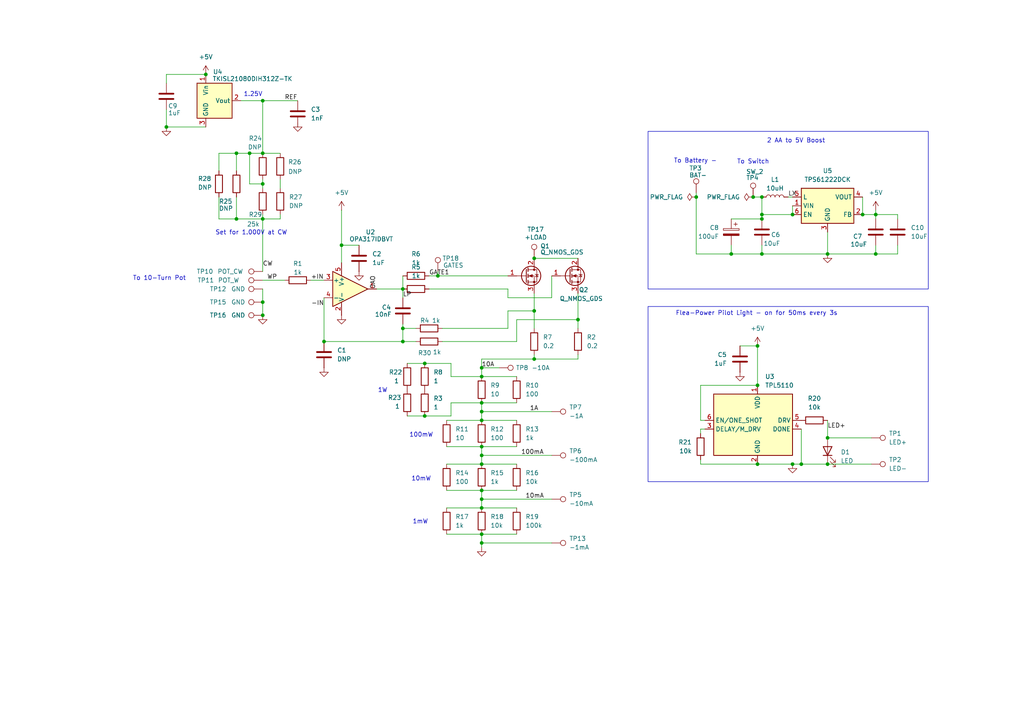
<source format=kicad_sch>
(kicad_sch
	(version 20231120)
	(generator "eeschema")
	(generator_version "8.0")
	(uuid "79984302-4d3c-4903-b0f1-367f930b4c04")
	(paper "A4")
	(lib_symbols
		(symbol "Amplifier_Operational:MCP6001-OT"
			(pin_names
				(offset 0.127)
			)
			(exclude_from_sim no)
			(in_bom yes)
			(on_board yes)
			(property "Reference" "U"
				(at -1.27 6.35 0)
				(effects
					(font
						(size 1.27 1.27)
					)
					(justify left)
				)
			)
			(property "Value" "MCP6001-OT"
				(at -1.27 3.81 0)
				(effects
					(font
						(size 1.27 1.27)
					)
					(justify left)
				)
			)
			(property "Footprint" "Package_TO_SOT_SMD:SOT-23-5"
				(at -2.54 -5.08 0)
				(effects
					(font
						(size 1.27 1.27)
					)
					(justify left)
					(hide yes)
				)
			)
			(property "Datasheet" "https://ww1.microchip.com/downloads/en/DeviceDoc/MCP6001-1R-1U-2-4-1-MHz-Low-Power-Op-Amp-DS20001733L.pdf"
				(at 0 5.08 0)
				(effects
					(font
						(size 1.27 1.27)
					)
					(hide yes)
				)
			)
			(property "Description" "1MHz, Low-Power Op Amp, SOT-23-5"
				(at 0 0 0)
				(effects
					(font
						(size 1.27 1.27)
					)
					(hide yes)
				)
			)
			(property "ki_keywords" "single opamp"
				(at 0 0 0)
				(effects
					(font
						(size 1.27 1.27)
					)
					(hide yes)
				)
			)
			(property "ki_fp_filters" "SOT?23*"
				(at 0 0 0)
				(effects
					(font
						(size 1.27 1.27)
					)
					(hide yes)
				)
			)
			(symbol "MCP6001-OT_0_1"
				(polyline
					(pts
						(xy -5.08 5.08) (xy 5.08 0) (xy -5.08 -5.08) (xy -5.08 5.08)
					)
					(stroke
						(width 0.254)
						(type default)
					)
					(fill
						(type background)
					)
				)
				(pin power_in line
					(at -2.54 -7.62 90)
					(length 3.81)
					(name "V-"
						(effects
							(font
								(size 1.27 1.27)
							)
						)
					)
					(number "2"
						(effects
							(font
								(size 1.27 1.27)
							)
						)
					)
				)
				(pin power_in line
					(at -2.54 7.62 270)
					(length 3.81)
					(name "V+"
						(effects
							(font
								(size 1.27 1.27)
							)
						)
					)
					(number "5"
						(effects
							(font
								(size 1.27 1.27)
							)
						)
					)
				)
			)
			(symbol "MCP6001-OT_1_1"
				(pin output line
					(at 7.62 0 180)
					(length 2.54)
					(name "~"
						(effects
							(font
								(size 1.27 1.27)
							)
						)
					)
					(number "1"
						(effects
							(font
								(size 1.27 1.27)
							)
						)
					)
				)
				(pin input line
					(at -7.62 2.54 0)
					(length 2.54)
					(name "+"
						(effects
							(font
								(size 1.27 1.27)
							)
						)
					)
					(number "3"
						(effects
							(font
								(size 1.27 1.27)
							)
						)
					)
				)
				(pin input line
					(at -7.62 -2.54 0)
					(length 2.54)
					(name "-"
						(effects
							(font
								(size 1.27 1.27)
							)
						)
					)
					(number "4"
						(effects
							(font
								(size 1.27 1.27)
							)
						)
					)
				)
			)
		)
		(symbol "Connector:TestPoint"
			(pin_numbers hide)
			(pin_names
				(offset 0.762) hide)
			(exclude_from_sim no)
			(in_bom yes)
			(on_board yes)
			(property "Reference" "TP"
				(at 0 6.858 0)
				(effects
					(font
						(size 1.27 1.27)
					)
				)
			)
			(property "Value" "TestPoint"
				(at 0 5.08 0)
				(effects
					(font
						(size 1.27 1.27)
					)
				)
			)
			(property "Footprint" ""
				(at 5.08 0 0)
				(effects
					(font
						(size 1.27 1.27)
					)
					(hide yes)
				)
			)
			(property "Datasheet" "~"
				(at 5.08 0 0)
				(effects
					(font
						(size 1.27 1.27)
					)
					(hide yes)
				)
			)
			(property "Description" "test point"
				(at 0 0 0)
				(effects
					(font
						(size 1.27 1.27)
					)
					(hide yes)
				)
			)
			(property "ki_keywords" "test point tp"
				(at 0 0 0)
				(effects
					(font
						(size 1.27 1.27)
					)
					(hide yes)
				)
			)
			(property "ki_fp_filters" "Pin* Test*"
				(at 0 0 0)
				(effects
					(font
						(size 1.27 1.27)
					)
					(hide yes)
				)
			)
			(symbol "TestPoint_0_1"
				(circle
					(center 0 3.302)
					(radius 0.762)
					(stroke
						(width 0)
						(type default)
					)
					(fill
						(type none)
					)
				)
			)
			(symbol "TestPoint_1_1"
				(pin passive line
					(at 0 0 90)
					(length 2.54)
					(name "1"
						(effects
							(font
								(size 1.27 1.27)
							)
						)
					)
					(number "1"
						(effects
							(font
								(size 1.27 1.27)
							)
						)
					)
				)
			)
		)
		(symbol "Device:C"
			(pin_numbers hide)
			(pin_names
				(offset 0.254)
			)
			(exclude_from_sim no)
			(in_bom yes)
			(on_board yes)
			(property "Reference" "C"
				(at 0.635 2.54 0)
				(effects
					(font
						(size 1.27 1.27)
					)
					(justify left)
				)
			)
			(property "Value" "C"
				(at 0.635 -2.54 0)
				(effects
					(font
						(size 1.27 1.27)
					)
					(justify left)
				)
			)
			(property "Footprint" ""
				(at 0.9652 -3.81 0)
				(effects
					(font
						(size 1.27 1.27)
					)
					(hide yes)
				)
			)
			(property "Datasheet" "~"
				(at 0 0 0)
				(effects
					(font
						(size 1.27 1.27)
					)
					(hide yes)
				)
			)
			(property "Description" "Unpolarized capacitor"
				(at 0 0 0)
				(effects
					(font
						(size 1.27 1.27)
					)
					(hide yes)
				)
			)
			(property "ki_keywords" "cap capacitor"
				(at 0 0 0)
				(effects
					(font
						(size 1.27 1.27)
					)
					(hide yes)
				)
			)
			(property "ki_fp_filters" "C_*"
				(at 0 0 0)
				(effects
					(font
						(size 1.27 1.27)
					)
					(hide yes)
				)
			)
			(symbol "C_0_1"
				(polyline
					(pts
						(xy -2.032 -0.762) (xy 2.032 -0.762)
					)
					(stroke
						(width 0.508)
						(type default)
					)
					(fill
						(type none)
					)
				)
				(polyline
					(pts
						(xy -2.032 0.762) (xy 2.032 0.762)
					)
					(stroke
						(width 0.508)
						(type default)
					)
					(fill
						(type none)
					)
				)
			)
			(symbol "C_1_1"
				(pin passive line
					(at 0 3.81 270)
					(length 2.794)
					(name "~"
						(effects
							(font
								(size 1.27 1.27)
							)
						)
					)
					(number "1"
						(effects
							(font
								(size 1.27 1.27)
							)
						)
					)
				)
				(pin passive line
					(at 0 -3.81 90)
					(length 2.794)
					(name "~"
						(effects
							(font
								(size 1.27 1.27)
							)
						)
					)
					(number "2"
						(effects
							(font
								(size 1.27 1.27)
							)
						)
					)
				)
			)
		)
		(symbol "Device:C_Polarized"
			(pin_numbers hide)
			(pin_names
				(offset 0.254)
			)
			(exclude_from_sim no)
			(in_bom yes)
			(on_board yes)
			(property "Reference" "C"
				(at 0.635 2.54 0)
				(effects
					(font
						(size 1.27 1.27)
					)
					(justify left)
				)
			)
			(property "Value" "C_Polarized"
				(at 0.635 -2.54 0)
				(effects
					(font
						(size 1.27 1.27)
					)
					(justify left)
				)
			)
			(property "Footprint" ""
				(at 0.9652 -3.81 0)
				(effects
					(font
						(size 1.27 1.27)
					)
					(hide yes)
				)
			)
			(property "Datasheet" "~"
				(at 0 0 0)
				(effects
					(font
						(size 1.27 1.27)
					)
					(hide yes)
				)
			)
			(property "Description" "Polarized capacitor"
				(at 0 0 0)
				(effects
					(font
						(size 1.27 1.27)
					)
					(hide yes)
				)
			)
			(property "ki_keywords" "cap capacitor"
				(at 0 0 0)
				(effects
					(font
						(size 1.27 1.27)
					)
					(hide yes)
				)
			)
			(property "ki_fp_filters" "CP_*"
				(at 0 0 0)
				(effects
					(font
						(size 1.27 1.27)
					)
					(hide yes)
				)
			)
			(symbol "C_Polarized_0_1"
				(rectangle
					(start -2.286 0.508)
					(end 2.286 1.016)
					(stroke
						(width 0)
						(type default)
					)
					(fill
						(type none)
					)
				)
				(polyline
					(pts
						(xy -1.778 2.286) (xy -0.762 2.286)
					)
					(stroke
						(width 0)
						(type default)
					)
					(fill
						(type none)
					)
				)
				(polyline
					(pts
						(xy -1.27 2.794) (xy -1.27 1.778)
					)
					(stroke
						(width 0)
						(type default)
					)
					(fill
						(type none)
					)
				)
				(rectangle
					(start 2.286 -0.508)
					(end -2.286 -1.016)
					(stroke
						(width 0)
						(type default)
					)
					(fill
						(type outline)
					)
				)
			)
			(symbol "C_Polarized_1_1"
				(pin passive line
					(at 0 3.81 270)
					(length 2.794)
					(name "~"
						(effects
							(font
								(size 1.27 1.27)
							)
						)
					)
					(number "1"
						(effects
							(font
								(size 1.27 1.27)
							)
						)
					)
				)
				(pin passive line
					(at 0 -3.81 90)
					(length 2.794)
					(name "~"
						(effects
							(font
								(size 1.27 1.27)
							)
						)
					)
					(number "2"
						(effects
							(font
								(size 1.27 1.27)
							)
						)
					)
				)
			)
		)
		(symbol "Device:L"
			(pin_numbers hide)
			(pin_names
				(offset 1.016) hide)
			(exclude_from_sim no)
			(in_bom yes)
			(on_board yes)
			(property "Reference" "L"
				(at -1.27 0 90)
				(effects
					(font
						(size 1.27 1.27)
					)
				)
			)
			(property "Value" "L"
				(at 1.905 0 90)
				(effects
					(font
						(size 1.27 1.27)
					)
				)
			)
			(property "Footprint" ""
				(at 0 0 0)
				(effects
					(font
						(size 1.27 1.27)
					)
					(hide yes)
				)
			)
			(property "Datasheet" "~"
				(at 0 0 0)
				(effects
					(font
						(size 1.27 1.27)
					)
					(hide yes)
				)
			)
			(property "Description" "Inductor"
				(at 0 0 0)
				(effects
					(font
						(size 1.27 1.27)
					)
					(hide yes)
				)
			)
			(property "ki_keywords" "inductor choke coil reactor magnetic"
				(at 0 0 0)
				(effects
					(font
						(size 1.27 1.27)
					)
					(hide yes)
				)
			)
			(property "ki_fp_filters" "Choke_* *Coil* Inductor_* L_*"
				(at 0 0 0)
				(effects
					(font
						(size 1.27 1.27)
					)
					(hide yes)
				)
			)
			(symbol "L_0_1"
				(arc
					(start 0 -2.54)
					(mid 0.6323 -1.905)
					(end 0 -1.27)
					(stroke
						(width 0)
						(type default)
					)
					(fill
						(type none)
					)
				)
				(arc
					(start 0 -1.27)
					(mid 0.6323 -0.635)
					(end 0 0)
					(stroke
						(width 0)
						(type default)
					)
					(fill
						(type none)
					)
				)
				(arc
					(start 0 0)
					(mid 0.6323 0.635)
					(end 0 1.27)
					(stroke
						(width 0)
						(type default)
					)
					(fill
						(type none)
					)
				)
				(arc
					(start 0 1.27)
					(mid 0.6323 1.905)
					(end 0 2.54)
					(stroke
						(width 0)
						(type default)
					)
					(fill
						(type none)
					)
				)
			)
			(symbol "L_1_1"
				(pin passive line
					(at 0 3.81 270)
					(length 1.27)
					(name "1"
						(effects
							(font
								(size 1.27 1.27)
							)
						)
					)
					(number "1"
						(effects
							(font
								(size 1.27 1.27)
							)
						)
					)
				)
				(pin passive line
					(at 0 -3.81 90)
					(length 1.27)
					(name "2"
						(effects
							(font
								(size 1.27 1.27)
							)
						)
					)
					(number "2"
						(effects
							(font
								(size 1.27 1.27)
							)
						)
					)
				)
			)
		)
		(symbol "Device:LED"
			(pin_numbers hide)
			(pin_names
				(offset 1.016) hide)
			(exclude_from_sim no)
			(in_bom yes)
			(on_board yes)
			(property "Reference" "D"
				(at 0 2.54 0)
				(effects
					(font
						(size 1.27 1.27)
					)
				)
			)
			(property "Value" "LED"
				(at 0 -2.54 0)
				(effects
					(font
						(size 1.27 1.27)
					)
				)
			)
			(property "Footprint" ""
				(at 0 0 0)
				(effects
					(font
						(size 1.27 1.27)
					)
					(hide yes)
				)
			)
			(property "Datasheet" "~"
				(at 0 0 0)
				(effects
					(font
						(size 1.27 1.27)
					)
					(hide yes)
				)
			)
			(property "Description" "Light emitting diode"
				(at 0 0 0)
				(effects
					(font
						(size 1.27 1.27)
					)
					(hide yes)
				)
			)
			(property "ki_keywords" "LED diode"
				(at 0 0 0)
				(effects
					(font
						(size 1.27 1.27)
					)
					(hide yes)
				)
			)
			(property "ki_fp_filters" "LED* LED_SMD:* LED_THT:*"
				(at 0 0 0)
				(effects
					(font
						(size 1.27 1.27)
					)
					(hide yes)
				)
			)
			(symbol "LED_0_1"
				(polyline
					(pts
						(xy -1.27 -1.27) (xy -1.27 1.27)
					)
					(stroke
						(width 0.254)
						(type default)
					)
					(fill
						(type none)
					)
				)
				(polyline
					(pts
						(xy -1.27 0) (xy 1.27 0)
					)
					(stroke
						(width 0)
						(type default)
					)
					(fill
						(type none)
					)
				)
				(polyline
					(pts
						(xy 1.27 -1.27) (xy 1.27 1.27) (xy -1.27 0) (xy 1.27 -1.27)
					)
					(stroke
						(width 0.254)
						(type default)
					)
					(fill
						(type none)
					)
				)
				(polyline
					(pts
						(xy -3.048 -0.762) (xy -4.572 -2.286) (xy -3.81 -2.286) (xy -4.572 -2.286) (xy -4.572 -1.524)
					)
					(stroke
						(width 0)
						(type default)
					)
					(fill
						(type none)
					)
				)
				(polyline
					(pts
						(xy -1.778 -0.762) (xy -3.302 -2.286) (xy -2.54 -2.286) (xy -3.302 -2.286) (xy -3.302 -1.524)
					)
					(stroke
						(width 0)
						(type default)
					)
					(fill
						(type none)
					)
				)
			)
			(symbol "LED_1_1"
				(pin passive line
					(at -3.81 0 0)
					(length 2.54)
					(name "K"
						(effects
							(font
								(size 1.27 1.27)
							)
						)
					)
					(number "1"
						(effects
							(font
								(size 1.27 1.27)
							)
						)
					)
				)
				(pin passive line
					(at 3.81 0 180)
					(length 2.54)
					(name "A"
						(effects
							(font
								(size 1.27 1.27)
							)
						)
					)
					(number "2"
						(effects
							(font
								(size 1.27 1.27)
							)
						)
					)
				)
			)
		)
		(symbol "Device:Q_NMOS_GDS"
			(pin_names
				(offset 0) hide)
			(exclude_from_sim no)
			(in_bom yes)
			(on_board yes)
			(property "Reference" "Q"
				(at 5.08 1.27 0)
				(effects
					(font
						(size 1.27 1.27)
					)
					(justify left)
				)
			)
			(property "Value" "Q_NMOS_GDS"
				(at 5.08 -1.27 0)
				(effects
					(font
						(size 1.27 1.27)
					)
					(justify left)
				)
			)
			(property "Footprint" ""
				(at 5.08 2.54 0)
				(effects
					(font
						(size 1.27 1.27)
					)
					(hide yes)
				)
			)
			(property "Datasheet" "~"
				(at 0 0 0)
				(effects
					(font
						(size 1.27 1.27)
					)
					(hide yes)
				)
			)
			(property "Description" "N-MOSFET transistor, gate/drain/source"
				(at 0 0 0)
				(effects
					(font
						(size 1.27 1.27)
					)
					(hide yes)
				)
			)
			(property "ki_keywords" "transistor NMOS N-MOS N-MOSFET"
				(at 0 0 0)
				(effects
					(font
						(size 1.27 1.27)
					)
					(hide yes)
				)
			)
			(symbol "Q_NMOS_GDS_0_1"
				(polyline
					(pts
						(xy 0.254 0) (xy -2.54 0)
					)
					(stroke
						(width 0)
						(type default)
					)
					(fill
						(type none)
					)
				)
				(polyline
					(pts
						(xy 0.254 1.905) (xy 0.254 -1.905)
					)
					(stroke
						(width 0.254)
						(type default)
					)
					(fill
						(type none)
					)
				)
				(polyline
					(pts
						(xy 0.762 -1.27) (xy 0.762 -2.286)
					)
					(stroke
						(width 0.254)
						(type default)
					)
					(fill
						(type none)
					)
				)
				(polyline
					(pts
						(xy 0.762 0.508) (xy 0.762 -0.508)
					)
					(stroke
						(width 0.254)
						(type default)
					)
					(fill
						(type none)
					)
				)
				(polyline
					(pts
						(xy 0.762 2.286) (xy 0.762 1.27)
					)
					(stroke
						(width 0.254)
						(type default)
					)
					(fill
						(type none)
					)
				)
				(polyline
					(pts
						(xy 2.54 2.54) (xy 2.54 1.778)
					)
					(stroke
						(width 0)
						(type default)
					)
					(fill
						(type none)
					)
				)
				(polyline
					(pts
						(xy 2.54 -2.54) (xy 2.54 0) (xy 0.762 0)
					)
					(stroke
						(width 0)
						(type default)
					)
					(fill
						(type none)
					)
				)
				(polyline
					(pts
						(xy 0.762 -1.778) (xy 3.302 -1.778) (xy 3.302 1.778) (xy 0.762 1.778)
					)
					(stroke
						(width 0)
						(type default)
					)
					(fill
						(type none)
					)
				)
				(polyline
					(pts
						(xy 1.016 0) (xy 2.032 0.381) (xy 2.032 -0.381) (xy 1.016 0)
					)
					(stroke
						(width 0)
						(type default)
					)
					(fill
						(type outline)
					)
				)
				(polyline
					(pts
						(xy 2.794 0.508) (xy 2.921 0.381) (xy 3.683 0.381) (xy 3.81 0.254)
					)
					(stroke
						(width 0)
						(type default)
					)
					(fill
						(type none)
					)
				)
				(polyline
					(pts
						(xy 3.302 0.381) (xy 2.921 -0.254) (xy 3.683 -0.254) (xy 3.302 0.381)
					)
					(stroke
						(width 0)
						(type default)
					)
					(fill
						(type none)
					)
				)
				(circle
					(center 1.651 0)
					(radius 2.794)
					(stroke
						(width 0.254)
						(type default)
					)
					(fill
						(type none)
					)
				)
				(circle
					(center 2.54 -1.778)
					(radius 0.254)
					(stroke
						(width 0)
						(type default)
					)
					(fill
						(type outline)
					)
				)
				(circle
					(center 2.54 1.778)
					(radius 0.254)
					(stroke
						(width 0)
						(type default)
					)
					(fill
						(type outline)
					)
				)
			)
			(symbol "Q_NMOS_GDS_1_1"
				(pin input line
					(at -5.08 0 0)
					(length 2.54)
					(name "G"
						(effects
							(font
								(size 1.27 1.27)
							)
						)
					)
					(number "1"
						(effects
							(font
								(size 1.27 1.27)
							)
						)
					)
				)
				(pin passive line
					(at 2.54 5.08 270)
					(length 2.54)
					(name "D"
						(effects
							(font
								(size 1.27 1.27)
							)
						)
					)
					(number "2"
						(effects
							(font
								(size 1.27 1.27)
							)
						)
					)
				)
				(pin passive line
					(at 2.54 -5.08 90)
					(length 2.54)
					(name "S"
						(effects
							(font
								(size 1.27 1.27)
							)
						)
					)
					(number "3"
						(effects
							(font
								(size 1.27 1.27)
							)
						)
					)
				)
			)
		)
		(symbol "Device:R"
			(pin_numbers hide)
			(pin_names
				(offset 0)
			)
			(exclude_from_sim no)
			(in_bom yes)
			(on_board yes)
			(property "Reference" "R"
				(at 2.032 0 90)
				(effects
					(font
						(size 1.27 1.27)
					)
				)
			)
			(property "Value" "R"
				(at 0 0 90)
				(effects
					(font
						(size 1.27 1.27)
					)
				)
			)
			(property "Footprint" ""
				(at -1.778 0 90)
				(effects
					(font
						(size 1.27 1.27)
					)
					(hide yes)
				)
			)
			(property "Datasheet" "~"
				(at 0 0 0)
				(effects
					(font
						(size 1.27 1.27)
					)
					(hide yes)
				)
			)
			(property "Description" "Resistor"
				(at 0 0 0)
				(effects
					(font
						(size 1.27 1.27)
					)
					(hide yes)
				)
			)
			(property "ki_keywords" "R res resistor"
				(at 0 0 0)
				(effects
					(font
						(size 1.27 1.27)
					)
					(hide yes)
				)
			)
			(property "ki_fp_filters" "R_*"
				(at 0 0 0)
				(effects
					(font
						(size 1.27 1.27)
					)
					(hide yes)
				)
			)
			(symbol "R_0_1"
				(rectangle
					(start -1.016 -2.54)
					(end 1.016 2.54)
					(stroke
						(width 0.254)
						(type default)
					)
					(fill
						(type none)
					)
				)
			)
			(symbol "R_1_1"
				(pin passive line
					(at 0 3.81 270)
					(length 1.27)
					(name "~"
						(effects
							(font
								(size 1.27 1.27)
							)
						)
					)
					(number "1"
						(effects
							(font
								(size 1.27 1.27)
							)
						)
					)
				)
				(pin passive line
					(at 0 -3.81 90)
					(length 1.27)
					(name "~"
						(effects
							(font
								(size 1.27 1.27)
							)
						)
					)
					(number "2"
						(effects
							(font
								(size 1.27 1.27)
							)
						)
					)
				)
			)
		)
		(symbol "Reference_Voltage:ISL21070CIH320Z-TK"
			(exclude_from_sim no)
			(in_bom yes)
			(on_board yes)
			(property "Reference" "U"
				(at -0.635 8.255 0)
				(effects
					(font
						(size 1.27 1.27)
					)
				)
			)
			(property "Value" "ISL21070CIH320Z-TK"
				(at -1.905 6.35 0)
				(effects
					(font
						(size 1.27 1.27)
					)
					(justify left)
				)
			)
			(property "Footprint" "Package_TO_SOT_SMD:SOT-23"
				(at 12.7 -6.35 0)
				(effects
					(font
						(size 1.27 1.27)
						(italic yes)
					)
					(hide yes)
				)
			)
			(property "Datasheet" "http://www.intersil.com/content/dam/Intersil/documents/fn75/fn7599.pdf"
				(at 0 0 0)
				(effects
					(font
						(size 1.27 1.27)
						(italic yes)
					)
					(hide yes)
				)
			)
			(property "Description" "2.0V 25μA Micropower Voltage Reference, SOT-23"
				(at 0 0 0)
				(effects
					(font
						(size 1.27 1.27)
					)
					(hide yes)
				)
			)
			(property "ki_keywords" "Micropower Voltage Reference 2.0V"
				(at 0 0 0)
				(effects
					(font
						(size 1.27 1.27)
					)
					(hide yes)
				)
			)
			(property "ki_fp_filters" "SOT?23*"
				(at 0 0 0)
				(effects
					(font
						(size 1.27 1.27)
					)
					(hide yes)
				)
			)
			(symbol "ISL21070CIH320Z-TK_0_1"
				(rectangle
					(start -5.08 5.08)
					(end 5.08 -5.08)
					(stroke
						(width 0.254)
						(type default)
					)
					(fill
						(type background)
					)
				)
			)
			(symbol "ISL21070CIH320Z-TK_1_1"
				(pin power_in line
					(at -2.54 7.62 270)
					(length 2.54)
					(name "Vin"
						(effects
							(font
								(size 1.27 1.27)
							)
						)
					)
					(number "1"
						(effects
							(font
								(size 1.27 1.27)
							)
						)
					)
				)
				(pin power_out line
					(at 7.62 0 180)
					(length 2.54)
					(name "Vout"
						(effects
							(font
								(size 1.27 1.27)
							)
						)
					)
					(number "2"
						(effects
							(font
								(size 1.27 1.27)
							)
						)
					)
				)
				(pin power_in line
					(at -2.54 -7.62 90)
					(length 2.54)
					(name "GND"
						(effects
							(font
								(size 1.27 1.27)
							)
						)
					)
					(number "3"
						(effects
							(font
								(size 1.27 1.27)
							)
						)
					)
				)
			)
		)
		(symbol "Regulator_Switching:TPS61222DCK"
			(exclude_from_sim no)
			(in_bom yes)
			(on_board yes)
			(property "Reference" "U"
				(at -7.62 6.35 0)
				(effects
					(font
						(size 1.27 1.27)
					)
					(justify left)
				)
			)
			(property "Value" "TPS61222DCK"
				(at 2.54 6.35 0)
				(effects
					(font
						(size 1.27 1.27)
					)
				)
			)
			(property "Footprint" "Package_TO_SOT_SMD:Texas_R-PDSO-G6"
				(at 0 -20.32 0)
				(effects
					(font
						(size 1.27 1.27)
					)
					(hide yes)
				)
			)
			(property "Datasheet" "http://www.ti.com/lit/ds/symlink/tps61220.pdf"
				(at 0 -3.81 0)
				(effects
					(font
						(size 1.27 1.27)
					)
					(hide yes)
				)
			)
			(property "Description" "400 mA Step-Up Converter, Fixed 5V Output Voltage, 0.7-5.5V Input Voltage, SC-70"
				(at 0 0 0)
				(effects
					(font
						(size 1.27 1.27)
					)
					(hide yes)
				)
			)
			(property "ki_keywords" "Boost adjustable converter"
				(at 0 0 0)
				(effects
					(font
						(size 1.27 1.27)
					)
					(hide yes)
				)
			)
			(property "ki_fp_filters" "Texas*R*PDSO*G6*"
				(at 0 0 0)
				(effects
					(font
						(size 1.27 1.27)
					)
					(hide yes)
				)
			)
			(symbol "TPS61222DCK_0_1"
				(rectangle
					(start -7.62 5.08)
					(end 7.62 -5.08)
					(stroke
						(width 0.254)
						(type default)
					)
					(fill
						(type background)
					)
				)
			)
			(symbol "TPS61222DCK_1_1"
				(pin power_in line
					(at -10.16 0 0)
					(length 2.54)
					(name "VIN"
						(effects
							(font
								(size 1.27 1.27)
							)
						)
					)
					(number "1"
						(effects
							(font
								(size 1.27 1.27)
							)
						)
					)
				)
				(pin input line
					(at 10.16 -2.54 180)
					(length 2.54)
					(name "FB"
						(effects
							(font
								(size 1.27 1.27)
							)
						)
					)
					(number "2"
						(effects
							(font
								(size 1.27 1.27)
							)
						)
					)
				)
				(pin power_in line
					(at 0 -7.62 90)
					(length 2.54)
					(name "GND"
						(effects
							(font
								(size 1.27 1.27)
							)
						)
					)
					(number "3"
						(effects
							(font
								(size 1.27 1.27)
							)
						)
					)
				)
				(pin power_out line
					(at 10.16 2.54 180)
					(length 2.54)
					(name "VOUT"
						(effects
							(font
								(size 1.27 1.27)
							)
						)
					)
					(number "4"
						(effects
							(font
								(size 1.27 1.27)
							)
						)
					)
				)
				(pin power_in line
					(at -10.16 2.54 0)
					(length 2.54)
					(name "L"
						(effects
							(font
								(size 1.27 1.27)
							)
						)
					)
					(number "5"
						(effects
							(font
								(size 1.27 1.27)
							)
						)
					)
				)
				(pin input line
					(at -10.16 -2.54 0)
					(length 2.54)
					(name "EN"
						(effects
							(font
								(size 1.27 1.27)
							)
						)
					)
					(number "6"
						(effects
							(font
								(size 1.27 1.27)
							)
						)
					)
				)
			)
		)
		(symbol "Timer:TPL5110"
			(exclude_from_sim no)
			(in_bom yes)
			(on_board yes)
			(property "Reference" "U"
				(at -10.16 8.89 0)
				(effects
					(font
						(size 1.27 1.27)
					)
				)
			)
			(property "Value" "TPL5110"
				(at 6.35 8.89 0)
				(effects
					(font
						(size 1.27 1.27)
					)
				)
			)
			(property "Footprint" "Package_TO_SOT_SMD:SOT-23-6"
				(at 0 0 0)
				(effects
					(font
						(size 1.27 1.27)
					)
					(hide yes)
				)
			)
			(property "Datasheet" "http://www.ti.com/lit/ds/symlink/tpl5110.pdf"
				(at -5.08 -10.16 0)
				(effects
					(font
						(size 1.27 1.27)
					)
					(hide yes)
				)
			)
			(property "Description" "Timer, Nano Power, Active-Low, 35 nA, 100 ms to 7200 s, VDD 1.8V to 5.5V, Iout max 1mA, SOT-23-6"
				(at 0 0 0)
				(effects
					(font
						(size 1.27 1.27)
					)
					(hide yes)
				)
			)
			(property "ki_keywords" "timer active-low nano wake done"
				(at 0 0 0)
				(effects
					(font
						(size 1.27 1.27)
					)
					(hide yes)
				)
			)
			(property "ki_fp_filters" "SOT?23*"
				(at 0 0 0)
				(effects
					(font
						(size 1.27 1.27)
					)
					(hide yes)
				)
			)
			(symbol "TPL5110_0_1"
				(rectangle
					(start -12.7 7.62)
					(end 10.16 -10.16)
					(stroke
						(width 0.254)
						(type default)
					)
					(fill
						(type background)
					)
				)
			)
			(symbol "TPL5110_1_1"
				(pin power_in line
					(at 0 10.16 270)
					(length 2.54)
					(name "VDD"
						(effects
							(font
								(size 1.27 1.27)
							)
						)
					)
					(number "1"
						(effects
							(font
								(size 1.27 1.27)
							)
						)
					)
				)
				(pin power_in line
					(at 0 -12.7 90)
					(length 2.54)
					(name "GND"
						(effects
							(font
								(size 1.27 1.27)
							)
						)
					)
					(number "2"
						(effects
							(font
								(size 1.27 1.27)
							)
						)
					)
				)
				(pin input line
					(at -15.24 -2.54 0)
					(length 2.54)
					(name "DELAY/M_DRV"
						(effects
							(font
								(size 1.27 1.27)
							)
						)
					)
					(number "3"
						(effects
							(font
								(size 1.27 1.27)
							)
						)
					)
				)
				(pin input line
					(at 12.7 -2.54 180)
					(length 2.54)
					(name "DONE"
						(effects
							(font
								(size 1.27 1.27)
							)
						)
					)
					(number "4"
						(effects
							(font
								(size 1.27 1.27)
							)
						)
					)
				)
				(pin output line
					(at 12.7 0 180)
					(length 2.54)
					(name "DRV"
						(effects
							(font
								(size 1.27 1.27)
							)
						)
					)
					(number "5"
						(effects
							(font
								(size 1.27 1.27)
							)
						)
					)
				)
				(pin input line
					(at -15.24 0 0)
					(length 2.54)
					(name "EN/ONE_SHOT"
						(effects
							(font
								(size 1.27 1.27)
							)
						)
					)
					(number "6"
						(effects
							(font
								(size 1.27 1.27)
							)
						)
					)
				)
			)
		)
		(symbol "power:+5V"
			(power)
			(pin_numbers hide)
			(pin_names
				(offset 0) hide)
			(exclude_from_sim no)
			(in_bom yes)
			(on_board yes)
			(property "Reference" "#PWR"
				(at 0 -3.81 0)
				(effects
					(font
						(size 1.27 1.27)
					)
					(hide yes)
				)
			)
			(property "Value" "+5V"
				(at 0 3.556 0)
				(effects
					(font
						(size 1.27 1.27)
					)
				)
			)
			(property "Footprint" ""
				(at 0 0 0)
				(effects
					(font
						(size 1.27 1.27)
					)
					(hide yes)
				)
			)
			(property "Datasheet" ""
				(at 0 0 0)
				(effects
					(font
						(size 1.27 1.27)
					)
					(hide yes)
				)
			)
			(property "Description" "Power symbol creates a global label with name \"+5V\""
				(at 0 0 0)
				(effects
					(font
						(size 1.27 1.27)
					)
					(hide yes)
				)
			)
			(property "ki_keywords" "global power"
				(at 0 0 0)
				(effects
					(font
						(size 1.27 1.27)
					)
					(hide yes)
				)
			)
			(symbol "+5V_0_1"
				(polyline
					(pts
						(xy -0.762 1.27) (xy 0 2.54)
					)
					(stroke
						(width 0)
						(type default)
					)
					(fill
						(type none)
					)
				)
				(polyline
					(pts
						(xy 0 0) (xy 0 2.54)
					)
					(stroke
						(width 0)
						(type default)
					)
					(fill
						(type none)
					)
				)
				(polyline
					(pts
						(xy 0 2.54) (xy 0.762 1.27)
					)
					(stroke
						(width 0)
						(type default)
					)
					(fill
						(type none)
					)
				)
			)
			(symbol "+5V_1_1"
				(pin power_in line
					(at 0 0 90)
					(length 0)
					(name "~"
						(effects
							(font
								(size 1.27 1.27)
							)
						)
					)
					(number "1"
						(effects
							(font
								(size 1.27 1.27)
							)
						)
					)
				)
			)
		)
		(symbol "power:GND"
			(power)
			(pin_numbers hide)
			(pin_names
				(offset 0) hide)
			(exclude_from_sim no)
			(in_bom yes)
			(on_board yes)
			(property "Reference" "#PWR"
				(at 0 -6.35 0)
				(effects
					(font
						(size 1.27 1.27)
					)
					(hide yes)
				)
			)
			(property "Value" "GND"
				(at 0 -3.81 0)
				(effects
					(font
						(size 1.27 1.27)
					)
				)
			)
			(property "Footprint" ""
				(at 0 0 0)
				(effects
					(font
						(size 1.27 1.27)
					)
					(hide yes)
				)
			)
			(property "Datasheet" ""
				(at 0 0 0)
				(effects
					(font
						(size 1.27 1.27)
					)
					(hide yes)
				)
			)
			(property "Description" "Power symbol creates a global label with name \"GND\" , ground"
				(at 0 0 0)
				(effects
					(font
						(size 1.27 1.27)
					)
					(hide yes)
				)
			)
			(property "ki_keywords" "global power"
				(at 0 0 0)
				(effects
					(font
						(size 1.27 1.27)
					)
					(hide yes)
				)
			)
			(symbol "GND_0_1"
				(polyline
					(pts
						(xy 0 0) (xy 0 -1.27) (xy 1.27 -1.27) (xy 0 -2.54) (xy -1.27 -1.27) (xy 0 -1.27)
					)
					(stroke
						(width 0)
						(type default)
					)
					(fill
						(type none)
					)
				)
			)
			(symbol "GND_1_1"
				(pin power_in line
					(at 0 0 270)
					(length 0)
					(name "~"
						(effects
							(font
								(size 1.27 1.27)
							)
						)
					)
					(number "1"
						(effects
							(font
								(size 1.27 1.27)
							)
						)
					)
				)
			)
		)
		(symbol "power:PWR_FLAG"
			(power)
			(pin_numbers hide)
			(pin_names
				(offset 0) hide)
			(exclude_from_sim no)
			(in_bom yes)
			(on_board yes)
			(property "Reference" "#FLG"
				(at 0 1.905 0)
				(effects
					(font
						(size 1.27 1.27)
					)
					(hide yes)
				)
			)
			(property "Value" "PWR_FLAG"
				(at 0 3.81 0)
				(effects
					(font
						(size 1.27 1.27)
					)
				)
			)
			(property "Footprint" ""
				(at 0 0 0)
				(effects
					(font
						(size 1.27 1.27)
					)
					(hide yes)
				)
			)
			(property "Datasheet" "~"
				(at 0 0 0)
				(effects
					(font
						(size 1.27 1.27)
					)
					(hide yes)
				)
			)
			(property "Description" "Special symbol for telling ERC where power comes from"
				(at 0 0 0)
				(effects
					(font
						(size 1.27 1.27)
					)
					(hide yes)
				)
			)
			(property "ki_keywords" "flag power"
				(at 0 0 0)
				(effects
					(font
						(size 1.27 1.27)
					)
					(hide yes)
				)
			)
			(symbol "PWR_FLAG_0_0"
				(pin power_out line
					(at 0 0 90)
					(length 0)
					(name "~"
						(effects
							(font
								(size 1.27 1.27)
							)
						)
					)
					(number "1"
						(effects
							(font
								(size 1.27 1.27)
							)
						)
					)
				)
			)
			(symbol "PWR_FLAG_0_1"
				(polyline
					(pts
						(xy 0 0) (xy 0 1.27) (xy -1.016 1.905) (xy 0 2.54) (xy 1.016 1.905) (xy 0 1.27)
					)
					(stroke
						(width 0)
						(type default)
					)
					(fill
						(type none)
					)
				)
			)
		)
	)
	(junction
		(at 123.19 105.41)
		(diameter 0)
		(color 0 0 0 0)
		(uuid "00553056-4a8a-4399-a6f5-d5cf2c0fac81")
	)
	(junction
		(at 76.2 53.34)
		(diameter 0)
		(color 0 0 0 0)
		(uuid "0504a79b-753e-4cca-b589-f4fbddc1803f")
	)
	(junction
		(at 76.2 44.45)
		(diameter 0)
		(color 0 0 0 0)
		(uuid "0e6d21e9-700b-4d54-b251-a1c0e60d8745")
	)
	(junction
		(at 139.7 121.92)
		(diameter 0)
		(color 0 0 0 0)
		(uuid "0fba11f6-6bf1-496b-a166-dd72ed2f8f1e")
	)
	(junction
		(at 93.98 99.06)
		(diameter 0)
		(color 0 0 0 0)
		(uuid "1f377578-66d4-49c9-8058-165af7440de0")
	)
	(junction
		(at 240.03 127)
		(diameter 0)
		(color 0 0 0 0)
		(uuid "1fd4cb9f-b0f0-4cd9-9753-d7fa744c797e")
	)
	(junction
		(at 139.7 119.38)
		(diameter 0)
		(color 0 0 0 0)
		(uuid "20621a60-26ee-43c0-a1ba-156cc769ceb7")
	)
	(junction
		(at 76.2 29.21)
		(diameter 0)
		(color 0 0 0 0)
		(uuid "25c96cbf-e3c4-4cbf-ba47-a6c9e221ffb6")
	)
	(junction
		(at 72.39 44.45)
		(diameter 0)
		(color 0 0 0 0)
		(uuid "2661bc66-b903-4c3c-9c1a-ba6981ee68a6")
	)
	(junction
		(at 68.58 63.5)
		(diameter 0)
		(color 0 0 0 0)
		(uuid "2aefd956-6371-4754-8c2b-4c9a0a6f1a60")
	)
	(junction
		(at 220.98 62.23)
		(diameter 0)
		(color 0 0 0 0)
		(uuid "2e1a3bd5-b3a2-44d2-874d-d7db6415eb6d")
	)
	(junction
		(at 139.7 142.24)
		(diameter 0)
		(color 0 0 0 0)
		(uuid "304d5555-9fdb-484e-9390-070b8dcec61a")
	)
	(junction
		(at 139.7 134.62)
		(diameter 0)
		(color 0 0 0 0)
		(uuid "3178f2d3-6b6e-4130-990b-c9d82b72d170")
	)
	(junction
		(at 139.7 144.78)
		(diameter 0)
		(color 0 0 0 0)
		(uuid "325dd55f-b789-49eb-b5c3-deb89bedad29")
	)
	(junction
		(at 139.7 157.48)
		(diameter 0)
		(color 0 0 0 0)
		(uuid "3307cb30-060f-4f1c-9bff-c257534bfecf")
	)
	(junction
		(at 201.93 57.15)
		(diameter 0)
		(color 0 0 0 0)
		(uuid "3a9c45bf-eb67-4381-9948-78447a8fc89f")
	)
	(junction
		(at 116.84 95.25)
		(diameter 0)
		(color 0 0 0 0)
		(uuid "42a523ed-beff-4d5f-8398-f0dc934f01d3")
	)
	(junction
		(at 139.7 132.08)
		(diameter 0)
		(color 0 0 0 0)
		(uuid "47e09af5-d53e-4dce-9513-c17f35b215d2")
	)
	(junction
		(at 154.94 90.17)
		(diameter 0)
		(color 0 0 0 0)
		(uuid "4b2aa347-b4f9-4d4b-b324-755280cc18ef")
	)
	(junction
		(at 48.26 36.83)
		(diameter 0)
		(color 0 0 0 0)
		(uuid "5160f83d-529f-4b55-a930-8249e283e5f2")
	)
	(junction
		(at 212.09 73.66)
		(diameter 0)
		(color 0 0 0 0)
		(uuid "5411f4c0-0379-4b0f-b7dd-e21a06656b9e")
	)
	(junction
		(at 219.71 134.62)
		(diameter 0)
		(color 0 0 0 0)
		(uuid "57eb1f43-3480-413b-b5f3-fc4937442493")
	)
	(junction
		(at 76.2 87.63)
		(diameter 0)
		(color 0 0 0 0)
		(uuid "593326a9-d196-4a24-91d0-446b78313f08")
	)
	(junction
		(at 116.84 83.82)
		(diameter 0)
		(color 0 0 0 0)
		(uuid "63f58907-d7f2-4a88-b209-8bdaa23fdfea")
	)
	(junction
		(at 250.19 62.23)
		(diameter 0)
		(color 0 0 0 0)
		(uuid "64214137-ba6b-4c09-bd7a-1f5deb3309e7")
	)
	(junction
		(at 240.03 73.66)
		(diameter 0)
		(color 0 0 0 0)
		(uuid "68b471c5-417e-421a-8816-41c43f481b87")
	)
	(junction
		(at 229.87 134.62)
		(diameter 0)
		(color 0 0 0 0)
		(uuid "6c532d9c-d223-4dca-bae4-9145fc597b7b")
	)
	(junction
		(at 240.03 134.62)
		(diameter 0)
		(color 0 0 0 0)
		(uuid "71e1a8da-f554-4ce1-b61f-8d3eb23406eb")
	)
	(junction
		(at 254 62.23)
		(diameter 0)
		(color 0 0 0 0)
		(uuid "72818df0-0b40-406b-ba22-d00162eb3922")
	)
	(junction
		(at 139.7 106.68)
		(diameter 0)
		(color 0 0 0 0)
		(uuid "7d752080-1181-4cee-a6fc-550f6ce964b1")
	)
	(junction
		(at 254 73.66)
		(diameter 0)
		(color 0 0 0 0)
		(uuid "804b7d85-b8ad-40dd-94af-614269b975a7")
	)
	(junction
		(at 139.7 154.94)
		(diameter 0)
		(color 0 0 0 0)
		(uuid "830e7035-d14b-4dfe-bea5-2e2b8677c54d")
	)
	(junction
		(at 99.06 71.12)
		(diameter 0)
		(color 0 0 0 0)
		(uuid "8f650f26-2643-4681-9730-b06661268ec8")
	)
	(junction
		(at 139.7 129.54)
		(diameter 0)
		(color 0 0 0 0)
		(uuid "9af1e1a2-36cc-4689-a38d-921d5bb7344e")
	)
	(junction
		(at 218.44 57.15)
		(diameter 0)
		(color 0 0 0 0)
		(uuid "9af3c2ff-1fdd-4581-8957-58936b1ce9de")
	)
	(junction
		(at 154.94 104.14)
		(diameter 0)
		(color 0 0 0 0)
		(uuid "9c0a68ea-3f78-413c-a2e9-957339fa92fd")
	)
	(junction
		(at 123.19 120.65)
		(diameter 0)
		(color 0 0 0 0)
		(uuid "9dc7bba0-7e05-4562-92b3-7790de56b725")
	)
	(junction
		(at 116.84 99.06)
		(diameter 0)
		(color 0 0 0 0)
		(uuid "9ded0661-df87-49e6-8476-4a3c02169d1b")
	)
	(junction
		(at 59.69 21.59)
		(diameter 0)
		(color 0 0 0 0)
		(uuid "9e19ceae-727b-42c2-bbab-616be601aa4e")
	)
	(junction
		(at 139.7 147.32)
		(diameter 0)
		(color 0 0 0 0)
		(uuid "a9338e83-381a-47ea-9a06-005cb07fb96e")
	)
	(junction
		(at 139.7 109.22)
		(diameter 0)
		(color 0 0 0 0)
		(uuid "a9c06ebc-41e2-4ff6-a241-90f24d055295")
	)
	(junction
		(at 219.71 100.33)
		(diameter 0)
		(color 0 0 0 0)
		(uuid "b03f6f7c-e62d-4065-9b20-49bccd6c226b")
	)
	(junction
		(at 139.7 116.84)
		(diameter 0)
		(color 0 0 0 0)
		(uuid "b4bbdda8-fcac-4bce-914f-1ccd72d2c79d")
	)
	(junction
		(at 229.87 62.23)
		(diameter 0)
		(color 0 0 0 0)
		(uuid "b7142bbe-b17a-43d2-b418-fa730a50a88b")
	)
	(junction
		(at 220.98 57.15)
		(diameter 0)
		(color 0 0 0 0)
		(uuid "bc376575-dabc-44be-9925-04e789fa13f2")
	)
	(junction
		(at 219.71 111.76)
		(diameter 0)
		(color 0 0 0 0)
		(uuid "c1d195c2-a671-4cd5-be0f-72bfea71685e")
	)
	(junction
		(at 232.41 134.62)
		(diameter 0)
		(color 0 0 0 0)
		(uuid "cd1f1b9c-75a9-4e49-880e-19145fac279c")
	)
	(junction
		(at 127 80.01)
		(diameter 0)
		(color 0 0 0 0)
		(uuid "ceb3664b-8503-4550-8c2a-62b3b473c40b")
	)
	(junction
		(at 154.94 74.93)
		(diameter 0)
		(color 0 0 0 0)
		(uuid "d83faf9a-fce7-4443-8ff8-72797979e14c")
	)
	(junction
		(at 220.98 73.66)
		(diameter 0)
		(color 0 0 0 0)
		(uuid "dbf60af7-4a80-423c-a43e-226b864424da")
	)
	(junction
		(at 76.2 91.44)
		(diameter 0)
		(color 0 0 0 0)
		(uuid "e532a2ae-0b64-4923-af75-9b2aab50e241")
	)
	(junction
		(at 167.64 92.71)
		(diameter 0)
		(color 0 0 0 0)
		(uuid "e8c68958-2a6f-4eca-b488-2c4a902d7272")
	)
	(junction
		(at 68.58 44.45)
		(diameter 0)
		(color 0 0 0 0)
		(uuid "ee2ac31e-cccf-4c2c-8ae0-3f935b02490c")
	)
	(junction
		(at 76.2 63.5)
		(diameter 0)
		(color 0 0 0 0)
		(uuid "f9425feb-bd18-45da-87ab-005bc3f13564")
	)
	(junction
		(at 220.98 63.5)
		(diameter 0)
		(color 0 0 0 0)
		(uuid "fe73c690-4feb-443c-bbc6-4515ea5b6cc8")
	)
	(wire
		(pts
			(xy 130.81 120.65) (xy 123.19 120.65)
		)
		(stroke
			(width 0)
			(type default)
		)
		(uuid "0047fb0b-98f1-422d-802e-b92e649a7f6a")
	)
	(wire
		(pts
			(xy 252.73 127) (xy 240.03 127)
		)
		(stroke
			(width 0)
			(type default)
		)
		(uuid "01372e09-37c1-4f76-8591-b7962e99b158")
	)
	(wire
		(pts
			(xy 203.2 124.46) (xy 203.2 125.73)
		)
		(stroke
			(width 0)
			(type default)
		)
		(uuid "013a2a5f-07f9-4568-ab71-b0e9369966fb")
	)
	(wire
		(pts
			(xy 154.94 104.14) (xy 167.64 104.14)
		)
		(stroke
			(width 0)
			(type default)
		)
		(uuid "01e58fbf-6d82-408e-942e-463ecbe5c9b2")
	)
	(wire
		(pts
			(xy 76.2 29.21) (xy 86.36 29.21)
		)
		(stroke
			(width 0)
			(type default)
		)
		(uuid "02c06c47-aec9-4637-aec8-c0defec9783c")
	)
	(wire
		(pts
			(xy 139.7 144.78) (xy 160.02 144.78)
		)
		(stroke
			(width 0)
			(type default)
		)
		(uuid "038088f0-ce84-4318-bff2-e339c612d988")
	)
	(wire
		(pts
			(xy 260.35 62.23) (xy 254 62.23)
		)
		(stroke
			(width 0)
			(type default)
		)
		(uuid "07e8777f-3d36-41a9-a2a0-c95c1437337e")
	)
	(wire
		(pts
			(xy 254 71.12) (xy 254 73.66)
		)
		(stroke
			(width 0)
			(type default)
		)
		(uuid "08b4da73-cfca-445c-a6ce-655fbe6ccd97")
	)
	(wire
		(pts
			(xy 139.7 119.38) (xy 160.02 119.38)
		)
		(stroke
			(width 0)
			(type default)
		)
		(uuid "0bc7c225-b106-40a3-9262-1902ef2af8ab")
	)
	(wire
		(pts
			(xy 130.81 109.22) (xy 130.81 105.41)
		)
		(stroke
			(width 0)
			(type default)
		)
		(uuid "0d2ffecc-d63c-44a0-b77f-f63b744a76a8")
	)
	(wire
		(pts
			(xy 240.03 73.66) (xy 254 73.66)
		)
		(stroke
			(width 0)
			(type default)
		)
		(uuid "0d5fbff2-fc49-44dc-b176-999debd37b32")
	)
	(wire
		(pts
			(xy 154.94 74.93) (xy 167.64 74.93)
		)
		(stroke
			(width 0)
			(type default)
		)
		(uuid "0d702d6d-7093-46d8-8c76-0355fad8a2ec")
	)
	(wire
		(pts
			(xy 139.7 142.24) (xy 149.86 142.24)
		)
		(stroke
			(width 0)
			(type default)
		)
		(uuid "0e2f30a1-5c6b-4d42-9e39-03839aa6b537")
	)
	(wire
		(pts
			(xy 139.7 147.32) (xy 149.86 147.32)
		)
		(stroke
			(width 0)
			(type default)
		)
		(uuid "0f1ba272-bb3d-44b0-b48c-99f38e0375f5")
	)
	(wire
		(pts
			(xy 250.19 62.23) (xy 254 62.23)
		)
		(stroke
			(width 0)
			(type default)
		)
		(uuid "1323a9ec-80c5-4c44-8c54-1e93b0846617")
	)
	(wire
		(pts
			(xy 139.7 154.94) (xy 149.86 154.94)
		)
		(stroke
			(width 0)
			(type default)
		)
		(uuid "13a9e970-6814-4356-8624-bca5f2e43b18")
	)
	(wire
		(pts
			(xy 68.58 49.53) (xy 68.58 44.45)
		)
		(stroke
			(width 0)
			(type default)
		)
		(uuid "13c8ba27-7f72-4c1b-b2b3-fbfa39d639a1")
	)
	(wire
		(pts
			(xy 99.06 60.96) (xy 99.06 71.12)
		)
		(stroke
			(width 0)
			(type default)
		)
		(uuid "18566812-4c9a-4f00-b64f-e375f4799846")
	)
	(wire
		(pts
			(xy 147.32 90.17) (xy 154.94 90.17)
		)
		(stroke
			(width 0)
			(type default)
		)
		(uuid "1c8c980c-12d8-45a9-91b8-2ca5d44f44a9")
	)
	(wire
		(pts
			(xy 139.7 144.78) (xy 139.7 147.32)
		)
		(stroke
			(width 0)
			(type default)
		)
		(uuid "1d431146-5d0b-49fd-b658-390c4f8316be")
	)
	(wire
		(pts
			(xy 219.71 100.33) (xy 219.71 111.76)
		)
		(stroke
			(width 0)
			(type default)
		)
		(uuid "220ad904-0ae1-489d-96a9-99563efadd00")
	)
	(wire
		(pts
			(xy 139.7 154.94) (xy 139.7 157.48)
		)
		(stroke
			(width 0)
			(type default)
		)
		(uuid "22120d9a-bd23-4abf-b441-2f8f5192a1df")
	)
	(wire
		(pts
			(xy 232.41 134.62) (xy 240.03 134.62)
		)
		(stroke
			(width 0)
			(type default)
		)
		(uuid "227076ee-8287-4f5a-8edd-af30475b3dbc")
	)
	(wire
		(pts
			(xy 139.7 116.84) (xy 149.86 116.84)
		)
		(stroke
			(width 0)
			(type default)
		)
		(uuid "22c999b7-d97a-4cdc-b35d-40da876cb487")
	)
	(wire
		(pts
			(xy 68.58 63.5) (xy 76.2 63.5)
		)
		(stroke
			(width 0)
			(type default)
		)
		(uuid "231885a5-bcd1-4a12-bd21-ef7f52e5c50c")
	)
	(wire
		(pts
			(xy 149.86 92.71) (xy 167.64 92.71)
		)
		(stroke
			(width 0)
			(type default)
		)
		(uuid "231ab863-db7d-4d4f-b4c5-ec7a88fe912d")
	)
	(wire
		(pts
			(xy 203.2 134.62) (xy 219.71 134.62)
		)
		(stroke
			(width 0)
			(type default)
		)
		(uuid "245b6f09-8fd7-419d-a1e4-c3ad48e30efa")
	)
	(wire
		(pts
			(xy 81.28 62.23) (xy 81.28 63.5)
		)
		(stroke
			(width 0)
			(type default)
		)
		(uuid "2798653a-9cd0-4fdd-bd1c-f49be2b4ee03")
	)
	(wire
		(pts
			(xy 212.09 71.12) (xy 212.09 73.66)
		)
		(stroke
			(width 0)
			(type default)
		)
		(uuid "27d84d42-c88a-4804-887d-be4624ce76e4")
	)
	(wire
		(pts
			(xy 130.81 109.22) (xy 139.7 109.22)
		)
		(stroke
			(width 0)
			(type default)
		)
		(uuid "28901d1b-6633-4dab-bb8b-7083aae75e95")
	)
	(wire
		(pts
			(xy 139.7 157.48) (xy 160.02 157.48)
		)
		(stroke
			(width 0)
			(type default)
		)
		(uuid "2dd511de-bc66-4148-9256-3140669d1aee")
	)
	(wire
		(pts
			(xy 139.7 119.38) (xy 139.7 121.92)
		)
		(stroke
			(width 0)
			(type default)
		)
		(uuid "2eac751a-ddd0-493b-9389-0d257426ed7d")
	)
	(wire
		(pts
			(xy 260.35 71.12) (xy 260.35 73.66)
		)
		(stroke
			(width 0)
			(type default)
		)
		(uuid "30abb2ee-f275-44b4-823a-9b01f3165d50")
	)
	(wire
		(pts
			(xy 68.58 57.15) (xy 68.58 63.5)
		)
		(stroke
			(width 0)
			(type default)
		)
		(uuid "3396522b-a164-4e25-a090-aa5041283709")
	)
	(wire
		(pts
			(xy 76.2 83.82) (xy 76.2 87.63)
		)
		(stroke
			(width 0)
			(type default)
		)
		(uuid "33d40913-db6e-4e2b-9ecf-f1a40e94bb75")
	)
	(wire
		(pts
			(xy 139.7 106.68) (xy 139.7 109.22)
		)
		(stroke
			(width 0)
			(type default)
		)
		(uuid "36fd00e6-e42b-4d16-a683-3879be2761a8")
	)
	(wire
		(pts
			(xy 76.2 81.28) (xy 82.55 81.28)
		)
		(stroke
			(width 0)
			(type default)
		)
		(uuid "37052a91-6527-46cd-b909-e9e39850aa87")
	)
	(wire
		(pts
			(xy 48.26 21.59) (xy 59.69 21.59)
		)
		(stroke
			(width 0)
			(type default)
		)
		(uuid "3739f786-e785-419b-bb92-8ea61e50c63b")
	)
	(wire
		(pts
			(xy 260.35 63.5) (xy 260.35 62.23)
		)
		(stroke
			(width 0)
			(type default)
		)
		(uuid "381b37eb-999b-4e48-ac0d-846e15d5f413")
	)
	(wire
		(pts
			(xy 124.46 83.82) (xy 147.32 83.82)
		)
		(stroke
			(width 0)
			(type default)
		)
		(uuid "39fe862d-070b-4461-967c-3871a6c22a24")
	)
	(wire
		(pts
			(xy 72.39 44.45) (xy 76.2 44.45)
		)
		(stroke
			(width 0)
			(type default)
		)
		(uuid "3ee65751-ca47-4c4c-bf1c-9a05c45ede74")
	)
	(wire
		(pts
			(xy 130.81 116.84) (xy 130.81 120.65)
		)
		(stroke
			(width 0)
			(type default)
		)
		(uuid "3f2ddf39-db31-4c73-8916-66b9a65c13fd")
	)
	(wire
		(pts
			(xy 201.93 73.66) (xy 212.09 73.66)
		)
		(stroke
			(width 0)
			(type default)
		)
		(uuid "40c16844-67e5-4bd3-bc14-e34c894843ff")
	)
	(wire
		(pts
			(xy 240.03 127) (xy 240.03 121.92)
		)
		(stroke
			(width 0)
			(type default)
		)
		(uuid "4183cad3-d4d9-4608-8afd-30a9660ee40a")
	)
	(wire
		(pts
			(xy 127 78.74) (xy 127 80.01)
		)
		(stroke
			(width 0)
			(type default)
		)
		(uuid "42a70fd0-71a5-4db8-b61d-d483492fa7fb")
	)
	(wire
		(pts
			(xy 220.98 62.23) (xy 229.87 62.23)
		)
		(stroke
			(width 0)
			(type default)
		)
		(uuid "46ac9062-70e3-4941-9253-232acf46d8e5")
	)
	(wire
		(pts
			(xy 228.6 57.15) (xy 229.87 57.15)
		)
		(stroke
			(width 0)
			(type default)
		)
		(uuid "4a9650ff-5c05-4b1a-a841-0e285975a3be")
	)
	(wire
		(pts
			(xy 254 62.23) (xy 254 63.5)
		)
		(stroke
			(width 0)
			(type default)
		)
		(uuid "4cd0d0a9-fc3a-4825-a6ab-57d4494eeb66")
	)
	(wire
		(pts
			(xy 220.98 57.15) (xy 220.98 62.23)
		)
		(stroke
			(width 0)
			(type default)
		)
		(uuid "51c9f1e4-f2d7-45f7-8c3c-b018c5e5bd56")
	)
	(wire
		(pts
			(xy 139.7 132.08) (xy 160.02 132.08)
		)
		(stroke
			(width 0)
			(type default)
		)
		(uuid "52c790d9-9cb9-4569-959c-d467081eab6c")
	)
	(wire
		(pts
			(xy 229.87 134.62) (xy 232.41 134.62)
		)
		(stroke
			(width 0)
			(type default)
		)
		(uuid "57a4bc28-a5dc-4afe-af7f-5e27e9df760e")
	)
	(wire
		(pts
			(xy 254 60.96) (xy 254 62.23)
		)
		(stroke
			(width 0)
			(type default)
		)
		(uuid "5a5ef3b2-9f12-40d4-a492-6ef515141086")
	)
	(wire
		(pts
			(xy 129.54 142.24) (xy 139.7 142.24)
		)
		(stroke
			(width 0)
			(type default)
		)
		(uuid "5cf762b9-64a1-4e9e-a961-faa68b7d0b61")
	)
	(wire
		(pts
			(xy 124.46 80.01) (xy 127 80.01)
		)
		(stroke
			(width 0)
			(type default)
		)
		(uuid "5e84bd90-c609-4c98-8bc1-cb82a7f6ff27")
	)
	(wire
		(pts
			(xy 129.54 154.94) (xy 139.7 154.94)
		)
		(stroke
			(width 0)
			(type default)
		)
		(uuid "5ed8165a-4e42-40cd-a752-0509a4a52cd7")
	)
	(wire
		(pts
			(xy 76.2 52.07) (xy 76.2 53.34)
		)
		(stroke
			(width 0)
			(type default)
		)
		(uuid "62ac0126-19ec-496b-ba08-b7aea6d3f5c6")
	)
	(wire
		(pts
			(xy 129.54 134.62) (xy 139.7 134.62)
		)
		(stroke
			(width 0)
			(type default)
		)
		(uuid "6313cbd7-ba91-4499-8d8a-225417fcfcc3")
	)
	(wire
		(pts
			(xy 76.2 62.23) (xy 76.2 63.5)
		)
		(stroke
			(width 0)
			(type default)
		)
		(uuid "64e3d0e0-86a2-4d1d-a08a-2e64bfbf5027")
	)
	(wire
		(pts
			(xy 147.32 83.82) (xy 147.32 86.36)
		)
		(stroke
			(width 0)
			(type default)
		)
		(uuid "660edda2-bd30-4643-b9f3-6b7d944ec81f")
	)
	(wire
		(pts
			(xy 116.84 95.25) (xy 120.65 95.25)
		)
		(stroke
			(width 0)
			(type default)
		)
		(uuid "69b583fa-c9e4-44a3-be2f-64141556a301")
	)
	(wire
		(pts
			(xy 139.7 142.24) (xy 139.7 144.78)
		)
		(stroke
			(width 0)
			(type default)
		)
		(uuid "6a5294c7-92a6-4de4-b745-239547eac9d1")
	)
	(wire
		(pts
			(xy 203.2 124.46) (xy 204.47 124.46)
		)
		(stroke
			(width 0)
			(type default)
		)
		(uuid "6db427e5-f1ea-40f6-a0bd-212be300d028")
	)
	(wire
		(pts
			(xy 99.06 71.12) (xy 99.06 76.2)
		)
		(stroke
			(width 0)
			(type default)
		)
		(uuid "737d544e-bfe4-4b82-99fa-9322363ee7ac")
	)
	(wire
		(pts
			(xy 86.36 36.83) (xy 86.36 35.56)
		)
		(stroke
			(width 0)
			(type default)
		)
		(uuid "77bb069b-7360-4497-9cbf-e411788a89b8")
	)
	(wire
		(pts
			(xy 72.39 44.45) (xy 72.39 53.34)
		)
		(stroke
			(width 0)
			(type default)
		)
		(uuid "7845e805-c144-4163-8dfe-ae5b5c3b185e")
	)
	(wire
		(pts
			(xy 240.03 134.62) (xy 252.73 134.62)
		)
		(stroke
			(width 0)
			(type default)
		)
		(uuid "7a5aeddb-7eaa-4948-9206-7be847c7afc0")
	)
	(wire
		(pts
			(xy 76.2 87.63) (xy 76.2 91.44)
		)
		(stroke
			(width 0)
			(type default)
		)
		(uuid "7c17d1d9-fe97-48d2-a526-d65c128e6ffa")
	)
	(wire
		(pts
			(xy 147.32 95.25) (xy 128.27 95.25)
		)
		(stroke
			(width 0)
			(type default)
		)
		(uuid "7e25d5b5-5c28-4c3e-940d-5eef3d3d1dba")
	)
	(wire
		(pts
			(xy 260.35 73.66) (xy 254 73.66)
		)
		(stroke
			(width 0)
			(type default)
		)
		(uuid "806089ff-a9db-4955-af7b-a8eb4323c0f6")
	)
	(wire
		(pts
			(xy 116.84 86.36) (xy 116.84 83.82)
		)
		(stroke
			(width 0)
			(type default)
		)
		(uuid "8994cc33-01ca-4799-bae9-cb39bd48fbf1")
	)
	(wire
		(pts
			(xy 212.09 63.5) (xy 220.98 63.5)
		)
		(stroke
			(width 0)
			(type default)
		)
		(uuid "8cc615ae-bb77-4c27-8fb5-ed0bb2eb8433")
	)
	(wire
		(pts
			(xy 63.5 57.15) (xy 63.5 63.5)
		)
		(stroke
			(width 0)
			(type default)
		)
		(uuid "8ebcb186-8e75-464a-a739-f6f7c207a196")
	)
	(wire
		(pts
			(xy 167.64 102.87) (xy 167.64 104.14)
		)
		(stroke
			(width 0)
			(type default)
		)
		(uuid "8f5cf775-6c95-4920-9a69-7ec37886545b")
	)
	(wire
		(pts
			(xy 127 80.01) (xy 147.32 80.01)
		)
		(stroke
			(width 0)
			(type default)
		)
		(uuid "903b360d-130e-470f-89b5-48b48470e561")
	)
	(wire
		(pts
			(xy 218.44 57.15) (xy 220.98 57.15)
		)
		(stroke
			(width 0)
			(type default)
		)
		(uuid "90c693fd-e675-4db1-bb21-5184bcbec5fe")
	)
	(wire
		(pts
			(xy 76.2 29.21) (xy 76.2 44.45)
		)
		(stroke
			(width 0)
			(type default)
		)
		(uuid "90ede6e4-34bd-41df-a3d8-021842078ad7")
	)
	(wire
		(pts
			(xy 220.98 73.66) (xy 240.03 73.66)
		)
		(stroke
			(width 0)
			(type default)
		)
		(uuid "91b5ce55-f1d9-41ad-8fd3-a1eecb6671d5")
	)
	(wire
		(pts
			(xy 203.2 121.92) (xy 204.47 121.92)
		)
		(stroke
			(width 0)
			(type default)
		)
		(uuid "92500f8b-9b0d-49ab-a959-3566e0cf33ca")
	)
	(wire
		(pts
			(xy 48.26 24.13) (xy 48.26 21.59)
		)
		(stroke
			(width 0)
			(type default)
		)
		(uuid "92a76620-f48f-4f46-881d-0df4181697f0")
	)
	(wire
		(pts
			(xy 139.7 129.54) (xy 149.86 129.54)
		)
		(stroke
			(width 0)
			(type default)
		)
		(uuid "96af1a56-35c5-4c80-a252-e2ebbfa22a4b")
	)
	(wire
		(pts
			(xy 149.86 99.06) (xy 149.86 92.71)
		)
		(stroke
			(width 0)
			(type default)
		)
		(uuid "98ea4aec-0adb-4dae-902d-b5309591c57b")
	)
	(wire
		(pts
			(xy 160.02 86.36) (xy 147.32 86.36)
		)
		(stroke
			(width 0)
			(type default)
		)
		(uuid "9a86ef8c-ef3e-453c-82b3-a28f4d0981fa")
	)
	(wire
		(pts
			(xy 63.5 63.5) (xy 68.58 63.5)
		)
		(stroke
			(width 0)
			(type default)
		)
		(uuid "9a98ab76-c4ac-4002-9bdc-9faeac25664c")
	)
	(wire
		(pts
			(xy 139.7 106.68) (xy 144.78 106.68)
		)
		(stroke
			(width 0)
			(type default)
		)
		(uuid "9e5ee69a-f637-4214-ada8-28b02f394344")
	)
	(wire
		(pts
			(xy 93.98 86.36) (xy 93.98 99.06)
		)
		(stroke
			(width 0)
			(type default)
		)
		(uuid "9fe0e246-ab77-4989-9af6-7664a18ba334")
	)
	(wire
		(pts
			(xy 90.17 81.28) (xy 93.98 81.28)
		)
		(stroke
			(width 0)
			(type default)
		)
		(uuid "a0eb40d1-ce3b-4e8a-be25-3cbae0e54e81")
	)
	(wire
		(pts
			(xy 76.2 44.45) (xy 81.28 44.45)
		)
		(stroke
			(width 0)
			(type default)
		)
		(uuid "a36278ab-7df1-4058-a8e9-3568f9397bfa")
	)
	(wire
		(pts
			(xy 130.81 116.84) (xy 139.7 116.84)
		)
		(stroke
			(width 0)
			(type default)
		)
		(uuid "a5d98e50-db6e-4f36-be8e-066f443d0c62")
	)
	(wire
		(pts
			(xy 81.28 52.07) (xy 81.28 54.61)
		)
		(stroke
			(width 0)
			(type default)
		)
		(uuid "a6d62c89-a67b-4f3a-a1e8-ad4ac2ed2acd")
	)
	(wire
		(pts
			(xy 72.39 53.34) (xy 76.2 53.34)
		)
		(stroke
			(width 0)
			(type default)
		)
		(uuid "a6e4e9b1-f74b-4456-9760-8fb076f0b3d1")
	)
	(wire
		(pts
			(xy 232.41 124.46) (xy 232.41 134.62)
		)
		(stroke
			(width 0)
			(type default)
		)
		(uuid "a76d7b6d-90b4-40df-a343-8b916b58865b")
	)
	(wire
		(pts
			(xy 139.7 132.08) (xy 139.7 134.62)
		)
		(stroke
			(width 0)
			(type default)
		)
		(uuid "a7b6bb62-530d-4214-9555-cc18018c3426")
	)
	(wire
		(pts
			(xy 48.26 36.83) (xy 59.69 36.83)
		)
		(stroke
			(width 0)
			(type default)
		)
		(uuid "a92bd0e3-67a6-4cf3-b847-4febcf3f7a19")
	)
	(wire
		(pts
			(xy 93.98 99.06) (xy 116.84 99.06)
		)
		(stroke
			(width 0)
			(type default)
		)
		(uuid "acd20a21-3ca6-478a-a647-eb13afc01e9c")
	)
	(wire
		(pts
			(xy 109.22 83.82) (xy 116.84 83.82)
		)
		(stroke
			(width 0)
			(type default)
		)
		(uuid "ad717608-355b-4358-920d-be63c74bd390")
	)
	(wire
		(pts
			(xy 139.7 134.62) (xy 149.86 134.62)
		)
		(stroke
			(width 0)
			(type default)
		)
		(uuid "aee60e61-51bc-42ac-aac7-413297c1b500")
	)
	(wire
		(pts
			(xy 154.94 90.17) (xy 154.94 95.25)
		)
		(stroke
			(width 0)
			(type default)
		)
		(uuid "aef00ce3-da7a-41c8-9fce-a65377b6b022")
	)
	(wire
		(pts
			(xy 201.93 55.88) (xy 201.93 57.15)
		)
		(stroke
			(width 0)
			(type default)
		)
		(uuid "b0730a9f-a84e-4e5a-b035-3a555f35b859")
	)
	(wire
		(pts
			(xy 130.81 105.41) (xy 123.19 105.41)
		)
		(stroke
			(width 0)
			(type default)
		)
		(uuid "b08b3ec1-fc13-47a2-8ec7-96ee882e1170")
	)
	(wire
		(pts
			(xy 118.11 105.41) (xy 123.19 105.41)
		)
		(stroke
			(width 0)
			(type default)
		)
		(uuid "b59d7118-7387-4313-8436-31fbf61785ba")
	)
	(wire
		(pts
			(xy 129.54 121.92) (xy 139.7 121.92)
		)
		(stroke
			(width 0)
			(type default)
		)
		(uuid "b5f4dd03-13f2-406b-8fc0-7e3ce630415f")
	)
	(wire
		(pts
			(xy 139.7 104.14) (xy 154.94 104.14)
		)
		(stroke
			(width 0)
			(type default)
		)
		(uuid "b7421f3e-b64b-4235-a8b9-2e69d664631c")
	)
	(wire
		(pts
			(xy 116.84 95.25) (xy 116.84 99.06)
		)
		(stroke
			(width 0)
			(type default)
		)
		(uuid "b7bdf077-0939-43fe-844b-dab6c98729e9")
	)
	(wire
		(pts
			(xy 203.2 111.76) (xy 219.71 111.76)
		)
		(stroke
			(width 0)
			(type default)
		)
		(uuid "b7e5c8fd-212c-4bb4-925f-9b90367430b4")
	)
	(wire
		(pts
			(xy 160.02 80.01) (xy 160.02 86.36)
		)
		(stroke
			(width 0)
			(type default)
		)
		(uuid "b807ae5b-22c0-4a49-a2bc-61e10a3865cc")
	)
	(wire
		(pts
			(xy 203.2 133.35) (xy 203.2 134.62)
		)
		(stroke
			(width 0)
			(type default)
		)
		(uuid "b80b90d6-281b-4c0a-a5d0-397f665ca9c8")
	)
	(wire
		(pts
			(xy 212.09 73.66) (xy 220.98 73.66)
		)
		(stroke
			(width 0)
			(type default)
		)
		(uuid "b89f64e7-63e8-4a15-926f-a04102291899")
	)
	(wire
		(pts
			(xy 118.11 120.65) (xy 123.19 120.65)
		)
		(stroke
			(width 0)
			(type default)
		)
		(uuid "bb1f2674-1ca7-4e6e-934c-698f0f105864")
	)
	(wire
		(pts
			(xy 139.7 109.22) (xy 149.86 109.22)
		)
		(stroke
			(width 0)
			(type default)
		)
		(uuid "bdc3aff7-9ddb-41ee-85d1-ec1492ef1fd3")
	)
	(wire
		(pts
			(xy 139.7 121.92) (xy 149.86 121.92)
		)
		(stroke
			(width 0)
			(type default)
		)
		(uuid "c68ec445-013e-4dfd-a521-893ee10ddbb9")
	)
	(wire
		(pts
			(xy 240.03 67.31) (xy 240.03 73.66)
		)
		(stroke
			(width 0)
			(type default)
		)
		(uuid "c7e4672d-7e63-49f0-b5ac-cb2716f6b60d")
	)
	(wire
		(pts
			(xy 139.7 116.84) (xy 139.7 119.38)
		)
		(stroke
			(width 0)
			(type default)
		)
		(uuid "c9bef302-dcf4-4771-8b4d-35e339bd5d8b")
	)
	(wire
		(pts
			(xy 48.26 31.75) (xy 48.26 36.83)
		)
		(stroke
			(width 0)
			(type default)
		)
		(uuid "c9ca9443-4b4b-443e-98d0-39e8196d6863")
	)
	(wire
		(pts
			(xy 99.06 71.12) (xy 104.14 71.12)
		)
		(stroke
			(width 0)
			(type default)
		)
		(uuid "cc41a5f9-1887-47bc-8a3f-62bf02c12d60")
	)
	(wire
		(pts
			(xy 69.85 29.21) (xy 76.2 29.21)
		)
		(stroke
			(width 0)
			(type default)
		)
		(uuid "ce65740b-7d2b-4db4-ad54-514c10547bf0")
	)
	(wire
		(pts
			(xy 219.71 134.62) (xy 229.87 134.62)
		)
		(stroke
			(width 0)
			(type default)
		)
		(uuid "cf1e312a-8864-4bb2-a582-38c224d2ce47")
	)
	(wire
		(pts
			(xy 116.84 99.06) (xy 120.65 99.06)
		)
		(stroke
			(width 0)
			(type default)
		)
		(uuid "cf8f5b4a-32fc-4386-9194-d57986d0e70f")
	)
	(wire
		(pts
			(xy 116.84 93.98) (xy 116.84 95.25)
		)
		(stroke
			(width 0)
			(type default)
		)
		(uuid "d0317f60-7a7d-4f97-b846-665f44b319f4")
	)
	(wire
		(pts
			(xy 63.5 44.45) (xy 68.58 44.45)
		)
		(stroke
			(width 0)
			(type default)
		)
		(uuid "d1d4f9ad-6e68-42f9-b0d9-943872c0491c")
	)
	(wire
		(pts
			(xy 63.5 49.53) (xy 63.5 44.45)
		)
		(stroke
			(width 0)
			(type default)
		)
		(uuid "d3025a86-25f6-4e9f-8343-399fd83d6489")
	)
	(wire
		(pts
			(xy 81.28 63.5) (xy 76.2 63.5)
		)
		(stroke
			(width 0)
			(type default)
		)
		(uuid "d4676496-30b2-43dc-bb83-5bea18a0ff98")
	)
	(wire
		(pts
			(xy 214.63 100.33) (xy 219.71 100.33)
		)
		(stroke
			(width 0)
			(type default)
		)
		(uuid "d5ed2ba0-fe90-4d4b-a527-853f5ed5661b")
	)
	(wire
		(pts
			(xy 116.84 80.01) (xy 116.84 83.82)
		)
		(stroke
			(width 0)
			(type default)
		)
		(uuid "d84c7995-d95b-4a80-859e-10648d4c3f60")
	)
	(wire
		(pts
			(xy 201.93 57.15) (xy 201.93 73.66)
		)
		(stroke
			(width 0)
			(type default)
		)
		(uuid "d97bde46-3310-4676-b6c9-87e94f47d53b")
	)
	(wire
		(pts
			(xy 154.94 102.87) (xy 154.94 104.14)
		)
		(stroke
			(width 0)
			(type default)
		)
		(uuid "d9968e67-1293-44f5-8184-052fdec7da16")
	)
	(wire
		(pts
			(xy 250.19 57.15) (xy 250.19 62.23)
		)
		(stroke
			(width 0)
			(type default)
		)
		(uuid "dca10ac7-a583-49f1-a2a4-02bd6cf8ba44")
	)
	(wire
		(pts
			(xy 220.98 62.23) (xy 220.98 63.5)
		)
		(stroke
			(width 0)
			(type default)
		)
		(uuid "de9c68a4-1819-45f5-8cb4-958dafb46569")
	)
	(wire
		(pts
			(xy 129.54 129.54) (xy 139.7 129.54)
		)
		(stroke
			(width 0)
			(type default)
		)
		(uuid "e0c5f708-8384-4649-9ac7-db2911e59bfb")
	)
	(wire
		(pts
			(xy 220.98 71.12) (xy 220.98 73.66)
		)
		(stroke
			(width 0)
			(type default)
		)
		(uuid "e1862dbe-58df-48b0-b0dc-caf69060a73d")
	)
	(wire
		(pts
			(xy 167.64 85.09) (xy 167.64 92.71)
		)
		(stroke
			(width 0)
			(type default)
		)
		(uuid "e19fa0ea-6463-4921-9e4b-09bfd1bdf224")
	)
	(wire
		(pts
			(xy 154.94 85.09) (xy 154.94 90.17)
		)
		(stroke
			(width 0)
			(type default)
		)
		(uuid "e2445707-6bb9-42a1-a9d5-5676e2f20bd5")
	)
	(wire
		(pts
			(xy 76.2 53.34) (xy 76.2 54.61)
		)
		(stroke
			(width 0)
			(type default)
		)
		(uuid "e3659992-6f36-4a3c-b838-ea25954a28e3")
	)
	(wire
		(pts
			(xy 128.27 99.06) (xy 149.86 99.06)
		)
		(stroke
			(width 0)
			(type default)
		)
		(uuid "e72a7d9d-15e3-4e78-b228-ebfeeca1b2de")
	)
	(wire
		(pts
			(xy 139.7 104.14) (xy 139.7 106.68)
		)
		(stroke
			(width 0)
			(type default)
		)
		(uuid "e76b7529-b2da-457c-b046-fd4223ed3df4")
	)
	(wire
		(pts
			(xy 68.58 44.45) (xy 72.39 44.45)
		)
		(stroke
			(width 0)
			(type default)
		)
		(uuid "ec79b2f6-03af-431b-a262-8215b83c4316")
	)
	(wire
		(pts
			(xy 229.87 59.69) (xy 229.87 62.23)
		)
		(stroke
			(width 0)
			(type default)
		)
		(uuid "ed796f0f-da76-4a1a-8a8d-21e2188bfac3")
	)
	(wire
		(pts
			(xy 139.7 129.54) (xy 139.7 132.08)
		)
		(stroke
			(width 0)
			(type default)
		)
		(uuid "ef385b84-c117-4ffb-bfa2-27ea24260fd6")
	)
	(wire
		(pts
			(xy 129.54 147.32) (xy 139.7 147.32)
		)
		(stroke
			(width 0)
			(type default)
		)
		(uuid "efff870f-c74d-4aaf-a622-6288deb0e78f")
	)
	(wire
		(pts
			(xy 139.7 157.48) (xy 139.7 158.75)
		)
		(stroke
			(width 0)
			(type default)
		)
		(uuid "f55e5623-cba9-4259-9513-f8a96585cfde")
	)
	(wire
		(pts
			(xy 147.32 90.17) (xy 147.32 95.25)
		)
		(stroke
			(width 0)
			(type default)
		)
		(uuid "f75c11e6-fb2c-40ac-a6fe-411980bd2b43")
	)
	(wire
		(pts
			(xy 167.64 92.71) (xy 167.64 95.25)
		)
		(stroke
			(width 0)
			(type default)
		)
		(uuid "f8d2ac91-11cb-4f62-8d32-8774bd457212")
	)
	(wire
		(pts
			(xy 203.2 121.92) (xy 203.2 111.76)
		)
		(stroke
			(width 0)
			(type default)
		)
		(uuid "fa626204-ad70-4151-af94-70ec099d0649")
	)
	(wire
		(pts
			(xy 76.2 63.5) (xy 76.2 78.74)
		)
		(stroke
			(width 0)
			(type default)
		)
		(uuid "fef79910-6d7c-4316-a137-93422a6e0999")
	)
	(rectangle
		(start 187.96 38.1)
		(end 269.24 83.82)
		(stroke
			(width 0)
			(type default)
		)
		(fill
			(type none)
		)
		(uuid a3cf96ec-69ff-4da2-8e81-77d4141c9ba0)
	)
	(rectangle
		(start 187.96 88.9)
		(end 269.24 139.7)
		(stroke
			(width 0)
			(type default)
		)
		(fill
			(type none)
		)
		(uuid de38be80-678c-4b73-81e6-181aba137ebd)
	)
	(text "1.25V"
		(exclude_from_sim no)
		(at 73.406 27.432 0)
		(effects
			(font
				(size 1.27 1.27)
			)
		)
		(uuid "3337bb85-c4e3-42e1-a910-970e1f022c97")
	)
	(text "10mW"
		(exclude_from_sim no)
		(at 122.174 138.938 0)
		(effects
			(font
				(size 1.27 1.27)
			)
		)
		(uuid "4ac02e17-3279-421c-8712-9cc924bbc292")
	)
	(text "To Switch"
		(exclude_from_sim no)
		(at 218.44 46.99 0)
		(effects
			(font
				(size 1.27 1.27)
			)
		)
		(uuid "4c7395cd-83df-491e-bd8a-31f926071a9b")
	)
	(text "Flea-Power Pilot Light - on for 50ms every 3s"
		(exclude_from_sim no)
		(at 219.456 90.932 0)
		(effects
			(font
				(size 1.27 1.27)
			)
		)
		(uuid "629e033a-bc6f-4261-9ea8-5c0b79cc1620")
	)
	(text "1mW"
		(exclude_from_sim no)
		(at 121.92 151.384 0)
		(effects
			(font
				(size 1.27 1.27)
			)
		)
		(uuid "62d8236e-a646-4b08-935a-1c7dc9678923")
	)
	(text "To Battery -"
		(exclude_from_sim no)
		(at 201.676 46.736 0)
		(effects
			(font
				(size 1.27 1.27)
			)
		)
		(uuid "76aae618-d22b-4e47-98fb-3a0e7a08520b")
	)
	(text "100mW"
		(exclude_from_sim no)
		(at 122.174 126.238 0)
		(effects
			(font
				(size 1.27 1.27)
			)
		)
		(uuid "7a61fa9b-5f03-4ba5-86ba-e2fd8134a83b")
	)
	(text "To 10-Turn Pot"
		(exclude_from_sim no)
		(at 46.228 80.772 0)
		(effects
			(font
				(size 1.27 1.27)
			)
		)
		(uuid "8f4a006e-9a13-4dde-9d33-b705612bc13e")
	)
	(text "1W"
		(exclude_from_sim no)
		(at 110.998 113.284 0)
		(effects
			(font
				(size 1.27 1.27)
			)
		)
		(uuid "9344e299-4c45-4227-a743-8adc1394d031")
	)
	(text "2 AA to 5V Boost"
		(exclude_from_sim no)
		(at 230.886 40.894 0)
		(effects
			(font
				(size 1.27 1.27)
			)
		)
		(uuid "a576be74-4c56-4b85-bb59-a90dc4a28693")
	)
	(text "Set for 1.000V at CW"
		(exclude_from_sim no)
		(at 72.898 67.564 0)
		(effects
			(font
				(size 1.27 1.27)
			)
		)
		(uuid "d8b9680d-c716-4a49-8953-36eaf3fb188a")
	)
	(label "-IN"
		(at 93.98 88.9 180)
		(fields_autoplaced yes)
		(effects
			(font
				(size 1.27 1.27)
			)
			(justify right bottom)
		)
		(uuid "010b72be-b1f5-4f70-bbd3-e5e746ef59c8")
	)
	(label "+IN"
		(at 90.17 81.28 0)
		(fields_autoplaced yes)
		(effects
			(font
				(size 1.27 1.27)
			)
			(justify left bottom)
		)
		(uuid "200fdf8b-132c-4b00-a1d3-82adc444c847")
	)
	(label "10A"
		(at 139.7 106.68 0)
		(fields_autoplaced yes)
		(effects
			(font
				(size 1.27 1.27)
			)
			(justify left bottom)
		)
		(uuid "25428f44-4ed1-417a-be8c-b71e8a19e643")
	)
	(label "GATE1"
		(at 124.46 80.01 0)
		(fields_autoplaced yes)
		(effects
			(font
				(size 1.27 1.27)
			)
			(justify left bottom)
		)
		(uuid "3a38830e-94c7-4858-96f5-7c29812bbc38")
	)
	(label "LED+"
		(at 240.03 124.46 0)
		(fields_autoplaced yes)
		(effects
			(font
				(size 1.27 1.27)
			)
			(justify left bottom)
		)
		(uuid "6e824602-104d-40b5-aa8d-a4d5472bb1e2")
	)
	(label "OAO"
		(at 109.22 83.82 90)
		(fields_autoplaced yes)
		(effects
			(font
				(size 1.27 1.27)
			)
			(justify left bottom)
		)
		(uuid "977656be-820d-452a-b078-6f24e9428f55")
	)
	(label "1A"
		(at 153.67 119.38 0)
		(fields_autoplaced yes)
		(effects
			(font
				(size 1.27 1.27)
			)
			(justify left bottom)
		)
		(uuid "98f84ea3-4f20-4684-96b6-93c0cd688ac2")
	)
	(label "100mA"
		(at 151.13 132.08 0)
		(fields_autoplaced yes)
		(effects
			(font
				(size 1.27 1.27)
			)
			(justify left bottom)
		)
		(uuid "a030c820-f487-4105-8b41-e780d4b27941")
	)
	(label "CW"
		(at 76.2 77.47 0)
		(fields_autoplaced yes)
		(effects
			(font
				(size 1.27 1.27)
			)
			(justify left bottom)
		)
		(uuid "a73015d1-e186-4c05-9382-27bd553f7d61")
	)
	(label "REF"
		(at 82.55 29.21 0)
		(fields_autoplaced yes)
		(effects
			(font
				(size 1.27 1.27)
			)
			(justify left bottom)
		)
		(uuid "ab113ff5-3cf1-4f67-8e6a-17a65c519064")
	)
	(label "LP"
		(at 116.84 86.36 0)
		(fields_autoplaced yes)
		(effects
			(font
				(size 1.27 1.27)
			)
			(justify left bottom)
		)
		(uuid "d8d9dbba-e639-499d-86f9-96c5f33426f4")
	)
	(label "WP"
		(at 77.47 81.28 0)
		(fields_autoplaced yes)
		(effects
			(font
				(size 1.27 1.27)
			)
			(justify left bottom)
		)
		(uuid "d9813fac-5718-4201-9742-0daa2f2f8e47")
	)
	(label "LX"
		(at 228.6 57.15 0)
		(fields_autoplaced yes)
		(effects
			(font
				(size 1.27 1.27)
			)
			(justify left bottom)
		)
		(uuid "e6b8c0bf-c5f8-42d6-8060-74997b56cec5")
	)
	(label "10mA"
		(at 152.4 144.78 0)
		(fields_autoplaced yes)
		(effects
			(font
				(size 1.27 1.27)
			)
			(justify left bottom)
		)
		(uuid "e7488d63-4a68-4306-a19c-1f0ddd8bf0a1")
	)
	(symbol
		(lib_id "Device:C")
		(at 104.14 74.93 0)
		(unit 1)
		(exclude_from_sim no)
		(in_bom yes)
		(on_board yes)
		(dnp no)
		(fields_autoplaced yes)
		(uuid "08a01f75-8479-4db2-84d2-a7265b9f8605")
		(property "Reference" "C2"
			(at 107.95 73.6599 0)
			(effects
				(font
					(size 1.27 1.27)
				)
				(justify left)
			)
		)
		(property "Value" "1uF"
			(at 107.95 76.1999 0)
			(effects
				(font
					(size 1.27 1.27)
				)
				(justify left)
			)
		)
		(property "Footprint" "Capacitor_SMD:C_0805_2012Metric_Pad1.18x1.45mm_HandSolder"
			(at 105.1052 78.74 0)
			(effects
				(font
					(size 1.27 1.27)
				)
				(hide yes)
			)
		)
		(property "Datasheet" "~"
			(at 104.14 74.93 0)
			(effects
				(font
					(size 1.27 1.27)
				)
				(hide yes)
			)
		)
		(property "Description" "Unpolarized capacitor"
			(at 104.14 74.93 0)
			(effects
				(font
					(size 1.27 1.27)
				)
				(hide yes)
			)
		)
		(pin "2"
			(uuid "2465da25-f203-4119-8bbb-107a89874451")
		)
		(pin "1"
			(uuid "88854eb6-cc9c-45cc-be13-93bc17644257")
		)
		(instances
			(project ""
				(path "/79984302-4d3c-4903-b0f1-367f930b4c04"
					(reference "C2")
					(unit 1)
				)
			)
		)
	)
	(symbol
		(lib_id "Device:R")
		(at 76.2 48.26 0)
		(unit 1)
		(exclude_from_sim no)
		(in_bom yes)
		(on_board yes)
		(dnp no)
		(uuid "09b94596-51b2-4e28-a142-661f1343fa43")
		(property "Reference" "R24"
			(at 72.136 40.132 0)
			(effects
				(font
					(size 1.27 1.27)
				)
				(justify left)
			)
		)
		(property "Value" "DNP"
			(at 71.882 42.672 0)
			(effects
				(font
					(size 1.27 1.27)
				)
				(justify left)
			)
		)
		(property "Footprint" "Resistor_SMD:R_1206_3216Metric_Pad1.30x1.75mm_HandSolder"
			(at 74.422 48.26 90)
			(effects
				(font
					(size 1.27 1.27)
				)
				(hide yes)
			)
		)
		(property "Datasheet" "~"
			(at 76.2 48.26 0)
			(effects
				(font
					(size 1.27 1.27)
				)
				(hide yes)
			)
		)
		(property "Description" "Resistor"
			(at 76.2 48.26 0)
			(effects
				(font
					(size 1.27 1.27)
				)
				(hide yes)
			)
		)
		(pin "1"
			(uuid "1168b05f-ec25-4851-9638-a439cb8e0b5f")
		)
		(pin "2"
			(uuid "eb303f01-5cee-47a7-b8af-758e27467f4c")
		)
		(instances
			(project "Larry_Load"
				(path "/79984302-4d3c-4903-b0f1-367f930b4c04"
					(reference "R24")
					(unit 1)
				)
			)
		)
	)
	(symbol
		(lib_id "Connector:TestPoint")
		(at 76.2 91.44 90)
		(unit 1)
		(exclude_from_sim no)
		(in_bom yes)
		(on_board yes)
		(dnp no)
		(uuid "0b8ecca3-0330-4dd5-90bb-01ddff44b8b7")
		(property "Reference" "TP16"
			(at 63.246 91.44 90)
			(effects
				(font
					(size 1.27 1.27)
				)
			)
		)
		(property "Value" "GND"
			(at 69.088 91.44 90)
			(effects
				(font
					(size 1.27 1.27)
				)
			)
		)
		(property "Footprint" "0_Custom_Footprints:TestPoint_Pad_4.0x6.0mm"
			(at 76.2 86.36 0)
			(effects
				(font
					(size 1.27 1.27)
				)
				(hide yes)
			)
		)
		(property "Datasheet" "~"
			(at 76.2 86.36 0)
			(effects
				(font
					(size 1.27 1.27)
				)
				(hide yes)
			)
		)
		(property "Description" "test point"
			(at 76.2 91.44 0)
			(effects
				(font
					(size 1.27 1.27)
				)
				(hide yes)
			)
		)
		(pin "1"
			(uuid "761fb608-2eac-43f1-b86f-91c7853277df")
		)
		(instances
			(project "Larry_Load"
				(path "/79984302-4d3c-4903-b0f1-367f930b4c04"
					(reference "TP16")
					(unit 1)
				)
			)
		)
	)
	(symbol
		(lib_id "Device:R")
		(at 68.58 53.34 0)
		(unit 1)
		(exclude_from_sim no)
		(in_bom yes)
		(on_board yes)
		(dnp no)
		(uuid "0ccac32e-c99e-47fd-8e7f-5b0cbaf9e771")
		(property "Reference" "R25"
			(at 63.5 58.42 0)
			(effects
				(font
					(size 1.27 1.27)
				)
				(justify left)
			)
		)
		(property "Value" "DNP"
			(at 63.5 60.452 0)
			(effects
				(font
					(size 1.27 1.27)
				)
				(justify left)
			)
		)
		(property "Footprint" "Resistor_SMD:R_1206_3216Metric_Pad1.30x1.75mm_HandSolder"
			(at 66.802 53.34 90)
			(effects
				(font
					(size 1.27 1.27)
				)
				(hide yes)
			)
		)
		(property "Datasheet" "~"
			(at 68.58 53.34 0)
			(effects
				(font
					(size 1.27 1.27)
				)
				(hide yes)
			)
		)
		(property "Description" "Resistor"
			(at 68.58 53.34 0)
			(effects
				(font
					(size 1.27 1.27)
				)
				(hide yes)
			)
		)
		(pin "1"
			(uuid "5055dd77-9247-48d6-bb73-919a4b0101f5")
		)
		(pin "2"
			(uuid "862c1ef0-3a7f-4a76-a10f-1493d5a0e282")
		)
		(instances
			(project "Larry_Load"
				(path "/79984302-4d3c-4903-b0f1-367f930b4c04"
					(reference "R25")
					(unit 1)
				)
			)
		)
	)
	(symbol
		(lib_id "Device:R")
		(at 129.54 151.13 0)
		(unit 1)
		(exclude_from_sim no)
		(in_bom yes)
		(on_board yes)
		(dnp no)
		(fields_autoplaced yes)
		(uuid "0e5a5d99-d3ba-47a5-8672-994f5db42b2a")
		(property "Reference" "R17"
			(at 132.08 149.8599 0)
			(effects
				(font
					(size 1.27 1.27)
				)
				(justify left)
			)
		)
		(property "Value" "1k"
			(at 132.08 152.3999 0)
			(effects
				(font
					(size 1.27 1.27)
				)
				(justify left)
			)
		)
		(property "Footprint" "Resistor_SMD:R_1206_3216Metric_Pad1.30x1.75mm_HandSolder"
			(at 127.762 151.13 90)
			(effects
				(font
					(size 1.27 1.27)
				)
				(hide yes)
			)
		)
		(property "Datasheet" "~"
			(at 129.54 151.13 0)
			(effects
				(font
					(size 1.27 1.27)
				)
				(hide yes)
			)
		)
		(property "Description" "Resistor"
			(at 129.54 151.13 0)
			(effects
				(font
					(size 1.27 1.27)
				)
				(hide yes)
			)
		)
		(pin "1"
			(uuid "a5f49996-47ca-49bb-bf3e-8b67dd40fed2")
		)
		(pin "2"
			(uuid "8ca6ace7-2a9a-4128-a44a-33a6d31358c0")
		)
		(instances
			(project "Larry_Load"
				(path "/79984302-4d3c-4903-b0f1-367f930b4c04"
					(reference "R17")
					(unit 1)
				)
			)
		)
	)
	(symbol
		(lib_id "power:PWR_FLAG")
		(at 218.44 57.15 90)
		(unit 1)
		(exclude_from_sim no)
		(in_bom yes)
		(on_board yes)
		(dnp no)
		(fields_autoplaced yes)
		(uuid "0f616f5d-dce3-4b8e-8658-c4316b18d5b3")
		(property "Reference" "#FLG03"
			(at 216.535 57.15 0)
			(effects
				(font
					(size 1.27 1.27)
				)
				(hide yes)
			)
		)
		(property "Value" "PWR_FLAG"
			(at 214.63 57.1499 90)
			(effects
				(font
					(size 1.27 1.27)
				)
				(justify left)
			)
		)
		(property "Footprint" ""
			(at 218.44 57.15 0)
			(effects
				(font
					(size 1.27 1.27)
				)
				(hide yes)
			)
		)
		(property "Datasheet" "~"
			(at 218.44 57.15 0)
			(effects
				(font
					(size 1.27 1.27)
				)
				(hide yes)
			)
		)
		(property "Description" "Special symbol for telling ERC where power comes from"
			(at 218.44 57.15 0)
			(effects
				(font
					(size 1.27 1.27)
				)
				(hide yes)
			)
		)
		(pin "1"
			(uuid "53a810e4-3484-4f80-aa7c-7bd55df294a9")
		)
		(instances
			(project "Larry_Load"
				(path "/79984302-4d3c-4903-b0f1-367f930b4c04"
					(reference "#FLG03")
					(unit 1)
				)
			)
		)
	)
	(symbol
		(lib_id "Connector:TestPoint")
		(at 252.73 127 270)
		(unit 1)
		(exclude_from_sim no)
		(in_bom yes)
		(on_board yes)
		(dnp no)
		(fields_autoplaced yes)
		(uuid "1690b7dc-d062-4667-b71f-115e907cf318")
		(property "Reference" "TP1"
			(at 257.81 125.7299 90)
			(effects
				(font
					(size 1.27 1.27)
				)
				(justify left)
			)
		)
		(property "Value" "LED+"
			(at 257.81 128.2699 90)
			(effects
				(font
					(size 1.27 1.27)
				)
				(justify left)
			)
		)
		(property "Footprint" "TestPoint:TestPoint_Pad_4.0x4.0mm"
			(at 252.73 132.08 0)
			(effects
				(font
					(size 1.27 1.27)
				)
				(hide yes)
			)
		)
		(property "Datasheet" "~"
			(at 252.73 132.08 0)
			(effects
				(font
					(size 1.27 1.27)
				)
				(hide yes)
			)
		)
		(property "Description" "test point"
			(at 252.73 127 0)
			(effects
				(font
					(size 1.27 1.27)
				)
				(hide yes)
			)
		)
		(pin "1"
			(uuid "6d5b9363-255c-4aad-adf6-a3f855769996")
		)
		(instances
			(project ""
				(path "/79984302-4d3c-4903-b0f1-367f930b4c04"
					(reference "TP1")
					(unit 1)
				)
			)
		)
	)
	(symbol
		(lib_id "Connector:TestPoint")
		(at 76.2 83.82 90)
		(unit 1)
		(exclude_from_sim no)
		(in_bom yes)
		(on_board yes)
		(dnp no)
		(uuid "20cd403d-5609-4345-826c-9328a92d0cb9")
		(property "Reference" "TP12"
			(at 63.246 83.82 90)
			(effects
				(font
					(size 1.27 1.27)
				)
			)
		)
		(property "Value" "GND"
			(at 69.088 83.82 90)
			(effects
				(font
					(size 1.27 1.27)
				)
			)
		)
		(property "Footprint" "0_Custom_Footprints:TestPoint_Pad_4.0x6.0mm"
			(at 76.2 78.74 0)
			(effects
				(font
					(size 1.27 1.27)
				)
				(hide yes)
			)
		)
		(property "Datasheet" "~"
			(at 76.2 78.74 0)
			(effects
				(font
					(size 1.27 1.27)
				)
				(hide yes)
			)
		)
		(property "Description" "test point"
			(at 76.2 83.82 0)
			(effects
				(font
					(size 1.27 1.27)
				)
				(hide yes)
			)
		)
		(pin "1"
			(uuid "2acc9996-933b-4ec3-8080-3b492c405bd2")
		)
		(instances
			(project "Larry_Load"
				(path "/79984302-4d3c-4903-b0f1-367f930b4c04"
					(reference "TP12")
					(unit 1)
				)
			)
		)
	)
	(symbol
		(lib_id "power:PWR_FLAG")
		(at 201.93 57.15 90)
		(unit 1)
		(exclude_from_sim no)
		(in_bom yes)
		(on_board yes)
		(dnp no)
		(fields_autoplaced yes)
		(uuid "25048a52-4369-4e21-a873-a5d9ce3f578c")
		(property "Reference" "#FLG01"
			(at 200.025 57.15 0)
			(effects
				(font
					(size 1.27 1.27)
				)
				(hide yes)
			)
		)
		(property "Value" "PWR_FLAG"
			(at 198.12 57.1499 90)
			(effects
				(font
					(size 1.27 1.27)
				)
				(justify left)
			)
		)
		(property "Footprint" ""
			(at 201.93 57.15 0)
			(effects
				(font
					(size 1.27 1.27)
				)
				(hide yes)
			)
		)
		(property "Datasheet" "~"
			(at 201.93 57.15 0)
			(effects
				(font
					(size 1.27 1.27)
				)
				(hide yes)
			)
		)
		(property "Description" "Special symbol for telling ERC where power comes from"
			(at 201.93 57.15 0)
			(effects
				(font
					(size 1.27 1.27)
				)
				(hide yes)
			)
		)
		(pin "1"
			(uuid "548c5443-09af-4dc7-b928-534dac4c91f0")
		)
		(instances
			(project ""
				(path "/79984302-4d3c-4903-b0f1-367f930b4c04"
					(reference "#FLG01")
					(unit 1)
				)
			)
		)
	)
	(symbol
		(lib_id "Device:L")
		(at 224.79 57.15 90)
		(unit 1)
		(exclude_from_sim no)
		(in_bom yes)
		(on_board yes)
		(dnp no)
		(fields_autoplaced yes)
		(uuid "26133067-4c31-4032-a55e-3d93c4211ca7")
		(property "Reference" "L1"
			(at 224.79 52.07 90)
			(effects
				(font
					(size 1.27 1.27)
				)
			)
		)
		(property "Value" "10uH"
			(at 224.79 54.61 90)
			(effects
				(font
					(size 1.27 1.27)
				)
			)
		)
		(property "Footprint" "0_Custom_Footprints:IND_LQH3NPN100MJRL"
			(at 224.79 57.15 0)
			(effects
				(font
					(size 1.27 1.27)
				)
				(hide yes)
			)
		)
		(property "Datasheet" "https://www.digikey.com/en/products/detail/murata-electronics/LQH3NPN100MJRL/4864843"
			(at 224.79 57.15 0)
			(effects
				(font
					(size 1.27 1.27)
				)
				(hide yes)
			)
		)
		(property "Description" "Inductor"
			(at 224.79 57.15 0)
			(effects
				(font
					(size 1.27 1.27)
				)
				(hide yes)
			)
		)
		(pin "1"
			(uuid "69d4f3de-fd46-4ed7-a17a-af3701698b6a")
		)
		(pin "2"
			(uuid "9c3a274b-7a63-4269-bdbf-42ded3f4c12c")
		)
		(instances
			(project ""
				(path "/79984302-4d3c-4903-b0f1-367f930b4c04"
					(reference "L1")
					(unit 1)
				)
			)
		)
	)
	(symbol
		(lib_id "Connector:TestPoint")
		(at 160.02 144.78 270)
		(unit 1)
		(exclude_from_sim no)
		(in_bom yes)
		(on_board yes)
		(dnp no)
		(fields_autoplaced yes)
		(uuid "26dd7704-7546-440c-8a50-b4a0365237e4")
		(property "Reference" "TP5"
			(at 165.1 143.5099 90)
			(effects
				(font
					(size 1.27 1.27)
				)
				(justify left)
			)
		)
		(property "Value" "-10mA"
			(at 165.1 146.0499 90)
			(effects
				(font
					(size 1.27 1.27)
				)
				(justify left)
			)
		)
		(property "Footprint" "MountingHole:MountingHole_5.3mm_M5_DIN965_Pad_TopBottom"
			(at 160.02 149.86 0)
			(effects
				(font
					(size 1.27 1.27)
				)
				(hide yes)
			)
		)
		(property "Datasheet" "~"
			(at 160.02 149.86 0)
			(effects
				(font
					(size 1.27 1.27)
				)
				(hide yes)
			)
		)
		(property "Description" "test point"
			(at 160.02 144.78 0)
			(effects
				(font
					(size 1.27 1.27)
				)
				(hide yes)
			)
		)
		(pin "1"
			(uuid "1442e97b-9606-4c67-b45d-89f6ffe6ad65")
		)
		(instances
			(project "Larry_Load"
				(path "/79984302-4d3c-4903-b0f1-367f930b4c04"
					(reference "TP5")
					(unit 1)
				)
			)
		)
	)
	(symbol
		(lib_id "Device:R")
		(at 124.46 95.25 90)
		(unit 1)
		(exclude_from_sim no)
		(in_bom yes)
		(on_board yes)
		(dnp no)
		(uuid "2abe7efb-0d22-4b4f-a594-c5a50fae1d02")
		(property "Reference" "R4"
			(at 123.19 92.964 90)
			(effects
				(font
					(size 1.27 1.27)
				)
			)
		)
		(property "Value" "1k"
			(at 126.492 92.964 90)
			(effects
				(font
					(size 1.27 1.27)
				)
			)
		)
		(property "Footprint" "Resistor_SMD:R_1206_3216Metric_Pad1.30x1.75mm_HandSolder"
			(at 124.46 97.028 90)
			(effects
				(font
					(size 1.27 1.27)
				)
				(hide yes)
			)
		)
		(property "Datasheet" "~"
			(at 124.46 95.25 0)
			(effects
				(font
					(size 1.27 1.27)
				)
				(hide yes)
			)
		)
		(property "Description" "Resistor"
			(at 124.46 95.25 0)
			(effects
				(font
					(size 1.27 1.27)
				)
				(hide yes)
			)
		)
		(pin "1"
			(uuid "bc5d07d5-466e-4ba2-b13f-4fe1768d8610")
		)
		(pin "2"
			(uuid "a23966b3-2ca4-4e2f-9d44-9576125d0648")
		)
		(instances
			(project ""
				(path "/79984302-4d3c-4903-b0f1-367f930b4c04"
					(reference "R4")
					(unit 1)
				)
			)
		)
	)
	(symbol
		(lib_id "power:GND")
		(at 214.63 107.95 0)
		(unit 1)
		(exclude_from_sim no)
		(in_bom yes)
		(on_board yes)
		(dnp no)
		(fields_autoplaced yes)
		(uuid "2f97c2e7-950e-42aa-8cba-3e4f08038849")
		(property "Reference" "#PWR013"
			(at 214.63 114.3 0)
			(effects
				(font
					(size 1.27 1.27)
				)
				(hide yes)
			)
		)
		(property "Value" "GND"
			(at 214.63 113.03 0)
			(effects
				(font
					(size 1.27 1.27)
				)
				(hide yes)
			)
		)
		(property "Footprint" ""
			(at 214.63 107.95 0)
			(effects
				(font
					(size 1.27 1.27)
				)
				(hide yes)
			)
		)
		(property "Datasheet" ""
			(at 214.63 107.95 0)
			(effects
				(font
					(size 1.27 1.27)
				)
				(hide yes)
			)
		)
		(property "Description" "Power symbol creates a global label with name \"GND\" , ground"
			(at 214.63 107.95 0)
			(effects
				(font
					(size 1.27 1.27)
				)
				(hide yes)
			)
		)
		(pin "1"
			(uuid "422f4d04-812f-40f9-ae02-2a7bcfd3e7da")
		)
		(instances
			(project "Larry_Load"
				(path "/79984302-4d3c-4903-b0f1-367f930b4c04"
					(reference "#PWR013")
					(unit 1)
				)
			)
		)
	)
	(symbol
		(lib_id "Device:R")
		(at 129.54 125.73 0)
		(unit 1)
		(exclude_from_sim no)
		(in_bom yes)
		(on_board yes)
		(dnp no)
		(fields_autoplaced yes)
		(uuid "3248d7b5-ca1e-4e56-8032-b2206214f632")
		(property "Reference" "R11"
			(at 132.08 124.4599 0)
			(effects
				(font
					(size 1.27 1.27)
				)
				(justify left)
			)
		)
		(property "Value" "10"
			(at 132.08 126.9999 0)
			(effects
				(font
					(size 1.27 1.27)
				)
				(justify left)
			)
		)
		(property "Footprint" "Resistor_SMD:R_1206_3216Metric_Pad1.30x1.75mm_HandSolder"
			(at 127.762 125.73 90)
			(effects
				(font
					(size 1.27 1.27)
				)
				(hide yes)
			)
		)
		(property "Datasheet" "~"
			(at 129.54 125.73 0)
			(effects
				(font
					(size 1.27 1.27)
				)
				(hide yes)
			)
		)
		(property "Description" "Resistor"
			(at 129.54 125.73 0)
			(effects
				(font
					(size 1.27 1.27)
				)
				(hide yes)
			)
		)
		(pin "1"
			(uuid "b55d5c04-1cbb-4a29-84e7-27612ad05aea")
		)
		(pin "2"
			(uuid "c42703a3-5522-49a7-9e82-4988a914dfc1")
		)
		(instances
			(project "Larry_Load"
				(path "/79984302-4d3c-4903-b0f1-367f930b4c04"
					(reference "R11")
					(unit 1)
				)
			)
		)
	)
	(symbol
		(lib_id "Device:R")
		(at 149.86 113.03 0)
		(unit 1)
		(exclude_from_sim no)
		(in_bom yes)
		(on_board yes)
		(dnp no)
		(fields_autoplaced yes)
		(uuid "338ebb31-e0d4-4b10-8a1d-f83e9391ffdd")
		(property "Reference" "R10"
			(at 152.4 111.7599 0)
			(effects
				(font
					(size 1.27 1.27)
				)
				(justify left)
			)
		)
		(property "Value" "100"
			(at 152.4 114.2999 0)
			(effects
				(font
					(size 1.27 1.27)
				)
				(justify left)
			)
		)
		(property "Footprint" "Resistor_SMD:R_1206_3216Metric_Pad1.30x1.75mm_HandSolder"
			(at 148.082 113.03 90)
			(effects
				(font
					(size 1.27 1.27)
				)
				(hide yes)
			)
		)
		(property "Datasheet" "~"
			(at 149.86 113.03 0)
			(effects
				(font
					(size 1.27 1.27)
				)
				(hide yes)
			)
		)
		(property "Description" "Resistor"
			(at 149.86 113.03 0)
			(effects
				(font
					(size 1.27 1.27)
				)
				(hide yes)
			)
		)
		(pin "1"
			(uuid "81c3548a-be51-4651-852e-cba2c203eab8")
		)
		(pin "2"
			(uuid "78b219bb-2887-4a23-bade-9eb344335934")
		)
		(instances
			(project "Larry_Load"
				(path "/79984302-4d3c-4903-b0f1-367f930b4c04"
					(reference "R10")
					(unit 1)
				)
			)
		)
	)
	(symbol
		(lib_id "Device:R")
		(at 123.19 109.22 0)
		(unit 1)
		(exclude_from_sim no)
		(in_bom yes)
		(on_board yes)
		(dnp no)
		(fields_autoplaced yes)
		(uuid "3540efe0-06ff-43cd-98a9-6a09c8c9b8f4")
		(property "Reference" "R8"
			(at 125.73 107.9499 0)
			(effects
				(font
					(size 1.27 1.27)
				)
				(justify left)
			)
		)
		(property "Value" "1"
			(at 125.73 110.4899 0)
			(effects
				(font
					(size 1.27 1.27)
				)
				(justify left)
			)
		)
		(property "Footprint" "Resistor_SMD:R_1206_3216Metric_Pad1.30x1.75mm_HandSolder"
			(at 121.412 109.22 90)
			(effects
				(font
					(size 1.27 1.27)
				)
				(hide yes)
			)
		)
		(property "Datasheet" "https://www.digikey.com/en/products/detail/yageo/RT1206BRD072RL/17020542"
			(at 123.19 109.22 0)
			(effects
				(font
					(size 1.27 1.27)
				)
				(hide yes)
			)
		)
		(property "Description" "RES 2 OHM 0.1% 1/4W 1206"
			(at 123.19 109.22 0)
			(effects
				(font
					(size 1.27 1.27)
				)
				(hide yes)
			)
		)
		(pin "1"
			(uuid "bc5d07d5-466e-4ba2-b13f-4fe1768d8611")
		)
		(pin "2"
			(uuid "a23966b3-2ca4-4e2f-9d44-9576125d0649")
		)
		(instances
			(project ""
				(path "/79984302-4d3c-4903-b0f1-367f930b4c04"
					(reference "R8")
					(unit 1)
				)
			)
		)
	)
	(symbol
		(lib_id "Device:R")
		(at 81.28 48.26 0)
		(unit 1)
		(exclude_from_sim no)
		(in_bom yes)
		(on_board yes)
		(dnp no)
		(uuid "39b1e2e3-feba-4b1d-bc54-c5ea03f34a67")
		(property "Reference" "R26"
			(at 83.566 46.99 0)
			(effects
				(font
					(size 1.27 1.27)
				)
				(justify left)
			)
		)
		(property "Value" "DNP"
			(at 83.566 49.784 0)
			(effects
				(font
					(size 1.27 1.27)
				)
				(justify left)
			)
		)
		(property "Footprint" "Resistor_SMD:R_1206_3216Metric_Pad1.30x1.75mm_HandSolder"
			(at 79.502 48.26 90)
			(effects
				(font
					(size 1.27 1.27)
				)
				(hide yes)
			)
		)
		(property "Datasheet" "~"
			(at 81.28 48.26 0)
			(effects
				(font
					(size 1.27 1.27)
				)
				(hide yes)
			)
		)
		(property "Description" "Resistor"
			(at 81.28 48.26 0)
			(effects
				(font
					(size 1.27 1.27)
				)
				(hide yes)
			)
		)
		(pin "1"
			(uuid "f2e1e7e5-34be-4ca3-b837-fe6435e9eaf1")
		)
		(pin "2"
			(uuid "e9bff161-4923-4773-802a-4565d6768f5c")
		)
		(instances
			(project "Larry_Load"
				(path "/79984302-4d3c-4903-b0f1-367f930b4c04"
					(reference "R26")
					(unit 1)
				)
			)
		)
	)
	(symbol
		(lib_id "Connector:TestPoint")
		(at 201.93 55.88 0)
		(unit 1)
		(exclude_from_sim no)
		(in_bom yes)
		(on_board yes)
		(dnp no)
		(uuid "3af9a496-dbbc-4003-834f-59fdc58f219f")
		(property "Reference" "TP3"
			(at 199.898 48.768 0)
			(effects
				(font
					(size 1.27 1.27)
				)
				(justify left)
			)
		)
		(property "Value" "BAT-"
			(at 199.898 50.8 0)
			(effects
				(font
					(size 1.27 1.27)
				)
				(justify left)
			)
		)
		(property "Footprint" "0_Custom_Footprints:TestPoint_Pad_4.0x6.0mm"
			(at 207.01 55.88 0)
			(effects
				(font
					(size 1.27 1.27)
				)
				(hide yes)
			)
		)
		(property "Datasheet" "~"
			(at 207.01 55.88 0)
			(effects
				(font
					(size 1.27 1.27)
				)
				(hide yes)
			)
		)
		(property "Description" "test point"
			(at 201.93 55.88 0)
			(effects
				(font
					(size 1.27 1.27)
				)
				(hide yes)
			)
		)
		(pin "1"
			(uuid "c5759dd2-7b4e-4c96-a81d-33da1e918d21")
		)
		(instances
			(project "Larry_Load"
				(path "/79984302-4d3c-4903-b0f1-367f930b4c04"
					(reference "TP3")
					(unit 1)
				)
			)
		)
	)
	(symbol
		(lib_id "Device:R")
		(at 149.86 138.43 0)
		(unit 1)
		(exclude_from_sim no)
		(in_bom yes)
		(on_board yes)
		(dnp no)
		(fields_autoplaced yes)
		(uuid "3cd2d91a-8850-4ddc-af62-7965d9497792")
		(property "Reference" "R16"
			(at 152.4 137.1599 0)
			(effects
				(font
					(size 1.27 1.27)
				)
				(justify left)
			)
		)
		(property "Value" "10k"
			(at 152.4 139.6999 0)
			(effects
				(font
					(size 1.27 1.27)
				)
				(justify left)
			)
		)
		(property "Footprint" "Resistor_SMD:R_1206_3216Metric_Pad1.30x1.75mm_HandSolder"
			(at 148.082 138.43 90)
			(effects
				(font
					(size 1.27 1.27)
				)
				(hide yes)
			)
		)
		(property "Datasheet" "~"
			(at 149.86 138.43 0)
			(effects
				(font
					(size 1.27 1.27)
				)
				(hide yes)
			)
		)
		(property "Description" "Resistor"
			(at 149.86 138.43 0)
			(effects
				(font
					(size 1.27 1.27)
				)
				(hide yes)
			)
		)
		(pin "1"
			(uuid "46732183-2b52-47f1-a068-b22940b7fdf8")
		)
		(pin "2"
			(uuid "49f4fa4c-37a3-4cb6-b627-f9d79f06ed07")
		)
		(instances
			(project "Larry_Load"
				(path "/79984302-4d3c-4903-b0f1-367f930b4c04"
					(reference "R16")
					(unit 1)
				)
			)
		)
	)
	(symbol
		(lib_id "power:GND")
		(at 99.06 91.44 0)
		(unit 1)
		(exclude_from_sim no)
		(in_bom yes)
		(on_board yes)
		(dnp no)
		(fields_autoplaced yes)
		(uuid "415dcc2e-74b7-4d69-be5c-95ba6cfc7068")
		(property "Reference" "#PWR05"
			(at 99.06 97.79 0)
			(effects
				(font
					(size 1.27 1.27)
				)
				(hide yes)
			)
		)
		(property "Value" "GND"
			(at 99.06 96.52 0)
			(effects
				(font
					(size 1.27 1.27)
				)
				(hide yes)
			)
		)
		(property "Footprint" ""
			(at 99.06 91.44 0)
			(effects
				(font
					(size 1.27 1.27)
				)
				(hide yes)
			)
		)
		(property "Datasheet" ""
			(at 99.06 91.44 0)
			(effects
				(font
					(size 1.27 1.27)
				)
				(hide yes)
			)
		)
		(property "Description" "Power symbol creates a global label with name \"GND\" , ground"
			(at 99.06 91.44 0)
			(effects
				(font
					(size 1.27 1.27)
				)
				(hide yes)
			)
		)
		(pin "1"
			(uuid "d8257210-0ab3-43fd-8806-0e14f58d98f1")
		)
		(instances
			(project "Larry_Load"
				(path "/79984302-4d3c-4903-b0f1-367f930b4c04"
					(reference "#PWR05")
					(unit 1)
				)
			)
		)
	)
	(symbol
		(lib_id "power:GND")
		(at 139.7 158.75 0)
		(unit 1)
		(exclude_from_sim no)
		(in_bom yes)
		(on_board yes)
		(dnp no)
		(fields_autoplaced yes)
		(uuid "430b9dd8-34a4-4105-a816-d2c02618dc40")
		(property "Reference" "#PWR010"
			(at 139.7 165.1 0)
			(effects
				(font
					(size 1.27 1.27)
				)
				(hide yes)
			)
		)
		(property "Value" "GND"
			(at 139.7 163.83 0)
			(effects
				(font
					(size 1.27 1.27)
				)
				(hide yes)
			)
		)
		(property "Footprint" ""
			(at 139.7 158.75 0)
			(effects
				(font
					(size 1.27 1.27)
				)
				(hide yes)
			)
		)
		(property "Datasheet" ""
			(at 139.7 158.75 0)
			(effects
				(font
					(size 1.27 1.27)
				)
				(hide yes)
			)
		)
		(property "Description" "Power symbol creates a global label with name \"GND\" , ground"
			(at 139.7 158.75 0)
			(effects
				(font
					(size 1.27 1.27)
				)
				(hide yes)
			)
		)
		(pin "1"
			(uuid "ee3a0121-7114-46ea-a9ea-e55e943fb9b5")
		)
		(instances
			(project "Larry_Load"
				(path "/79984302-4d3c-4903-b0f1-367f930b4c04"
					(reference "#PWR010")
					(unit 1)
				)
			)
		)
	)
	(symbol
		(lib_id "Connector:TestPoint")
		(at 76.2 78.74 90)
		(unit 1)
		(exclude_from_sim no)
		(in_bom yes)
		(on_board yes)
		(dnp no)
		(uuid "4810edae-9925-42d9-9125-42bb4d6e626c")
		(property "Reference" "TP10"
			(at 59.436 78.74 90)
			(effects
				(font
					(size 1.27 1.27)
				)
			)
		)
		(property "Value" "POT_CW"
			(at 66.802 78.74 90)
			(effects
				(font
					(size 1.27 1.27)
				)
			)
		)
		(property "Footprint" "0_Custom_Footprints:TestPoint_Pad_4.0x6.0mm"
			(at 76.2 73.66 0)
			(effects
				(font
					(size 1.27 1.27)
				)
				(hide yes)
			)
		)
		(property "Datasheet" "~"
			(at 76.2 73.66 0)
			(effects
				(font
					(size 1.27 1.27)
				)
				(hide yes)
			)
		)
		(property "Description" "test point"
			(at 76.2 78.74 0)
			(effects
				(font
					(size 1.27 1.27)
				)
				(hide yes)
			)
		)
		(pin "1"
			(uuid "c508465a-1444-4ddf-9596-4e3e3f21bfe3")
		)
		(instances
			(project "Larry_Load"
				(path "/79984302-4d3c-4903-b0f1-367f930b4c04"
					(reference "TP10")
					(unit 1)
				)
			)
		)
	)
	(symbol
		(lib_id "Device:R")
		(at 139.7 151.13 0)
		(unit 1)
		(exclude_from_sim no)
		(in_bom yes)
		(on_board yes)
		(dnp no)
		(fields_autoplaced yes)
		(uuid "4cfedaaa-4858-4110-b72b-31283f5298d8")
		(property "Reference" "R18"
			(at 142.24 149.8599 0)
			(effects
				(font
					(size 1.27 1.27)
				)
				(justify left)
			)
		)
		(property "Value" "10k"
			(at 142.24 152.3999 0)
			(effects
				(font
					(size 1.27 1.27)
				)
				(justify left)
			)
		)
		(property "Footprint" "Resistor_SMD:R_1206_3216Metric_Pad1.30x1.75mm_HandSolder"
			(at 137.922 151.13 90)
			(effects
				(font
					(size 1.27 1.27)
				)
				(hide yes)
			)
		)
		(property "Datasheet" "~"
			(at 139.7 151.13 0)
			(effects
				(font
					(size 1.27 1.27)
				)
				(hide yes)
			)
		)
		(property "Description" "Resistor"
			(at 139.7 151.13 0)
			(effects
				(font
					(size 1.27 1.27)
				)
				(hide yes)
			)
		)
		(pin "1"
			(uuid "a8fc14da-278e-4d75-99f7-5f93ab5ede6e")
		)
		(pin "2"
			(uuid "206afb12-4438-41f2-85e5-af46eeb9dd4e")
		)
		(instances
			(project "Larry_Load"
				(path "/79984302-4d3c-4903-b0f1-367f930b4c04"
					(reference "R18")
					(unit 1)
				)
			)
		)
	)
	(symbol
		(lib_id "Device:Q_NMOS_GDS")
		(at 165.1 80.01 0)
		(unit 1)
		(exclude_from_sim no)
		(in_bom yes)
		(on_board no)
		(dnp no)
		(uuid "4e3c6b30-64de-4716-8c76-f6f4671d8791")
		(property "Reference" "Q2"
			(at 167.894 84.074 0)
			(effects
				(font
					(size 1.27 1.27)
				)
				(justify left)
			)
		)
		(property "Value" "Q_NMOS_GDS"
			(at 162.306 86.614 0)
			(effects
				(font
					(size 1.27 1.27)
				)
				(justify left)
			)
		)
		(property "Footprint" ""
			(at 170.18 77.47 0)
			(effects
				(font
					(size 1.27 1.27)
				)
				(hide yes)
			)
		)
		(property "Datasheet" "~"
			(at 165.1 80.01 0)
			(effects
				(font
					(size 1.27 1.27)
				)
				(hide yes)
			)
		)
		(property "Description" "N-MOSFET transistor, gate/drain/source"
			(at 165.1 80.01 0)
			(effects
				(font
					(size 1.27 1.27)
				)
				(hide yes)
			)
		)
		(pin "3"
			(uuid "6fc0f202-d835-4787-bbbd-253a35e26dc1")
		)
		(pin "1"
			(uuid "e7ea4bdc-369b-4529-a223-bc656f40c4c0")
		)
		(pin "2"
			(uuid "9dd61757-9b20-4271-96c9-2a9974404964")
		)
		(instances
			(project "Larry_Load"
				(path "/79984302-4d3c-4903-b0f1-367f930b4c04"
					(reference "Q2")
					(unit 1)
				)
			)
		)
	)
	(symbol
		(lib_id "power:GND")
		(at 229.87 134.62 0)
		(unit 1)
		(exclude_from_sim no)
		(in_bom yes)
		(on_board yes)
		(dnp no)
		(fields_autoplaced yes)
		(uuid "592f49a4-f820-4fc1-97d2-1b8d07eedbec")
		(property "Reference" "#PWR04"
			(at 229.87 140.97 0)
			(effects
				(font
					(size 1.27 1.27)
				)
				(hide yes)
			)
		)
		(property "Value" "GND"
			(at 229.87 139.7 0)
			(effects
				(font
					(size 1.27 1.27)
				)
				(hide yes)
			)
		)
		(property "Footprint" ""
			(at 229.87 134.62 0)
			(effects
				(font
					(size 1.27 1.27)
				)
				(hide yes)
			)
		)
		(property "Datasheet" ""
			(at 229.87 134.62 0)
			(effects
				(font
					(size 1.27 1.27)
				)
				(hide yes)
			)
		)
		(property "Description" "Power symbol creates a global label with name \"GND\" , ground"
			(at 229.87 134.62 0)
			(effects
				(font
					(size 1.27 1.27)
				)
				(hide yes)
			)
		)
		(pin "1"
			(uuid "3d7f6f7b-3775-4bcd-aa7b-6c9a6bf0dac7")
		)
		(instances
			(project "Larry_Load"
				(path "/79984302-4d3c-4903-b0f1-367f930b4c04"
					(reference "#PWR04")
					(unit 1)
				)
			)
		)
	)
	(symbol
		(lib_id "Device:R")
		(at 154.94 99.06 0)
		(unit 1)
		(exclude_from_sim no)
		(in_bom yes)
		(on_board no)
		(dnp no)
		(fields_autoplaced yes)
		(uuid "5a4fb929-84e1-4119-80d1-17c48d72ac30")
		(property "Reference" "R7"
			(at 157.48 97.7899 0)
			(effects
				(font
					(size 1.27 1.27)
				)
				(justify left)
			)
		)
		(property "Value" "0.2"
			(at 157.48 100.3299 0)
			(effects
				(font
					(size 1.27 1.27)
				)
				(justify left)
			)
		)
		(property "Footprint" ""
			(at 153.162 99.06 90)
			(effects
				(font
					(size 1.27 1.27)
				)
				(hide yes)
			)
		)
		(property "Datasheet" "~"
			(at 154.94 99.06 0)
			(effects
				(font
					(size 1.27 1.27)
				)
				(hide yes)
			)
		)
		(property "Description" "Resistor"
			(at 154.94 99.06 0)
			(effects
				(font
					(size 1.27 1.27)
				)
				(hide yes)
			)
		)
		(pin "1"
			(uuid "bc5d07d5-466e-4ba2-b13f-4fe1768d8612")
		)
		(pin "2"
			(uuid "a23966b3-2ca4-4e2f-9d44-9576125d064a")
		)
		(instances
			(project ""
				(path "/79984302-4d3c-4903-b0f1-367f930b4c04"
					(reference "R7")
					(unit 1)
				)
			)
		)
	)
	(symbol
		(lib_id "power:GND")
		(at 76.2 91.44 0)
		(unit 1)
		(exclude_from_sim no)
		(in_bom yes)
		(on_board yes)
		(dnp no)
		(fields_autoplaced yes)
		(uuid "5aa5d684-f1f8-48e0-8315-6ffd06db32a5")
		(property "Reference" "#PWR01"
			(at 76.2 97.79 0)
			(effects
				(font
					(size 1.27 1.27)
				)
				(hide yes)
			)
		)
		(property "Value" "GND"
			(at 76.2 96.52 0)
			(effects
				(font
					(size 1.27 1.27)
				)
				(hide yes)
			)
		)
		(property "Footprint" ""
			(at 76.2 91.44 0)
			(effects
				(font
					(size 1.27 1.27)
				)
				(hide yes)
			)
		)
		(property "Datasheet" ""
			(at 76.2 91.44 0)
			(effects
				(font
					(size 1.27 1.27)
				)
				(hide yes)
			)
		)
		(property "Description" "Power symbol creates a global label with name \"GND\" , ground"
			(at 76.2 91.44 0)
			(effects
				(font
					(size 1.27 1.27)
				)
				(hide yes)
			)
		)
		(pin "1"
			(uuid "749b827a-0fbf-4bf2-9f2c-e0cf4e2180de")
		)
		(instances
			(project ""
				(path "/79984302-4d3c-4903-b0f1-367f930b4c04"
					(reference "#PWR01")
					(unit 1)
				)
			)
		)
	)
	(symbol
		(lib_id "Connector:TestPoint")
		(at 76.2 87.63 90)
		(unit 1)
		(exclude_from_sim no)
		(in_bom yes)
		(on_board yes)
		(dnp no)
		(uuid "617e910e-4fe4-4fc9-a772-c87cafa99539")
		(property "Reference" "TP15"
			(at 63.246 87.63 90)
			(effects
				(font
					(size 1.27 1.27)
				)
			)
		)
		(property "Value" "GND"
			(at 69.088 87.63 90)
			(effects
				(font
					(size 1.27 1.27)
				)
			)
		)
		(property "Footprint" "0_Custom_Footprints:TestPoint_Pad_4.0x6.0mm"
			(at 76.2 82.55 0)
			(effects
				(font
					(size 1.27 1.27)
				)
				(hide yes)
			)
		)
		(property "Datasheet" "~"
			(at 76.2 82.55 0)
			(effects
				(font
					(size 1.27 1.27)
				)
				(hide yes)
			)
		)
		(property "Description" "test point"
			(at 76.2 87.63 0)
			(effects
				(font
					(size 1.27 1.27)
				)
				(hide yes)
			)
		)
		(pin "1"
			(uuid "c8514d4c-6a0f-46d1-800a-1de4f463017f")
		)
		(instances
			(project "Larry_Load"
				(path "/79984302-4d3c-4903-b0f1-367f930b4c04"
					(reference "TP15")
					(unit 1)
				)
			)
		)
	)
	(symbol
		(lib_id "Device:C")
		(at 260.35 67.31 0)
		(unit 1)
		(exclude_from_sim no)
		(in_bom yes)
		(on_board yes)
		(dnp no)
		(fields_autoplaced yes)
		(uuid "6403cfec-202a-4218-84b3-339efa8ba56c")
		(property "Reference" "C10"
			(at 264.16 66.0399 0)
			(effects
				(font
					(size 1.27 1.27)
				)
				(justify left)
			)
		)
		(property "Value" "10uF"
			(at 264.16 68.5799 0)
			(effects
				(font
					(size 1.27 1.27)
				)
				(justify left)
			)
		)
		(property "Footprint" "Capacitor_SMD:C_1206_3216Metric_Pad1.33x1.80mm_HandSolder"
			(at 261.3152 71.12 0)
			(effects
				(font
					(size 1.27 1.27)
				)
				(hide yes)
			)
		)
		(property "Datasheet" "~"
			(at 260.35 67.31 0)
			(effects
				(font
					(size 1.27 1.27)
				)
				(hide yes)
			)
		)
		(property "Description" "Unpolarized capacitor"
			(at 260.35 67.31 0)
			(effects
				(font
					(size 1.27 1.27)
				)
				(hide yes)
			)
		)
		(pin "2"
			(uuid "e62a8b5b-8595-4d0e-b04b-696b9bde7ac7")
		)
		(pin "1"
			(uuid "08ce70de-830b-43a5-befb-a7f36c30479d")
		)
		(instances
			(project "Larry_Load v2"
				(path "/79984302-4d3c-4903-b0f1-367f930b4c04"
					(reference "C10")
					(unit 1)
				)
			)
		)
	)
	(symbol
		(lib_id "Connector:TestPoint")
		(at 144.78 106.68 270)
		(unit 1)
		(exclude_from_sim no)
		(in_bom yes)
		(on_board yes)
		(dnp no)
		(uuid "6710599f-5b06-4dcb-85ef-bc1041146944")
		(property "Reference" "TP8"
			(at 149.606 106.68 90)
			(effects
				(font
					(size 1.27 1.27)
				)
				(justify left)
			)
		)
		(property "Value" "-10A"
			(at 154.178 106.68 90)
			(effects
				(font
					(size 1.27 1.27)
				)
				(justify left)
			)
		)
		(property "Footprint" "MountingHole:MountingHole_5.3mm_M5_DIN965_Pad_TopBottom"
			(at 144.78 111.76 0)
			(effects
				(font
					(size 1.27 1.27)
				)
				(hide yes)
			)
		)
		(property "Datasheet" "~"
			(at 144.78 111.76 0)
			(effects
				(font
					(size 1.27 1.27)
				)
				(hide yes)
			)
		)
		(property "Description" "test point"
			(at 144.78 106.68 0)
			(effects
				(font
					(size 1.27 1.27)
				)
				(hide yes)
			)
		)
		(pin "1"
			(uuid "3e3fc23d-190f-419f-8517-03d224ac5be3")
		)
		(instances
			(project "Larry_Load"
				(path "/79984302-4d3c-4903-b0f1-367f930b4c04"
					(reference "TP8")
					(unit 1)
				)
			)
		)
	)
	(symbol
		(lib_id "Device:R")
		(at 118.11 109.22 0)
		(unit 1)
		(exclude_from_sim no)
		(in_bom yes)
		(on_board yes)
		(dnp no)
		(uuid "6df4186f-e87c-4339-a69f-8448d568c770")
		(property "Reference" "R22"
			(at 112.776 107.95 0)
			(effects
				(font
					(size 1.27 1.27)
				)
				(justify left)
			)
		)
		(property "Value" "1"
			(at 114.3 110.49 0)
			(effects
				(font
					(size 1.27 1.27)
				)
				(justify left)
			)
		)
		(property "Footprint" "Resistor_SMD:R_1206_3216Metric_Pad1.30x1.75mm_HandSolder"
			(at 116.332 109.22 90)
			(effects
				(font
					(size 1.27 1.27)
				)
				(hide yes)
			)
		)
		(property "Datasheet" "https://www.digikey.com/en/products/detail/yageo/RT1206BRD072RL/17020542"
			(at 118.11 109.22 0)
			(effects
				(font
					(size 1.27 1.27)
				)
				(hide yes)
			)
		)
		(property "Description" "RES 2 OHM 0.1% 1/4W 1206"
			(at 118.11 109.22 0)
			(effects
				(font
					(size 1.27 1.27)
				)
				(hide yes)
			)
		)
		(pin "1"
			(uuid "7b79fec4-e45e-4f61-aab6-f2bc7fe514fd")
		)
		(pin "2"
			(uuid "cd34ef0d-d000-4d3e-b3f4-8c50c00775c4")
		)
		(instances
			(project "Larry_Load"
				(path "/79984302-4d3c-4903-b0f1-367f930b4c04"
					(reference "R22")
					(unit 1)
				)
			)
		)
	)
	(symbol
		(lib_id "power:GND")
		(at 48.26 36.83 0)
		(unit 1)
		(exclude_from_sim no)
		(in_bom yes)
		(on_board yes)
		(dnp no)
		(fields_autoplaced yes)
		(uuid "748e88ca-80a9-4e0b-b208-ae652e1cf28f")
		(property "Reference" "#PWR02"
			(at 48.26 43.18 0)
			(effects
				(font
					(size 1.27 1.27)
				)
				(hide yes)
			)
		)
		(property "Value" "GND"
			(at 48.26 41.91 0)
			(effects
				(font
					(size 1.27 1.27)
				)
				(hide yes)
			)
		)
		(property "Footprint" ""
			(at 48.26 36.83 0)
			(effects
				(font
					(size 1.27 1.27)
				)
				(hide yes)
			)
		)
		(property "Datasheet" ""
			(at 48.26 36.83 0)
			(effects
				(font
					(size 1.27 1.27)
				)
				(hide yes)
			)
		)
		(property "Description" "Power symbol creates a global label with name \"GND\" , ground"
			(at 48.26 36.83 0)
			(effects
				(font
					(size 1.27 1.27)
				)
				(hide yes)
			)
		)
		(pin "1"
			(uuid "c60dd4b0-cca4-40da-b4d3-ea37d7b23328")
		)
		(instances
			(project "Larry_Load"
				(path "/79984302-4d3c-4903-b0f1-367f930b4c04"
					(reference "#PWR02")
					(unit 1)
				)
			)
		)
	)
	(symbol
		(lib_id "Device:C")
		(at 116.84 90.17 0)
		(unit 1)
		(exclude_from_sim no)
		(in_bom yes)
		(on_board yes)
		(dnp no)
		(uuid "77841724-58bc-419d-b904-9f34ee788d40")
		(property "Reference" "C4"
			(at 110.744 89.154 0)
			(effects
				(font
					(size 1.27 1.27)
				)
				(justify left)
			)
		)
		(property "Value" "10nF"
			(at 108.712 91.186 0)
			(effects
				(font
					(size 1.27 1.27)
				)
				(justify left)
			)
		)
		(property "Footprint" "Capacitor_SMD:C_0805_2012Metric_Pad1.18x1.45mm_HandSolder"
			(at 117.8052 93.98 0)
			(effects
				(font
					(size 1.27 1.27)
				)
				(hide yes)
			)
		)
		(property "Datasheet" "~"
			(at 116.84 90.17 0)
			(effects
				(font
					(size 1.27 1.27)
				)
				(hide yes)
			)
		)
		(property "Description" "Unpolarized capacitor"
			(at 116.84 90.17 0)
			(effects
				(font
					(size 1.27 1.27)
				)
				(hide yes)
			)
		)
		(pin "2"
			(uuid "385b49aa-7be1-4ebb-a457-8718069fad4c")
		)
		(pin "1"
			(uuid "927e139c-7533-4f5f-8b9f-74d05dd08796")
		)
		(instances
			(project "Larry_Load"
				(path "/79984302-4d3c-4903-b0f1-367f930b4c04"
					(reference "C4")
					(unit 1)
				)
			)
		)
	)
	(symbol
		(lib_id "Connector:TestPoint")
		(at 252.73 134.62 270)
		(unit 1)
		(exclude_from_sim no)
		(in_bom yes)
		(on_board yes)
		(dnp no)
		(fields_autoplaced yes)
		(uuid "7bc95494-0415-4a44-a59d-efe1694bd0a9")
		(property "Reference" "TP2"
			(at 257.81 133.3499 90)
			(effects
				(font
					(size 1.27 1.27)
				)
				(justify left)
			)
		)
		(property "Value" "LED-"
			(at 257.81 135.8899 90)
			(effects
				(font
					(size 1.27 1.27)
				)
				(justify left)
			)
		)
		(property "Footprint" "TestPoint:TestPoint_Pad_4.0x4.0mm"
			(at 252.73 139.7 0)
			(effects
				(font
					(size 1.27 1.27)
				)
				(hide yes)
			)
		)
		(property "Datasheet" "~"
			(at 252.73 139.7 0)
			(effects
				(font
					(size 1.27 1.27)
				)
				(hide yes)
			)
		)
		(property "Description" "test point"
			(at 252.73 134.62 0)
			(effects
				(font
					(size 1.27 1.27)
				)
				(hide yes)
			)
		)
		(pin "1"
			(uuid "edaafa24-81ef-4afc-85f0-269aa35015e2")
		)
		(instances
			(project "Larry_Load"
				(path "/79984302-4d3c-4903-b0f1-367f930b4c04"
					(reference "TP2")
					(unit 1)
				)
			)
		)
	)
	(symbol
		(lib_id "Device:R")
		(at 149.86 125.73 0)
		(unit 1)
		(exclude_from_sim no)
		(in_bom yes)
		(on_board yes)
		(dnp no)
		(fields_autoplaced yes)
		(uuid "7c8b04e3-be02-4568-98d1-076af5427f27")
		(property "Reference" "R13"
			(at 152.4 124.4599 0)
			(effects
				(font
					(size 1.27 1.27)
				)
				(justify left)
			)
		)
		(property "Value" "1k"
			(at 152.4 126.9999 0)
			(effects
				(font
					(size 1.27 1.27)
				)
				(justify left)
			)
		)
		(property "Footprint" "Resistor_SMD:R_1206_3216Metric_Pad1.30x1.75mm_HandSolder"
			(at 148.082 125.73 90)
			(effects
				(font
					(size 1.27 1.27)
				)
				(hide yes)
			)
		)
		(property "Datasheet" "~"
			(at 149.86 125.73 0)
			(effects
				(font
					(size 1.27 1.27)
				)
				(hide yes)
			)
		)
		(property "Description" "Resistor"
			(at 149.86 125.73 0)
			(effects
				(font
					(size 1.27 1.27)
				)
				(hide yes)
			)
		)
		(pin "1"
			(uuid "2491bc92-2c59-42b5-ba4c-8c66806a0b9f")
		)
		(pin "2"
			(uuid "1dc693ba-60d3-4609-abc6-5cab36f648af")
		)
		(instances
			(project "Larry_Load"
				(path "/79984302-4d3c-4903-b0f1-367f930b4c04"
					(reference "R13")
					(unit 1)
				)
			)
		)
	)
	(symbol
		(lib_id "Device:R")
		(at 129.54 138.43 0)
		(unit 1)
		(exclude_from_sim no)
		(in_bom yes)
		(on_board yes)
		(dnp no)
		(fields_autoplaced yes)
		(uuid "7edd1df6-1db7-40ee-b6e1-784ccb1aba14")
		(property "Reference" "R14"
			(at 132.08 137.1599 0)
			(effects
				(font
					(size 1.27 1.27)
				)
				(justify left)
			)
		)
		(property "Value" "100"
			(at 132.08 139.6999 0)
			(effects
				(font
					(size 1.27 1.27)
				)
				(justify left)
			)
		)
		(property "Footprint" "Resistor_SMD:R_1206_3216Metric_Pad1.30x1.75mm_HandSolder"
			(at 127.762 138.43 90)
			(effects
				(font
					(size 1.27 1.27)
				)
				(hide yes)
			)
		)
		(property "Datasheet" "~"
			(at 129.54 138.43 0)
			(effects
				(font
					(size 1.27 1.27)
				)
				(hide yes)
			)
		)
		(property "Description" "Resistor"
			(at 129.54 138.43 0)
			(effects
				(font
					(size 1.27 1.27)
				)
				(hide yes)
			)
		)
		(pin "1"
			(uuid "7ea36598-7476-45e2-a26f-c6c987b3a055")
		)
		(pin "2"
			(uuid "fd01784e-0674-424c-90f8-0f474cc97cbd")
		)
		(instances
			(project "Larry_Load"
				(path "/79984302-4d3c-4903-b0f1-367f930b4c04"
					(reference "R14")
					(unit 1)
				)
			)
		)
	)
	(symbol
		(lib_id "Device:R")
		(at 120.65 80.01 90)
		(unit 1)
		(exclude_from_sim no)
		(in_bom yes)
		(on_board yes)
		(dnp no)
		(fields_autoplaced yes)
		(uuid "7fdad348-7191-44a2-87cc-af137ba0666b")
		(property "Reference" "R6"
			(at 120.65 73.66 90)
			(effects
				(font
					(size 1.27 1.27)
				)
			)
		)
		(property "Value" "1k"
			(at 120.65 76.2 90)
			(effects
				(font
					(size 1.27 1.27)
				)
			)
		)
		(property "Footprint" "Resistor_SMD:R_1206_3216Metric_Pad1.30x1.75mm_HandSolder"
			(at 120.65 81.788 90)
			(effects
				(font
					(size 1.27 1.27)
				)
				(hide yes)
			)
		)
		(property "Datasheet" "~"
			(at 120.65 80.01 0)
			(effects
				(font
					(size 1.27 1.27)
				)
				(hide yes)
			)
		)
		(property "Description" "Resistor"
			(at 120.65 80.01 0)
			(effects
				(font
					(size 1.27 1.27)
				)
				(hide yes)
			)
		)
		(pin "1"
			(uuid "bc5d07d5-466e-4ba2-b13f-4fe1768d8613")
		)
		(pin "2"
			(uuid "a23966b3-2ca4-4e2f-9d44-9576125d064b")
		)
		(instances
			(project ""
				(path "/79984302-4d3c-4903-b0f1-367f930b4c04"
					(reference "R6")
					(unit 1)
				)
			)
		)
	)
	(symbol
		(lib_id "Device:R")
		(at 139.7 138.43 0)
		(unit 1)
		(exclude_from_sim no)
		(in_bom yes)
		(on_board yes)
		(dnp no)
		(fields_autoplaced yes)
		(uuid "822bf542-4992-4e57-939f-27bebb30d6e2")
		(property "Reference" "R15"
			(at 142.24 137.1599 0)
			(effects
				(font
					(size 1.27 1.27)
				)
				(justify left)
			)
		)
		(property "Value" "1k"
			(at 142.24 139.6999 0)
			(effects
				(font
					(size 1.27 1.27)
				)
				(justify left)
			)
		)
		(property "Footprint" "Resistor_SMD:R_1206_3216Metric_Pad1.30x1.75mm_HandSolder"
			(at 137.922 138.43 90)
			(effects
				(font
					(size 1.27 1.27)
				)
				(hide yes)
			)
		)
		(property "Datasheet" "~"
			(at 139.7 138.43 0)
			(effects
				(font
					(size 1.27 1.27)
				)
				(hide yes)
			)
		)
		(property "Description" "Resistor"
			(at 139.7 138.43 0)
			(effects
				(font
					(size 1.27 1.27)
				)
				(hide yes)
			)
		)
		(pin "1"
			(uuid "dc769330-6d3e-419e-acf6-0b0a9ea26d7b")
		)
		(pin "2"
			(uuid "d7e4b4a3-458c-49a8-bf40-af66a9fb4ff6")
		)
		(instances
			(project "Larry_Load"
				(path "/79984302-4d3c-4903-b0f1-367f930b4c04"
					(reference "R15")
					(unit 1)
				)
			)
		)
	)
	(symbol
		(lib_id "Device:C")
		(at 93.98 102.87 0)
		(unit 1)
		(exclude_from_sim no)
		(in_bom yes)
		(on_board yes)
		(dnp no)
		(fields_autoplaced yes)
		(uuid "859065c9-8f9d-4e0d-b835-6bb9ed81965d")
		(property "Reference" "C1"
			(at 97.79 101.5999 0)
			(effects
				(font
					(size 1.27 1.27)
				)
				(justify left)
			)
		)
		(property "Value" "DNP"
			(at 97.79 104.1399 0)
			(effects
				(font
					(size 1.27 1.27)
				)
				(justify left)
			)
		)
		(property "Footprint" "Capacitor_SMD:C_0805_2012Metric_Pad1.18x1.45mm_HandSolder"
			(at 94.9452 106.68 0)
			(effects
				(font
					(size 1.27 1.27)
				)
				(hide yes)
			)
		)
		(property "Datasheet" "~"
			(at 93.98 102.87 0)
			(effects
				(font
					(size 1.27 1.27)
				)
				(hide yes)
			)
		)
		(property "Description" "Unpolarized capacitor"
			(at 93.98 102.87 0)
			(effects
				(font
					(size 1.27 1.27)
				)
				(hide yes)
			)
		)
		(pin "2"
			(uuid "2465da25-f203-4119-8bbb-107a89874452")
		)
		(pin "1"
			(uuid "88854eb6-cc9c-45cc-be13-93bc17644258")
		)
		(instances
			(project ""
				(path "/79984302-4d3c-4903-b0f1-367f930b4c04"
					(reference "C1")
					(unit 1)
				)
			)
		)
	)
	(symbol
		(lib_id "Device:R")
		(at 118.11 116.84 0)
		(unit 1)
		(exclude_from_sim no)
		(in_bom yes)
		(on_board yes)
		(dnp no)
		(uuid "861a078b-ea21-45af-9635-ba2801940bad")
		(property "Reference" "R23"
			(at 112.522 115.316 0)
			(effects
				(font
					(size 1.27 1.27)
				)
				(justify left)
			)
		)
		(property "Value" "1"
			(at 114.554 117.856 0)
			(effects
				(font
					(size 1.27 1.27)
				)
				(justify left)
			)
		)
		(property "Footprint" "Resistor_SMD:R_1206_3216Metric_Pad1.30x1.75mm_HandSolder"
			(at 116.332 116.84 90)
			(effects
				(font
					(size 1.27 1.27)
				)
				(hide yes)
			)
		)
		(property "Datasheet" "https://www.digikey.com/en/products/detail/yageo/RT1206BRD072RL/17020542"
			(at 118.11 116.84 0)
			(effects
				(font
					(size 1.27 1.27)
				)
				(hide yes)
			)
		)
		(property "Description" "RES 2 OHM 0.1% 1/4W 1206"
			(at 118.11 116.84 0)
			(effects
				(font
					(size 1.27 1.27)
				)
				(hide yes)
			)
		)
		(pin "1"
			(uuid "e142d1c7-3a6f-42c6-96bb-9c62a876f261")
		)
		(pin "2"
			(uuid "bf0c2314-79e9-42c5-b404-d09bb04be923")
		)
		(instances
			(project "Larry_Load"
				(path "/79984302-4d3c-4903-b0f1-367f930b4c04"
					(reference "R23")
					(unit 1)
				)
			)
		)
	)
	(symbol
		(lib_id "Connector:TestPoint")
		(at 160.02 119.38 270)
		(unit 1)
		(exclude_from_sim no)
		(in_bom yes)
		(on_board yes)
		(dnp no)
		(fields_autoplaced yes)
		(uuid "86f63181-182d-4dd1-91bf-76ae916f6da3")
		(property "Reference" "TP7"
			(at 165.1 118.1099 90)
			(effects
				(font
					(size 1.27 1.27)
				)
				(justify left)
			)
		)
		(property "Value" "-1A"
			(at 165.1 120.6499 90)
			(effects
				(font
					(size 1.27 1.27)
				)
				(justify left)
			)
		)
		(property "Footprint" "MountingHole:MountingHole_5.3mm_M5_DIN965_Pad_TopBottom"
			(at 160.02 124.46 0)
			(effects
				(font
					(size 1.27 1.27)
				)
				(hide yes)
			)
		)
		(property "Datasheet" "~"
			(at 160.02 124.46 0)
			(effects
				(font
					(size 1.27 1.27)
				)
				(hide yes)
			)
		)
		(property "Description" "test point"
			(at 160.02 119.38 0)
			(effects
				(font
					(size 1.27 1.27)
				)
				(hide yes)
			)
		)
		(pin "1"
			(uuid "f55134e8-2ee1-4da7-b891-434f365e1d09")
		)
		(instances
			(project "Larry_Load"
				(path "/79984302-4d3c-4903-b0f1-367f930b4c04"
					(reference "TP7")
					(unit 1)
				)
			)
		)
	)
	(symbol
		(lib_id "Device:Q_NMOS_GDS")
		(at 152.4 80.01 0)
		(unit 1)
		(exclude_from_sim no)
		(in_bom yes)
		(on_board no)
		(dnp no)
		(uuid "88746e4c-5554-4ed6-81bd-629c4f5c8758")
		(property "Reference" "Q1"
			(at 156.718 71.374 0)
			(effects
				(font
					(size 1.27 1.27)
				)
				(justify left)
			)
		)
		(property "Value" "Q_NMOS_GDS"
			(at 156.718 73.152 0)
			(effects
				(font
					(size 1.27 1.27)
				)
				(justify left)
			)
		)
		(property "Footprint" ""
			(at 157.48 77.47 0)
			(effects
				(font
					(size 1.27 1.27)
				)
				(hide yes)
			)
		)
		(property "Datasheet" "~"
			(at 152.4 80.01 0)
			(effects
				(font
					(size 1.27 1.27)
				)
				(hide yes)
			)
		)
		(property "Description" "N-MOSFET transistor, gate/drain/source"
			(at 152.4 80.01 0)
			(effects
				(font
					(size 1.27 1.27)
				)
				(hide yes)
			)
		)
		(pin "3"
			(uuid "a4867b65-2358-4266-b800-300a3a71cc38")
		)
		(pin "1"
			(uuid "85defe9a-8aa3-4df3-8996-4055b4aca27f")
		)
		(pin "2"
			(uuid "368f94f3-50f2-4b41-bdf6-582e57e69c2f")
		)
		(instances
			(project ""
				(path "/79984302-4d3c-4903-b0f1-367f930b4c04"
					(reference "Q1")
					(unit 1)
				)
			)
		)
	)
	(symbol
		(lib_id "power:GND")
		(at 240.03 73.66 0)
		(unit 1)
		(exclude_from_sim no)
		(in_bom yes)
		(on_board yes)
		(dnp no)
		(fields_autoplaced yes)
		(uuid "889f7dbb-3a83-4521-a198-d3536106ed39")
		(property "Reference" "#PWR014"
			(at 240.03 80.01 0)
			(effects
				(font
					(size 1.27 1.27)
				)
				(hide yes)
			)
		)
		(property "Value" "GND"
			(at 240.03 78.74 0)
			(effects
				(font
					(size 1.27 1.27)
				)
				(hide yes)
			)
		)
		(property "Footprint" ""
			(at 240.03 73.66 0)
			(effects
				(font
					(size 1.27 1.27)
				)
				(hide yes)
			)
		)
		(property "Datasheet" ""
			(at 240.03 73.66 0)
			(effects
				(font
					(size 1.27 1.27)
				)
				(hide yes)
			)
		)
		(property "Description" "Power symbol creates a global label with name \"GND\" , ground"
			(at 240.03 73.66 0)
			(effects
				(font
					(size 1.27 1.27)
				)
				(hide yes)
			)
		)
		(pin "1"
			(uuid "1d90b44a-73d6-479a-8409-b91f7189c161")
		)
		(instances
			(project "Larry_Load"
				(path "/79984302-4d3c-4903-b0f1-367f930b4c04"
					(reference "#PWR014")
					(unit 1)
				)
			)
		)
	)
	(symbol
		(lib_id "Device:C")
		(at 220.98 67.31 0)
		(mirror y)
		(unit 1)
		(exclude_from_sim no)
		(in_bom yes)
		(on_board yes)
		(dnp no)
		(uuid "8f25c73e-34d9-4ea1-af89-4164aa3e7eb7")
		(property "Reference" "C6"
			(at 226.314 68.072 0)
			(effects
				(font
					(size 1.27 1.27)
				)
				(justify left)
			)
		)
		(property "Value" "10uF"
			(at 226.314 70.612 0)
			(effects
				(font
					(size 1.27 1.27)
				)
				(justify left)
			)
		)
		(property "Footprint" "Capacitor_SMD:C_1206_3216Metric_Pad1.33x1.80mm_HandSolder"
			(at 220.0148 71.12 0)
			(effects
				(font
					(size 1.27 1.27)
				)
				(hide yes)
			)
		)
		(property "Datasheet" "~"
			(at 220.98 67.31 0)
			(effects
				(font
					(size 1.27 1.27)
				)
				(hide yes)
			)
		)
		(property "Description" "Unpolarized capacitor"
			(at 220.98 67.31 0)
			(effects
				(font
					(size 1.27 1.27)
				)
				(hide yes)
			)
		)
		(pin "2"
			(uuid "42b78107-b9a1-4696-aa03-26cad5078860")
		)
		(pin "1"
			(uuid "5f39385e-9cc1-4be6-bb49-1bcaa0d345bb")
		)
		(instances
			(project "Larry_Load"
				(path "/79984302-4d3c-4903-b0f1-367f930b4c04"
					(reference "C6")
					(unit 1)
				)
			)
		)
	)
	(symbol
		(lib_id "Device:R")
		(at 124.46 99.06 90)
		(unit 1)
		(exclude_from_sim no)
		(in_bom yes)
		(on_board yes)
		(dnp no)
		(uuid "8f9aaa84-3129-44c7-8014-71c023d71114")
		(property "Reference" "R30"
			(at 123.19 102.362 90)
			(effects
				(font
					(size 1.27 1.27)
				)
			)
		)
		(property "Value" "1k"
			(at 126.746 102.108 90)
			(effects
				(font
					(size 1.27 1.27)
				)
			)
		)
		(property "Footprint" "Resistor_SMD:R_1206_3216Metric_Pad1.30x1.75mm_HandSolder"
			(at 124.46 100.838 90)
			(effects
				(font
					(size 1.27 1.27)
				)
				(hide yes)
			)
		)
		(property "Datasheet" "~"
			(at 124.46 99.06 0)
			(effects
				(font
					(size 1.27 1.27)
				)
				(hide yes)
			)
		)
		(property "Description" "Resistor"
			(at 124.46 99.06 0)
			(effects
				(font
					(size 1.27 1.27)
				)
				(hide yes)
			)
		)
		(pin "1"
			(uuid "4cc114c0-0009-45d7-9611-fd89d4c425f9")
		)
		(pin "2"
			(uuid "eff5d5e7-233a-49c5-b98b-82a1d1d50b40")
		)
		(instances
			(project "Larry_Load v2"
				(path "/79984302-4d3c-4903-b0f1-367f930b4c04"
					(reference "R30")
					(unit 1)
				)
			)
		)
	)
	(symbol
		(lib_id "Device:R")
		(at 203.2 129.54 0)
		(mirror x)
		(unit 1)
		(exclude_from_sim no)
		(in_bom yes)
		(on_board yes)
		(dnp no)
		(uuid "92fe2b70-a00e-401d-a531-e280eff58735")
		(property "Reference" "R21"
			(at 200.66 128.2699 0)
			(effects
				(font
					(size 1.27 1.27)
				)
				(justify right)
			)
		)
		(property "Value" "10k"
			(at 200.66 130.8099 0)
			(effects
				(font
					(size 1.27 1.27)
				)
				(justify right)
			)
		)
		(property "Footprint" "Resistor_SMD:R_1206_3216Metric_Pad1.30x1.75mm_HandSolder"
			(at 201.422 129.54 90)
			(effects
				(font
					(size 1.27 1.27)
				)
				(hide yes)
			)
		)
		(property "Datasheet" "~"
			(at 203.2 129.54 0)
			(effects
				(font
					(size 1.27 1.27)
				)
				(hide yes)
			)
		)
		(property "Description" "Resistor"
			(at 203.2 129.54 0)
			(effects
				(font
					(size 1.27 1.27)
				)
				(hide yes)
			)
		)
		(pin "1"
			(uuid "3ba985cc-b03b-4346-89b2-3e6ced0f40cf")
		)
		(pin "2"
			(uuid "b3dfcce5-04d7-44ff-a5aa-6d8e55bc4251")
		)
		(instances
			(project "Larry_Load"
				(path "/79984302-4d3c-4903-b0f1-367f930b4c04"
					(reference "R21")
					(unit 1)
				)
			)
		)
	)
	(symbol
		(lib_id "Timer:TPL5110")
		(at 219.71 121.92 0)
		(unit 1)
		(exclude_from_sim no)
		(in_bom yes)
		(on_board yes)
		(dnp no)
		(fields_autoplaced yes)
		(uuid "936e2e18-45e6-4e2d-9ebe-a897aac054fc")
		(property "Reference" "U3"
			(at 221.9041 109.22 0)
			(effects
				(font
					(size 1.27 1.27)
				)
				(justify left)
			)
		)
		(property "Value" "TPL5110"
			(at 221.9041 111.76 0)
			(effects
				(font
					(size 1.27 1.27)
				)
				(justify left)
			)
		)
		(property "Footprint" "Package_TO_SOT_SMD:SOT-23-6"
			(at 219.71 121.92 0)
			(effects
				(font
					(size 1.27 1.27)
				)
				(hide yes)
			)
		)
		(property "Datasheet" "http://www.ti.com/lit/ds/symlink/tpl5110.pdf"
			(at 214.63 132.08 0)
			(effects
				(font
					(size 1.27 1.27)
				)
				(hide yes)
			)
		)
		(property "Description" "Timer, Nano Power, Active-Low, 35 nA, 100 ms to 7200 s, VDD 1.8V to 5.5V, Iout max 1mA, SOT-23-6"
			(at 219.71 121.92 0)
			(effects
				(font
					(size 1.27 1.27)
				)
				(hide yes)
			)
		)
		(pin "3"
			(uuid "023d0448-dc83-433e-9c13-c34e8e6bfd66")
		)
		(pin "5"
			(uuid "71addaf3-9440-49b4-a40c-9d79cba3db26")
		)
		(pin "2"
			(uuid "1d33a7ee-c9b7-4dc7-9245-aecc722e23b9")
		)
		(pin "6"
			(uuid "60feb59a-5349-4061-b4b8-5734a00114a7")
		)
		(pin "4"
			(uuid "20c4156b-367e-47e1-b066-6a0270a3b99e")
		)
		(pin "1"
			(uuid "6ee5122d-8791-421a-b6ea-4e88b4e17f8b")
		)
		(instances
			(project ""
				(path "/79984302-4d3c-4903-b0f1-367f930b4c04"
					(reference "U3")
					(unit 1)
				)
			)
		)
	)
	(symbol
		(lib_id "Device:R")
		(at 236.22 121.92 90)
		(unit 1)
		(exclude_from_sim no)
		(in_bom yes)
		(on_board yes)
		(dnp no)
		(fields_autoplaced yes)
		(uuid "9cbbfe68-5519-40fa-ac95-23e58ec5406d")
		(property "Reference" "R20"
			(at 236.22 115.57 90)
			(effects
				(font
					(size 1.27 1.27)
				)
			)
		)
		(property "Value" "10k"
			(at 236.22 118.11 90)
			(effects
				(font
					(size 1.27 1.27)
				)
			)
		)
		(property "Footprint" "Resistor_SMD:R_1206_3216Metric_Pad1.30x1.75mm_HandSolder"
			(at 236.22 123.698 90)
			(effects
				(font
					(size 1.27 1.27)
				)
				(hide yes)
			)
		)
		(property "Datasheet" "~"
			(at 236.22 121.92 0)
			(effects
				(font
					(size 1.27 1.27)
				)
				(hide yes)
			)
		)
		(property "Description" "Resistor"
			(at 236.22 121.92 0)
			(effects
				(font
					(size 1.27 1.27)
				)
				(hide yes)
			)
		)
		(pin "1"
			(uuid "aff72031-3cdc-41f4-ab66-dcfe90d3428a")
		)
		(pin "2"
			(uuid "4d1431cf-b01f-4bd4-87f1-700b458d2092")
		)
		(instances
			(project "Larry_Load"
				(path "/79984302-4d3c-4903-b0f1-367f930b4c04"
					(reference "R20")
					(unit 1)
				)
			)
		)
	)
	(symbol
		(lib_id "power:+5V")
		(at 99.06 60.96 0)
		(unit 1)
		(exclude_from_sim no)
		(in_bom yes)
		(on_board yes)
		(dnp no)
		(uuid "a1dbc07f-600e-426e-ac72-1d045361d7ea")
		(property "Reference" "#PWR03"
			(at 99.06 64.77 0)
			(effects
				(font
					(size 1.27 1.27)
				)
				(hide yes)
			)
		)
		(property "Value" "+5V"
			(at 99.06 55.88 0)
			(effects
				(font
					(size 1.27 1.27)
				)
			)
		)
		(property "Footprint" ""
			(at 99.06 60.96 0)
			(effects
				(font
					(size 1.27 1.27)
				)
				(hide yes)
			)
		)
		(property "Datasheet" ""
			(at 99.06 60.96 0)
			(effects
				(font
					(size 1.27 1.27)
				)
				(hide yes)
			)
		)
		(property "Description" "Power symbol creates a global label with name \"+5V\""
			(at 99.06 60.96 0)
			(effects
				(font
					(size 1.27 1.27)
				)
				(hide yes)
			)
		)
		(pin "1"
			(uuid "85fb1e98-152b-479b-8214-15f207fb8df8")
		)
		(instances
			(project "Larry_Load"
				(path "/79984302-4d3c-4903-b0f1-367f930b4c04"
					(reference "#PWR03")
					(unit 1)
				)
			)
		)
	)
	(symbol
		(lib_id "power:GND")
		(at 86.36 35.56 0)
		(unit 1)
		(exclude_from_sim no)
		(in_bom yes)
		(on_board yes)
		(dnp no)
		(fields_autoplaced yes)
		(uuid "a21bfe5b-2ebf-4f3b-9b19-0088248fdb1d")
		(property "Reference" "#PWR06"
			(at 86.36 41.91 0)
			(effects
				(font
					(size 1.27 1.27)
				)
				(hide yes)
			)
		)
		(property "Value" "GND"
			(at 86.36 40.64 0)
			(effects
				(font
					(size 1.27 1.27)
				)
				(hide yes)
			)
		)
		(property "Footprint" ""
			(at 86.36 35.56 0)
			(effects
				(font
					(size 1.27 1.27)
				)
				(hide yes)
			)
		)
		(property "Datasheet" ""
			(at 86.36 35.56 0)
			(effects
				(font
					(size 1.27 1.27)
				)
				(hide yes)
			)
		)
		(property "Description" "Power symbol creates a global label with name \"GND\" , ground"
			(at 86.36 35.56 0)
			(effects
				(font
					(size 1.27 1.27)
				)
				(hide yes)
			)
		)
		(pin "1"
			(uuid "ddb6b97b-be50-4503-96f8-4153d7a61b4e")
		)
		(instances
			(project "Larry_Load"
				(path "/79984302-4d3c-4903-b0f1-367f930b4c04"
					(reference "#PWR06")
					(unit 1)
				)
			)
		)
	)
	(symbol
		(lib_id "power:GND")
		(at 93.98 106.68 0)
		(unit 1)
		(exclude_from_sim no)
		(in_bom yes)
		(on_board yes)
		(dnp no)
		(fields_autoplaced yes)
		(uuid "a6cc4ad0-2bd3-423a-a18c-5f02ce16d369")
		(property "Reference" "#PWR08"
			(at 93.98 113.03 0)
			(effects
				(font
					(size 1.27 1.27)
				)
				(hide yes)
			)
		)
		(property "Value" "GND"
			(at 93.98 111.76 0)
			(effects
				(font
					(size 1.27 1.27)
				)
				(hide yes)
			)
		)
		(property "Footprint" ""
			(at 93.98 106.68 0)
			(effects
				(font
					(size 1.27 1.27)
				)
				(hide yes)
			)
		)
		(property "Datasheet" ""
			(at 93.98 106.68 0)
			(effects
				(font
					(size 1.27 1.27)
				)
				(hide yes)
			)
		)
		(property "Description" "Power symbol creates a global label with name \"GND\" , ground"
			(at 93.98 106.68 0)
			(effects
				(font
					(size 1.27 1.27)
				)
				(hide yes)
			)
		)
		(pin "1"
			(uuid "7e09651a-29e7-461a-af8e-ee8eaf7de1ff")
		)
		(instances
			(project "Larry_Load"
				(path "/79984302-4d3c-4903-b0f1-367f930b4c04"
					(reference "#PWR08")
					(unit 1)
				)
			)
		)
	)
	(symbol
		(lib_id "Connector:TestPoint")
		(at 218.44 57.15 0)
		(unit 1)
		(exclude_from_sim no)
		(in_bom yes)
		(on_board yes)
		(dnp no)
		(uuid "ad3eb86e-fc84-41aa-8963-81094db1c3e2")
		(property "Reference" "TP4"
			(at 216.408 51.562 0)
			(effects
				(font
					(size 1.27 1.27)
				)
				(justify left)
			)
		)
		(property "Value" "SW_2"
			(at 216.408 49.784 0)
			(effects
				(font
					(size 1.27 1.27)
				)
				(justify left)
			)
		)
		(property "Footprint" "0_Custom_Footprints:TestPoint_Pad_4.0x6.0mm"
			(at 223.52 57.15 0)
			(effects
				(font
					(size 1.27 1.27)
				)
				(hide yes)
			)
		)
		(property "Datasheet" "~"
			(at 223.52 57.15 0)
			(effects
				(font
					(size 1.27 1.27)
				)
				(hide yes)
			)
		)
		(property "Description" "test point"
			(at 218.44 57.15 0)
			(effects
				(font
					(size 1.27 1.27)
				)
				(hide yes)
			)
		)
		(pin "1"
			(uuid "d5415d51-ef76-40c2-8b74-b7b840ea8ae1")
		)
		(instances
			(project "Larry_Load"
				(path "/79984302-4d3c-4903-b0f1-367f930b4c04"
					(reference "TP4")
					(unit 1)
				)
			)
		)
	)
	(symbol
		(lib_id "Device:C")
		(at 48.26 27.94 0)
		(unit 1)
		(exclude_from_sim no)
		(in_bom yes)
		(on_board yes)
		(dnp no)
		(uuid "ad62d378-6fef-4168-a16d-e99449038821")
		(property "Reference" "C9"
			(at 48.768 30.734 0)
			(effects
				(font
					(size 1.27 1.27)
				)
				(justify left)
			)
		)
		(property "Value" "1uF"
			(at 48.768 32.766 0)
			(effects
				(font
					(size 1.27 1.27)
				)
				(justify left)
			)
		)
		(property "Footprint" "Capacitor_SMD:C_0805_2012Metric_Pad1.18x1.45mm_HandSolder"
			(at 49.2252 31.75 0)
			(effects
				(font
					(size 1.27 1.27)
				)
				(hide yes)
			)
		)
		(property "Datasheet" "~"
			(at 48.26 27.94 0)
			(effects
				(font
					(size 1.27 1.27)
				)
				(hide yes)
			)
		)
		(property "Description" "Unpolarized capacitor"
			(at 48.26 27.94 0)
			(effects
				(font
					(size 1.27 1.27)
				)
				(hide yes)
			)
		)
		(pin "2"
			(uuid "81fde00a-6773-43d6-8857-aebfa7a8b118")
		)
		(pin "1"
			(uuid "a7af957d-ddf4-4884-9e74-909a4f0eca0e")
		)
		(instances
			(project "Larry_Load"
				(path "/79984302-4d3c-4903-b0f1-367f930b4c04"
					(reference "C9")
					(unit 1)
				)
			)
		)
	)
	(symbol
		(lib_id "Device:R")
		(at 123.19 116.84 0)
		(unit 1)
		(exclude_from_sim no)
		(in_bom yes)
		(on_board yes)
		(dnp no)
		(fields_autoplaced yes)
		(uuid "b1ed61de-acfd-4634-b6c9-523ceb88c1cd")
		(property "Reference" "R3"
			(at 125.73 115.5699 0)
			(effects
				(font
					(size 1.27 1.27)
				)
				(justify left)
			)
		)
		(property "Value" "1"
			(at 125.73 118.1099 0)
			(effects
				(font
					(size 1.27 1.27)
				)
				(justify left)
			)
		)
		(property "Footprint" "Resistor_SMD:R_1206_3216Metric_Pad1.30x1.75mm_HandSolder"
			(at 121.412 116.84 90)
			(effects
				(font
					(size 1.27 1.27)
				)
				(hide yes)
			)
		)
		(property "Datasheet" "https://www.digikey.com/en/products/detail/yageo/RT1206BRD072RL/17020542"
			(at 123.19 116.84 0)
			(effects
				(font
					(size 1.27 1.27)
				)
				(hide yes)
			)
		)
		(property "Description" "RES 2 OHM 0.1% 1/4W 1206"
			(at 123.19 116.84 0)
			(effects
				(font
					(size 1.27 1.27)
				)
				(hide yes)
			)
		)
		(pin "1"
			(uuid "9f6f1226-ad85-4280-b477-57362c530c1f")
		)
		(pin "2"
			(uuid "1f6c1e93-e91e-4ccc-8535-f8ae090d1b91")
		)
		(instances
			(project "Larry_Load"
				(path "/79984302-4d3c-4903-b0f1-367f930b4c04"
					(reference "R3")
					(unit 1)
				)
			)
		)
	)
	(symbol
		(lib_id "power:+5V")
		(at 254 60.96 0)
		(unit 1)
		(exclude_from_sim no)
		(in_bom yes)
		(on_board yes)
		(dnp no)
		(fields_autoplaced yes)
		(uuid "b7a4ac4a-b8b5-479f-9049-8cf9d86c212b")
		(property "Reference" "#PWR016"
			(at 254 64.77 0)
			(effects
				(font
					(size 1.27 1.27)
				)
				(hide yes)
			)
		)
		(property "Value" "+5V"
			(at 254 55.88 0)
			(effects
				(font
					(size 1.27 1.27)
				)
			)
		)
		(property "Footprint" ""
			(at 254 60.96 0)
			(effects
				(font
					(size 1.27 1.27)
				)
				(hide yes)
			)
		)
		(property "Datasheet" ""
			(at 254 60.96 0)
			(effects
				(font
					(size 1.27 1.27)
				)
				(hide yes)
			)
		)
		(property "Description" "Power symbol creates a global label with name \"+5V\""
			(at 254 60.96 0)
			(effects
				(font
					(size 1.27 1.27)
				)
				(hide yes)
			)
		)
		(pin "1"
			(uuid "b88a023f-46bc-4f67-9b5f-bf455cc46d71")
		)
		(instances
			(project "Larry_Load"
				(path "/79984302-4d3c-4903-b0f1-367f930b4c04"
					(reference "#PWR016")
					(unit 1)
				)
			)
		)
	)
	(symbol
		(lib_id "Connector:TestPoint")
		(at 76.2 81.28 90)
		(unit 1)
		(exclude_from_sim no)
		(in_bom yes)
		(on_board yes)
		(dnp no)
		(uuid "b8777249-d54f-4075-af8c-974b03202902")
		(property "Reference" "TP11"
			(at 59.69 81.28 90)
			(effects
				(font
					(size 1.27 1.27)
				)
			)
		)
		(property "Value" "POT_W"
			(at 66.294 81.28 90)
			(effects
				(font
					(size 1.27 1.27)
				)
			)
		)
		(property "Footprint" "0_Custom_Footprints:TestPoint_Pad_4.0x6.0mm"
			(at 76.2 76.2 0)
			(effects
				(font
					(size 1.27 1.27)
				)
				(hide yes)
			)
		)
		(property "Datasheet" "~"
			(at 76.2 76.2 0)
			(effects
				(font
					(size 1.27 1.27)
				)
				(hide yes)
			)
		)
		(property "Description" "test point"
			(at 76.2 81.28 0)
			(effects
				(font
					(size 1.27 1.27)
				)
				(hide yes)
			)
		)
		(pin "1"
			(uuid "58588464-685f-4a1c-88be-337098b87846")
		)
		(instances
			(project "Larry_Load"
				(path "/79984302-4d3c-4903-b0f1-367f930b4c04"
					(reference "TP11")
					(unit 1)
				)
			)
		)
	)
	(symbol
		(lib_id "Regulator_Switching:TPS61222DCK")
		(at 240.03 59.69 0)
		(unit 1)
		(exclude_from_sim no)
		(in_bom yes)
		(on_board yes)
		(dnp no)
		(fields_autoplaced yes)
		(uuid "ba0343ad-c702-4067-98af-67ceb74fbea7")
		(property "Reference" "U5"
			(at 240.03 49.53 0)
			(effects
				(font
					(size 1.27 1.27)
				)
			)
		)
		(property "Value" "TPS61222DCK"
			(at 240.03 52.07 0)
			(effects
				(font
					(size 1.27 1.27)
				)
			)
		)
		(property "Footprint" "Package_TO_SOT_SMD:Texas_R-PDSO-G6"
			(at 240.03 80.01 0)
			(effects
				(font
					(size 1.27 1.27)
				)
				(hide yes)
			)
		)
		(property "Datasheet" "http://www.ti.com/lit/ds/symlink/tps61220.pdf"
			(at 240.03 63.5 0)
			(effects
				(font
					(size 1.27 1.27)
				)
				(hide yes)
			)
		)
		(property "Description" "400 mA Step-Up Converter, Fixed 5V Output Voltage, 0.7-5.5V Input Voltage, SC-70"
			(at 240.03 59.69 0)
			(effects
				(font
					(size 1.27 1.27)
				)
				(hide yes)
			)
		)
		(pin "2"
			(uuid "a5bbc25a-d6e0-411f-a93c-af7769bd68ce")
		)
		(pin "6"
			(uuid "07f9c94d-3b3c-407f-8a64-a66947e538b8")
		)
		(pin "3"
			(uuid "447d6e1b-ed83-4377-aa44-7c205c1ce33a")
		)
		(pin "5"
			(uuid "0cb850e8-2889-4619-82a3-28b05b80f585")
		)
		(pin "4"
			(uuid "f3b65b55-662f-44bb-8c0f-3c17dc50145e")
		)
		(pin "1"
			(uuid "1d238bd2-8e07-4c0f-b239-770b8a0d853f")
		)
		(instances
			(project ""
				(path "/79984302-4d3c-4903-b0f1-367f930b4c04"
					(reference "U5")
					(unit 1)
				)
			)
		)
	)
	(symbol
		(lib_id "power:+5V")
		(at 219.71 100.33 0)
		(unit 1)
		(exclude_from_sim no)
		(in_bom yes)
		(on_board yes)
		(dnp no)
		(fields_autoplaced yes)
		(uuid "bb3689ea-df09-417e-9395-df0b03a07b40")
		(property "Reference" "#PWR011"
			(at 219.71 104.14 0)
			(effects
				(font
					(size 1.27 1.27)
				)
				(hide yes)
			)
		)
		(property "Value" "+5V"
			(at 219.71 95.25 0)
			(effects
				(font
					(size 1.27 1.27)
				)
			)
		)
		(property "Footprint" ""
			(at 219.71 100.33 0)
			(effects
				(font
					(size 1.27 1.27)
				)
				(hide yes)
			)
		)
		(property "Datasheet" ""
			(at 219.71 100.33 0)
			(effects
				(font
					(size 1.27 1.27)
				)
				(hide yes)
			)
		)
		(property "Description" "Power symbol creates a global label with name \"+5V\""
			(at 219.71 100.33 0)
			(effects
				(font
					(size 1.27 1.27)
				)
				(hide yes)
			)
		)
		(pin "1"
			(uuid "30c3db72-848c-478e-a96c-07c516e228b6")
		)
		(instances
			(project ""
				(path "/79984302-4d3c-4903-b0f1-367f930b4c04"
					(reference "#PWR011")
					(unit 1)
				)
			)
		)
	)
	(symbol
		(lib_id "Device:R")
		(at 149.86 151.13 0)
		(unit 1)
		(exclude_from_sim no)
		(in_bom yes)
		(on_board yes)
		(dnp no)
		(fields_autoplaced yes)
		(uuid "bf957e53-4160-4302-ac7b-3241441ed1d6")
		(property "Reference" "R19"
			(at 152.4 149.8599 0)
			(effects
				(font
					(size 1.27 1.27)
				)
				(justify left)
			)
		)
		(property "Value" "100k"
			(at 152.4 152.3999 0)
			(effects
				(font
					(size 1.27 1.27)
				)
				(justify left)
			)
		)
		(property "Footprint" "Resistor_SMD:R_1206_3216Metric_Pad1.30x1.75mm_HandSolder"
			(at 148.082 151.13 90)
			(effects
				(font
					(size 1.27 1.27)
				)
				(hide yes)
			)
		)
		(property "Datasheet" "~"
			(at 149.86 151.13 0)
			(effects
				(font
					(size 1.27 1.27)
				)
				(hide yes)
			)
		)
		(property "Description" "Resistor"
			(at 149.86 151.13 0)
			(effects
				(font
					(size 1.27 1.27)
				)
				(hide yes)
			)
		)
		(pin "1"
			(uuid "c91a3ee2-1441-483c-a64b-394fa1a14b0c")
		)
		(pin "2"
			(uuid "5f1b428f-3697-4e3f-9032-4b7ef05967f6")
		)
		(instances
			(project "Larry_Load"
				(path "/79984302-4d3c-4903-b0f1-367f930b4c04"
					(reference "R19")
					(unit 1)
				)
			)
		)
	)
	(symbol
		(lib_id "Device:C")
		(at 86.36 33.02 0)
		(unit 1)
		(exclude_from_sim no)
		(in_bom yes)
		(on_board yes)
		(dnp no)
		(uuid "c4a8555d-2d3b-4568-a12f-5db605a9be48")
		(property "Reference" "C3"
			(at 90.17 31.7499 0)
			(effects
				(font
					(size 1.27 1.27)
				)
				(justify left)
			)
		)
		(property "Value" "1nF"
			(at 90.17 34.2899 0)
			(effects
				(font
					(size 1.27 1.27)
				)
				(justify left)
			)
		)
		(property "Footprint" "Capacitor_SMD:C_0805_2012Metric_Pad1.18x1.45mm_HandSolder"
			(at 87.3252 36.83 0)
			(effects
				(font
					(size 1.27 1.27)
				)
				(hide yes)
			)
		)
		(property "Datasheet" "~"
			(at 86.36 33.02 0)
			(effects
				(font
					(size 1.27 1.27)
				)
				(hide yes)
			)
		)
		(property "Description" "Unpolarized capacitor"
			(at 86.36 33.02 0)
			(effects
				(font
					(size 1.27 1.27)
				)
				(hide yes)
			)
		)
		(pin "2"
			(uuid "2465da25-f203-4119-8bbb-107a89874453")
		)
		(pin "1"
			(uuid "88854eb6-cc9c-45cc-be13-93bc17644259")
		)
		(instances
			(project ""
				(path "/79984302-4d3c-4903-b0f1-367f930b4c04"
					(reference "C3")
					(unit 1)
				)
			)
		)
	)
	(symbol
		(lib_id "Reference_Voltage:ISL21070CIH320Z-TK")
		(at 62.23 29.21 0)
		(unit 1)
		(exclude_from_sim no)
		(in_bom yes)
		(on_board yes)
		(dnp no)
		(uuid "c5a880fb-8977-49b8-872b-e32aa6e85e5c")
		(property "Reference" "U4"
			(at 64.516 20.828 0)
			(effects
				(font
					(size 1.27 1.27)
				)
				(justify right)
			)
		)
		(property "Value" "TKISL21080DIH312Z-TK"
			(at 84.836 22.86 0)
			(effects
				(font
					(size 1.27 1.27)
				)
				(justify right)
			)
		)
		(property "Footprint" "Package_TO_SOT_SMD:SOT-23"
			(at 74.93 35.56 0)
			(effects
				(font
					(size 1.27 1.27)
					(italic yes)
				)
				(hide yes)
			)
		)
		(property "Datasheet" "https://www.digikey.com/en/products/detail/renesas-electronics-corporation/ISL21080DIH312Z-TK/2551515"
			(at 62.23 29.21 0)
			(effects
				(font
					(size 1.27 1.27)
					(italic yes)
				)
				(hide yes)
			)
		)
		(property "Description" "1.25V Micropower Voltage Reference, SOT-23"
			(at 62.23 29.21 0)
			(effects
				(font
					(size 1.27 1.27)
				)
				(hide yes)
			)
		)
		(pin "2"
			(uuid "8b629fef-296a-4f51-ad94-a288e8702bfb")
		)
		(pin "1"
			(uuid "dabf6ece-df12-44b7-b2cc-c4f9530e4a94")
		)
		(pin "3"
			(uuid "8eb71af4-1d3b-485d-a766-8662f5f69c0c")
		)
		(instances
			(project ""
				(path "/79984302-4d3c-4903-b0f1-367f930b4c04"
					(reference "U4")
					(unit 1)
				)
			)
		)
	)
	(symbol
		(lib_id "Device:LED")
		(at 240.03 130.81 90)
		(unit 1)
		(exclude_from_sim no)
		(in_bom yes)
		(on_board yes)
		(dnp no)
		(fields_autoplaced yes)
		(uuid "c679553b-0f27-4b4f-b2df-9f705014506e")
		(property "Reference" "D1"
			(at 243.84 131.1274 90)
			(effects
				(font
					(size 1.27 1.27)
				)
				(justify right)
			)
		)
		(property "Value" "LED"
			(at 243.84 133.6674 90)
			(effects
				(font
					(size 1.27 1.27)
				)
				(justify right)
			)
		)
		(property "Footprint" "0_Custom_Footprints:LED_VLDTG1232R-08_ReverseMount"
			(at 240.03 130.81 0)
			(effects
				(font
					(size 1.27 1.27)
				)
				(hide yes)
			)
		)
		(property "Datasheet" "~"
			(at 240.03 130.81 0)
			(effects
				(font
					(size 1.27 1.27)
				)
				(hide yes)
			)
		)
		(property "Description" "Light emitting diode"
			(at 240.03 130.81 0)
			(effects
				(font
					(size 1.27 1.27)
				)
				(hide yes)
			)
		)
		(pin "1"
			(uuid "eaf302ea-a491-413a-9f6f-b18f8d4837f0")
		)
		(pin "2"
			(uuid "6e2b7e8f-eb84-4acf-b67a-97df6d9964ef")
		)
		(instances
			(project ""
				(path "/79984302-4d3c-4903-b0f1-367f930b4c04"
					(reference "D1")
					(unit 1)
				)
			)
		)
	)
	(symbol
		(lib_id "Connector:TestPoint")
		(at 160.02 157.48 270)
		(unit 1)
		(exclude_from_sim no)
		(in_bom yes)
		(on_board yes)
		(dnp no)
		(fields_autoplaced yes)
		(uuid "cc3c0b3c-0c9b-4ae8-aba0-62dbc5ba3f2c")
		(property "Reference" "TP13"
			(at 165.1 156.2099 90)
			(effects
				(font
					(size 1.27 1.27)
				)
				(justify left)
			)
		)
		(property "Value" "-1mA"
			(at 165.1 158.7499 90)
			(effects
				(font
					(size 1.27 1.27)
				)
				(justify left)
			)
		)
		(property "Footprint" "MountingHole:MountingHole_5.3mm_M5_DIN965_Pad_TopBottom"
			(at 160.02 162.56 0)
			(effects
				(font
					(size 1.27 1.27)
				)
				(hide yes)
			)
		)
		(property "Datasheet" "~"
			(at 160.02 162.56 0)
			(effects
				(font
					(size 1.27 1.27)
				)
				(hide yes)
			)
		)
		(property "Description" "test point"
			(at 160.02 157.48 0)
			(effects
				(font
					(size 1.27 1.27)
				)
				(hide yes)
			)
		)
		(pin "1"
			(uuid "df7f499e-58f1-45f2-94e6-92e00d44bda1")
		)
		(instances
			(project "Larry_Load"
				(path "/79984302-4d3c-4903-b0f1-367f930b4c04"
					(reference "TP13")
					(unit 1)
				)
			)
		)
	)
	(symbol
		(lib_id "Device:C")
		(at 214.63 104.14 0)
		(mirror x)
		(unit 1)
		(exclude_from_sim no)
		(in_bom yes)
		(on_board yes)
		(dnp no)
		(uuid "d113f652-5e3b-4696-b2ae-7ca5f3c0fdbb")
		(property "Reference" "C5"
			(at 210.82 102.8699 0)
			(effects
				(font
					(size 1.27 1.27)
				)
				(justify right)
			)
		)
		(property "Value" "1uF"
			(at 210.82 105.4099 0)
			(effects
				(font
					(size 1.27 1.27)
				)
				(justify right)
			)
		)
		(property "Footprint" "Capacitor_SMD:C_0805_2012Metric_Pad1.18x1.45mm_HandSolder"
			(at 215.5952 100.33 0)
			(effects
				(font
					(size 1.27 1.27)
				)
				(hide yes)
			)
		)
		(property "Datasheet" "~"
			(at 214.63 104.14 0)
			(effects
				(font
					(size 1.27 1.27)
				)
				(hide yes)
			)
		)
		(property "Description" "Unpolarized capacitor"
			(at 214.63 104.14 0)
			(effects
				(font
					(size 1.27 1.27)
				)
				(hide yes)
			)
		)
		(pin "2"
			(uuid "4d2d14a2-986f-4eaa-8d61-c353f2ba520f")
		)
		(pin "1"
			(uuid "d9ffd43b-0987-4ac5-bf8a-41fc550c0bb6")
		)
		(instances
			(project "Larry_Load"
				(path "/79984302-4d3c-4903-b0f1-367f930b4c04"
					(reference "C5")
					(unit 1)
				)
			)
		)
	)
	(symbol
		(lib_id "Device:C")
		(at 254 67.31 0)
		(unit 1)
		(exclude_from_sim no)
		(in_bom yes)
		(on_board yes)
		(dnp no)
		(uuid "d12df3a2-1ad6-4f5f-8842-4897da10554e")
		(property "Reference" "C7"
			(at 247.396 68.58 0)
			(effects
				(font
					(size 1.27 1.27)
				)
				(justify left)
			)
		)
		(property "Value" "10uF"
			(at 246.634 70.866 0)
			(effects
				(font
					(size 1.27 1.27)
				)
				(justify left)
			)
		)
		(property "Footprint" "Capacitor_SMD:C_1206_3216Metric_Pad1.33x1.80mm_HandSolder"
			(at 254.9652 71.12 0)
			(effects
				(font
					(size 1.27 1.27)
				)
				(hide yes)
			)
		)
		(property "Datasheet" "~"
			(at 254 67.31 0)
			(effects
				(font
					(size 1.27 1.27)
				)
				(hide yes)
			)
		)
		(property "Description" "Unpolarized capacitor"
			(at 254 67.31 0)
			(effects
				(font
					(size 1.27 1.27)
				)
				(hide yes)
			)
		)
		(pin "2"
			(uuid "211dfd26-10b3-4369-8ab2-6695291374d7")
		)
		(pin "1"
			(uuid "1cb3f2be-a155-4e79-8440-2f97275e47ea")
		)
		(instances
			(project "Larry_Load"
				(path "/79984302-4d3c-4903-b0f1-367f930b4c04"
					(reference "C7")
					(unit 1)
				)
			)
		)
	)
	(symbol
		(lib_id "Connector:TestPoint")
		(at 154.94 74.93 0)
		(unit 1)
		(exclude_from_sim no)
		(in_bom yes)
		(on_board no)
		(dnp no)
		(uuid "d1cdb72c-5819-4fb3-a6d9-eae162797f12")
		(property "Reference" "TP17"
			(at 152.908 66.548 0)
			(effects
				(font
					(size 1.27 1.27)
				)
				(justify left)
			)
		)
		(property "Value" "+LOAD"
			(at 152.146 68.834 0)
			(effects
				(font
					(size 1.27 1.27)
				)
				(justify left)
			)
		)
		(property "Footprint" "0_Custom_Footprints:TestPoint_Pad_4.0x6.0mm"
			(at 160.02 74.93 0)
			(effects
				(font
					(size 1.27 1.27)
				)
				(hide yes)
			)
		)
		(property "Datasheet" "~"
			(at 160.02 74.93 0)
			(effects
				(font
					(size 1.27 1.27)
				)
				(hide yes)
			)
		)
		(property "Description" "test point"
			(at 154.94 74.93 0)
			(effects
				(font
					(size 1.27 1.27)
				)
				(hide yes)
			)
		)
		(pin "1"
			(uuid "fa2269c2-c334-4aef-8ac2-bd455d6380d8")
		)
		(instances
			(project "Larry_Load"
				(path "/79984302-4d3c-4903-b0f1-367f930b4c04"
					(reference "TP17")
					(unit 1)
				)
			)
		)
	)
	(symbol
		(lib_id "Device:R")
		(at 167.64 99.06 0)
		(unit 1)
		(exclude_from_sim no)
		(in_bom yes)
		(on_board no)
		(dnp no)
		(fields_autoplaced yes)
		(uuid "d1ee034d-3d95-4e8f-aafa-c36d38a49e75")
		(property "Reference" "R2"
			(at 170.18 97.7899 0)
			(effects
				(font
					(size 1.27 1.27)
				)
				(justify left)
			)
		)
		(property "Value" "0.2"
			(at 170.18 100.3299 0)
			(effects
				(font
					(size 1.27 1.27)
				)
				(justify left)
			)
		)
		(property "Footprint" ""
			(at 165.862 99.06 90)
			(effects
				(font
					(size 1.27 1.27)
				)
				(hide yes)
			)
		)
		(property "Datasheet" "~"
			(at 167.64 99.06 0)
			(effects
				(font
					(size 1.27 1.27)
				)
				(hide yes)
			)
		)
		(property "Description" "Resistor"
			(at 167.64 99.06 0)
			(effects
				(font
					(size 1.27 1.27)
				)
				(hide yes)
			)
		)
		(pin "1"
			(uuid "eeece2e9-ddf0-4656-b8b3-437cfe55dced")
		)
		(pin "2"
			(uuid "e6a3c71e-28a7-4083-ab5f-79a2dd251871")
		)
		(instances
			(project "Larry_Load v2"
				(path "/79984302-4d3c-4903-b0f1-367f930b4c04"
					(reference "R2")
					(unit 1)
				)
			)
		)
	)
	(symbol
		(lib_id "Amplifier_Operational:MCP6001-OT")
		(at 101.6 83.82 0)
		(unit 1)
		(exclude_from_sim no)
		(in_bom yes)
		(on_board yes)
		(dnp no)
		(uuid "d53ddf6f-9009-42b9-a3db-7ccacd029003")
		(property "Reference" "U2"
			(at 107.442 67.31 0)
			(effects
				(font
					(size 1.27 1.27)
				)
			)
		)
		(property "Value" "OPA317IDBVT"
			(at 107.696 69.342 0)
			(effects
				(font
					(size 1.27 1.27)
				)
			)
		)
		(property "Footprint" "Package_TO_SOT_SMD:SOT-23-5"
			(at 99.06 88.9 0)
			(effects
				(font
					(size 1.27 1.27)
				)
				(justify left)
				(hide yes)
			)
		)
		(property "Datasheet" "https://www.digikey.com/en/products/detail/texas-instruments/OPA317IDBVT/4288864"
			(at 101.6 78.74 0)
			(effects
				(font
					(size 1.27 1.27)
				)
				(hide yes)
			)
		)
		(property "Description" "IC OPAMP ZER-DRIFT 1CIRC SOT23-5"
			(at 101.6 83.82 0)
			(effects
				(font
					(size 1.27 1.27)
				)
				(hide yes)
			)
		)
		(pin "4"
			(uuid "9ee045e2-f0cf-4bd4-9dee-ca5e1922e71a")
		)
		(pin "3"
			(uuid "038abdf8-c8a4-471f-8b2f-f4179d82704a")
		)
		(pin "2"
			(uuid "1abc2c98-4276-4c0a-9d2c-669151ba9afb")
		)
		(pin "1"
			(uuid "db87ca65-52f4-43e5-8c83-3237e8a17e55")
		)
		(pin "5"
			(uuid "918ac288-88e2-4edd-b0ab-57009f3e0deb")
		)
		(instances
			(project ""
				(path "/79984302-4d3c-4903-b0f1-367f930b4c04"
					(reference "U2")
					(unit 1)
				)
			)
		)
	)
	(symbol
		(lib_id "Connector:TestPoint")
		(at 160.02 132.08 270)
		(unit 1)
		(exclude_from_sim no)
		(in_bom yes)
		(on_board yes)
		(dnp no)
		(fields_autoplaced yes)
		(uuid "db88ba01-5d0b-4719-99be-9a44b621f360")
		(property "Reference" "TP6"
			(at 165.1 130.8099 90)
			(effects
				(font
					(size 1.27 1.27)
				)
				(justify left)
			)
		)
		(property "Value" "-100mA"
			(at 165.1 133.3499 90)
			(effects
				(font
					(size 1.27 1.27)
				)
				(justify left)
			)
		)
		(property "Footprint" "MountingHole:MountingHole_5.3mm_M5_DIN965_Pad_TopBottom"
			(at 160.02 137.16 0)
			(effects
				(font
					(size 1.27 1.27)
				)
				(hide yes)
			)
		)
		(property "Datasheet" "~"
			(at 160.02 137.16 0)
			(effects
				(font
					(size 1.27 1.27)
				)
				(hide yes)
			)
		)
		(property "Description" "test point"
			(at 160.02 132.08 0)
			(effects
				(font
					(size 1.27 1.27)
				)
				(hide yes)
			)
		)
		(pin "1"
			(uuid "ccd3a39b-d505-4c2f-8e8a-d545db91e1c0")
		)
		(instances
			(project "Larry_Load"
				(path "/79984302-4d3c-4903-b0f1-367f930b4c04"
					(reference "TP6")
					(unit 1)
				)
			)
		)
	)
	(symbol
		(lib_id "Device:R")
		(at 139.7 113.03 0)
		(unit 1)
		(exclude_from_sim no)
		(in_bom yes)
		(on_board yes)
		(dnp no)
		(fields_autoplaced yes)
		(uuid "e1554a14-5d00-49f6-a6fb-f9ebc31d8964")
		(property "Reference" "R9"
			(at 142.24 111.7599 0)
			(effects
				(font
					(size 1.27 1.27)
				)
				(justify left)
			)
		)
		(property "Value" "10"
			(at 142.24 114.2999 0)
			(effects
				(font
					(size 1.27 1.27)
				)
				(justify left)
			)
		)
		(property "Footprint" "Resistor_SMD:R_1206_3216Metric_Pad1.30x1.75mm_HandSolder"
			(at 137.922 113.03 90)
			(effects
				(font
					(size 1.27 1.27)
				)
				(hide yes)
			)
		)
		(property "Datasheet" "~"
			(at 139.7 113.03 0)
			(effects
				(font
					(size 1.27 1.27)
				)
				(hide yes)
			)
		)
		(property "Description" "Resistor"
			(at 139.7 113.03 0)
			(effects
				(font
					(size 1.27 1.27)
				)
				(hide yes)
			)
		)
		(pin "1"
			(uuid "d6088fd2-13c4-43ff-b172-5fc925d734e7")
		)
		(pin "2"
			(uuid "98b2b0b4-9aab-4ed1-b003-29d4567e8df3")
		)
		(instances
			(project "Larry_Load"
				(path "/79984302-4d3c-4903-b0f1-367f930b4c04"
					(reference "R9")
					(unit 1)
				)
			)
		)
	)
	(symbol
		(lib_id "Device:R")
		(at 120.65 83.82 90)
		(unit 1)
		(exclude_from_sim no)
		(in_bom yes)
		(on_board yes)
		(dnp no)
		(fields_autoplaced yes)
		(uuid "e47cd3bb-3f96-44d4-a832-43c1dedca1ea")
		(property "Reference" "R5"
			(at 120.65 77.47 90)
			(effects
				(font
					(size 1.27 1.27)
				)
			)
		)
		(property "Value" "1k"
			(at 120.65 80.01 90)
			(effects
				(font
					(size 1.27 1.27)
				)
			)
		)
		(property "Footprint" "Resistor_SMD:R_1206_3216Metric_Pad1.30x1.75mm_HandSolder"
			(at 120.65 85.598 90)
			(effects
				(font
					(size 1.27 1.27)
				)
				(hide yes)
			)
		)
		(property "Datasheet" "~"
			(at 120.65 83.82 0)
			(effects
				(font
					(size 1.27 1.27)
				)
				(hide yes)
			)
		)
		(property "Description" "Resistor"
			(at 120.65 83.82 0)
			(effects
				(font
					(size 1.27 1.27)
				)
				(hide yes)
			)
		)
		(pin "1"
			(uuid "2875a69a-97fc-4013-966b-02b359025003")
		)
		(pin "2"
			(uuid "affd865a-b56f-4639-99c1-02b86f724da0")
		)
		(instances
			(project "Larry_Load v2"
				(path "/79984302-4d3c-4903-b0f1-367f930b4c04"
					(reference "R5")
					(unit 1)
				)
			)
		)
	)
	(symbol
		(lib_id "Connector:TestPoint")
		(at 127 78.74 0)
		(unit 1)
		(exclude_from_sim no)
		(in_bom yes)
		(on_board yes)
		(dnp no)
		(uuid "e84aad24-4649-480a-a450-86a99a241a18")
		(property "Reference" "TP18"
			(at 128.27 74.93 0)
			(effects
				(font
					(size 1.27 1.27)
				)
				(justify left)
			)
		)
		(property "Value" "GATES"
			(at 128.524 76.962 0)
			(effects
				(font
					(size 1.27 1.27)
				)
				(justify left)
			)
		)
		(property "Footprint" "0_Custom_Footprints:TestPoint_Pad_4.0x6.0mm"
			(at 132.08 78.74 0)
			(effects
				(font
					(size 1.27 1.27)
				)
				(hide yes)
			)
		)
		(property "Datasheet" "~"
			(at 132.08 78.74 0)
			(effects
				(font
					(size 1.27 1.27)
				)
				(hide yes)
			)
		)
		(property "Description" "test point"
			(at 127 78.74 0)
			(effects
				(font
					(size 1.27 1.27)
				)
				(hide yes)
			)
		)
		(pin "1"
			(uuid "bbbc5836-1613-4068-90a0-55312503b48b")
		)
		(instances
			(project "Larry_Load"
				(path "/79984302-4d3c-4903-b0f1-367f930b4c04"
					(reference "TP18")
					(unit 1)
				)
			)
		)
	)
	(symbol
		(lib_id "Device:R")
		(at 63.5 53.34 0)
		(unit 1)
		(exclude_from_sim no)
		(in_bom yes)
		(on_board yes)
		(dnp no)
		(uuid "e896adeb-3398-4278-8402-e756b368acd7")
		(property "Reference" "R28"
			(at 57.404 51.816 0)
			(effects
				(font
					(size 1.27 1.27)
				)
				(justify left)
			)
		)
		(property "Value" "DNP"
			(at 57.404 54.356 0)
			(effects
				(font
					(size 1.27 1.27)
				)
				(justify left)
			)
		)
		(property "Footprint" "Resistor_SMD:R_1206_3216Metric_Pad1.30x1.75mm_HandSolder"
			(at 61.722 53.34 90)
			(effects
				(font
					(size 1.27 1.27)
				)
				(hide yes)
			)
		)
		(property "Datasheet" "~"
			(at 63.5 53.34 0)
			(effects
				(font
					(size 1.27 1.27)
				)
				(hide yes)
			)
		)
		(property "Description" "Resistor"
			(at 63.5 53.34 0)
			(effects
				(font
					(size 1.27 1.27)
				)
				(hide yes)
			)
		)
		(pin "1"
			(uuid "7b9ac846-5b8a-43a5-9134-d59171dbfe55")
		)
		(pin "2"
			(uuid "23517762-16be-4207-a4f9-1bf00b4c839b")
		)
		(instances
			(project "Larry_Load"
				(path "/79984302-4d3c-4903-b0f1-367f930b4c04"
					(reference "R28")
					(unit 1)
				)
			)
		)
	)
	(symbol
		(lib_id "Device:R")
		(at 76.2 58.42 0)
		(unit 1)
		(exclude_from_sim no)
		(in_bom yes)
		(on_board yes)
		(dnp no)
		(uuid "e89c0c93-91ab-4631-a433-e5555dafb4d5")
		(property "Reference" "R29"
			(at 72.136 62.23 0)
			(effects
				(font
					(size 1.27 1.27)
				)
				(justify left)
			)
		)
		(property "Value" "25k"
			(at 71.628 65.024 0)
			(effects
				(font
					(size 1.27 1.27)
				)
				(justify left)
			)
		)
		(property "Footprint" "Resistor_SMD:R_1206_3216Metric_Pad1.30x1.75mm_HandSolder"
			(at 74.422 58.42 90)
			(effects
				(font
					(size 1.27 1.27)
				)
				(hide yes)
			)
		)
		(property "Datasheet" "~"
			(at 76.2 58.42 0)
			(effects
				(font
					(size 1.27 1.27)
				)
				(hide yes)
			)
		)
		(property "Description" "Resistor"
			(at 76.2 58.42 0)
			(effects
				(font
					(size 1.27 1.27)
				)
				(hide yes)
			)
		)
		(pin "1"
			(uuid "bc5d07d5-466e-4ba2-b13f-4fe1768d8615")
		)
		(pin "2"
			(uuid "a23966b3-2ca4-4e2f-9d44-9576125d064d")
		)
		(instances
			(project ""
				(path "/79984302-4d3c-4903-b0f1-367f930b4c04"
					(reference "R29")
					(unit 1)
				)
			)
		)
	)
	(symbol
		(lib_id "power:+5V")
		(at 59.69 21.59 0)
		(unit 1)
		(exclude_from_sim no)
		(in_bom yes)
		(on_board yes)
		(dnp no)
		(fields_autoplaced yes)
		(uuid "ec13d719-9e4e-41d9-96bf-a23623c9e812")
		(property "Reference" "#PWR012"
			(at 59.69 25.4 0)
			(effects
				(font
					(size 1.27 1.27)
				)
				(hide yes)
			)
		)
		(property "Value" "+5V"
			(at 59.69 16.51 0)
			(effects
				(font
					(size 1.27 1.27)
				)
			)
		)
		(property "Footprint" ""
			(at 59.69 21.59 0)
			(effects
				(font
					(size 1.27 1.27)
				)
				(hide yes)
			)
		)
		(property "Datasheet" ""
			(at 59.69 21.59 0)
			(effects
				(font
					(size 1.27 1.27)
				)
				(hide yes)
			)
		)
		(property "Description" "Power symbol creates a global label with name \"+5V\""
			(at 59.69 21.59 0)
			(effects
				(font
					(size 1.27 1.27)
				)
				(hide yes)
			)
		)
		(pin "1"
			(uuid "30c3db72-848c-478e-a96c-07c516e228b7")
		)
		(instances
			(project ""
				(path "/79984302-4d3c-4903-b0f1-367f930b4c04"
					(reference "#PWR012")
					(unit 1)
				)
			)
		)
	)
	(symbol
		(lib_id "Device:R")
		(at 86.36 81.28 90)
		(unit 1)
		(exclude_from_sim no)
		(in_bom yes)
		(on_board yes)
		(dnp no)
		(uuid "ee9f3fd0-cef9-4b58-bd6c-036da430feb8")
		(property "Reference" "R1"
			(at 86.36 76.454 90)
			(effects
				(font
					(size 1.27 1.27)
				)
			)
		)
		(property "Value" "1k"
			(at 86.36 78.994 90)
			(effects
				(font
					(size 1.27 1.27)
				)
			)
		)
		(property "Footprint" "Resistor_SMD:R_1206_3216Metric_Pad1.30x1.75mm_HandSolder"
			(at 86.36 83.058 90)
			(effects
				(font
					(size 1.27 1.27)
				)
				(hide yes)
			)
		)
		(property "Datasheet" "~"
			(at 86.36 81.28 0)
			(effects
				(font
					(size 1.27 1.27)
				)
				(hide yes)
			)
		)
		(property "Description" "Resistor"
			(at 86.36 81.28 0)
			(effects
				(font
					(size 1.27 1.27)
				)
				(hide yes)
			)
		)
		(pin "1"
			(uuid "84c2853e-1bbd-4763-b73c-2dd2ed911703")
		)
		(pin "2"
			(uuid "b1c312ba-8b2c-4201-b03c-03efaf2be8d1")
		)
		(instances
			(project "Larry_Load"
				(path "/79984302-4d3c-4903-b0f1-367f930b4c04"
					(reference "R1")
					(unit 1)
				)
			)
		)
	)
	(symbol
		(lib_id "Device:R")
		(at 139.7 125.73 0)
		(unit 1)
		(exclude_from_sim no)
		(in_bom yes)
		(on_board yes)
		(dnp no)
		(fields_autoplaced yes)
		(uuid "f368ff07-95fe-49e2-bd20-0519dd89d075")
		(property "Reference" "R12"
			(at 142.24 124.4599 0)
			(effects
				(font
					(size 1.27 1.27)
				)
				(justify left)
			)
		)
		(property "Value" "100"
			(at 142.24 126.9999 0)
			(effects
				(font
					(size 1.27 1.27)
				)
				(justify left)
			)
		)
		(property "Footprint" "Resistor_SMD:R_1206_3216Metric_Pad1.30x1.75mm_HandSolder"
			(at 137.922 125.73 90)
			(effects
				(font
					(size 1.27 1.27)
				)
				(hide yes)
			)
		)
		(property "Datasheet" "~"
			(at 139.7 125.73 0)
			(effects
				(font
					(size 1.27 1.27)
				)
				(hide yes)
			)
		)
		(property "Description" "Resistor"
			(at 139.7 125.73 0)
			(effects
				(font
					(size 1.27 1.27)
				)
				(hide yes)
			)
		)
		(pin "1"
			(uuid "ec8ea0f5-ce98-4994-bee7-de01a0820d98")
		)
		(pin "2"
			(uuid "f3853017-4415-4f25-ab9e-82ec345fc26a")
		)
		(instances
			(project "Larry_Load"
				(path "/79984302-4d3c-4903-b0f1-367f930b4c04"
					(reference "R12")
					(unit 1)
				)
			)
		)
	)
	(symbol
		(lib_id "Device:R")
		(at 81.28 58.42 0)
		(unit 1)
		(exclude_from_sim no)
		(in_bom yes)
		(on_board yes)
		(dnp no)
		(fields_autoplaced yes)
		(uuid "f875c67b-ffb0-48f0-836e-d724410edde8")
		(property "Reference" "R27"
			(at 83.82 57.1499 0)
			(effects
				(font
					(size 1.27 1.27)
				)
				(justify left)
			)
		)
		(property "Value" "DNP"
			(at 83.82 59.6899 0)
			(effects
				(font
					(size 1.27 1.27)
				)
				(justify left)
			)
		)
		(property "Footprint" "Resistor_SMD:R_1206_3216Metric_Pad1.30x1.75mm_HandSolder"
			(at 79.502 58.42 90)
			(effects
				(font
					(size 1.27 1.27)
				)
				(hide yes)
			)
		)
		(property "Datasheet" "~"
			(at 81.28 58.42 0)
			(effects
				(font
					(size 1.27 1.27)
				)
				(hide yes)
			)
		)
		(property "Description" "Resistor"
			(at 81.28 58.42 0)
			(effects
				(font
					(size 1.27 1.27)
				)
				(hide yes)
			)
		)
		(pin "1"
			(uuid "eac067c3-798c-4b72-887f-777210439a69")
		)
		(pin "2"
			(uuid "8f57c0f8-7c5d-45f7-a0f3-c95eaffa5f09")
		)
		(instances
			(project "Larry_Load"
				(path "/79984302-4d3c-4903-b0f1-367f930b4c04"
					(reference "R27")
					(unit 1)
				)
			)
		)
	)
	(symbol
		(lib_id "Device:C_Polarized")
		(at 212.09 67.31 0)
		(mirror y)
		(unit 1)
		(exclude_from_sim no)
		(in_bom yes)
		(on_board yes)
		(dnp no)
		(uuid "faeafbec-785e-4762-a759-233803bc51fe")
		(property "Reference" "C8"
			(at 208.534 66.04 0)
			(effects
				(font
					(size 1.27 1.27)
				)
				(justify left)
			)
		)
		(property "Value" "100uF"
			(at 208.534 68.58 0)
			(effects
				(font
					(size 1.27 1.27)
				)
				(justify left)
			)
		)
		(property "Footprint" "Capacitor_SMD:CP_Elec_6.3x7.7"
			(at 211.1248 71.12 0)
			(effects
				(font
					(size 1.27 1.27)
				)
				(hide yes)
			)
		)
		(property "Datasheet" "https://www.digikey.com/en/products/detail/panasonic-electronic-components/EEE-FH1C101XL/20372561"
			(at 212.09 67.31 0)
			(effects
				(font
					(size 1.27 1.27)
				)
				(hide yes)
			)
		)
		(property "Description" "Polarized capacitor"
			(at 212.09 67.31 0)
			(effects
				(font
					(size 1.27 1.27)
				)
				(hide yes)
			)
		)
		(pin "1"
			(uuid "d0375a54-a91c-4b72-84d5-1e14f2c60969")
		)
		(pin "2"
			(uuid "4ed84c89-91ed-4a34-a241-1e5aa73abd3c")
		)
		(instances
			(project ""
				(path "/79984302-4d3c-4903-b0f1-367f930b4c04"
					(reference "C8")
					(unit 1)
				)
			)
		)
	)
	(symbol
		(lib_id "power:GND")
		(at 104.14 78.74 0)
		(unit 1)
		(exclude_from_sim no)
		(in_bom yes)
		(on_board yes)
		(dnp no)
		(fields_autoplaced yes)
		(uuid "ff19ade8-1db1-4b1a-a1ea-9d12db72638e")
		(property "Reference" "#PWR07"
			(at 104.14 85.09 0)
			(effects
				(font
					(size 1.27 1.27)
				)
				(hide yes)
			)
		)
		(property "Value" "GND"
			(at 104.14 83.82 0)
			(effects
				(font
					(size 1.27 1.27)
				)
				(hide yes)
			)
		)
		(property "Footprint" ""
			(at 104.14 78.74 0)
			(effects
				(font
					(size 1.27 1.27)
				)
				(hide yes)
			)
		)
		(property "Datasheet" ""
			(at 104.14 78.74 0)
			(effects
				(font
					(size 1.27 1.27)
				)
				(hide yes)
			)
		)
		(property "Description" "Power symbol creates a global label with name \"GND\" , ground"
			(at 104.14 78.74 0)
			(effects
				(font
					(size 1.27 1.27)
				)
				(hide yes)
			)
		)
		(pin "1"
			(uuid "e281c7d7-e6b1-45df-8d05-f9ec9ad44603")
		)
		(instances
			(project "Larry_Load"
				(path "/79984302-4d3c-4903-b0f1-367f930b4c04"
					(reference "#PWR07")
					(unit 1)
				)
			)
		)
	)
	(sheet_instances
		(path "/"
			(page "1")
		)
	)
)

</source>
